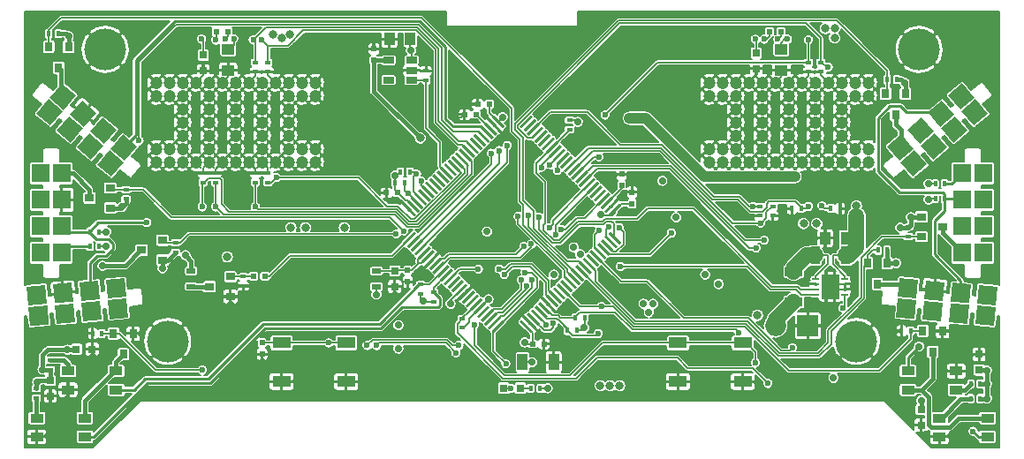
<source format=gbr>
G04 #@! TF.FileFunction,Copper,L4,Bot,Signal*
%FSLAX46Y46*%
G04 Gerber Fmt 4.6, Leading zero omitted, Abs format (unit mm)*
G04 Created by KiCad (PCBNEW 4.0.7-e2-6376~58~ubuntu16.04.1) date Sun Apr 22 15:37:14 2018*
%MOMM*%
%LPD*%
G01*
G04 APERTURE LIST*
%ADD10C,0.100000*%
%ADD11C,4.000000*%
%ADD12R,0.900000X1.700000*%
%ADD13R,1.060000X0.650000*%
%ADD14R,0.700000X0.250000*%
%ADD15R,0.830000X1.190000*%
%ADD16R,1.700000X0.900000*%
%ADD17R,1.000000X1.250000*%
%ADD18R,0.600000X0.500000*%
%ADD19R,0.500000X0.600000*%
%ADD20R,1.250000X1.000000*%
%ADD21R,0.750000X0.800000*%
%ADD22R,1.000000X1.600000*%
%ADD23R,0.800000X0.750000*%
%ADD24R,0.900000X0.500000*%
%ADD25R,0.900000X0.800000*%
%ADD26R,0.800000X0.900000*%
%ADD27R,0.600000X0.400000*%
%ADD28R,0.400000X0.600000*%
%ADD29R,1.800000X1.100000*%
%ADD30R,0.800000X0.800000*%
%ADD31R,1.300480X0.899160*%
%ADD32R,2.000000X2.000000*%
%ADD33O,2.000000X2.000000*%
%ADD34C,1.200000*%
%ADD35R,1.800000X1.800000*%
%ADD36C,0.700000*%
%ADD37C,0.800000*%
%ADD38C,0.600000*%
%ADD39C,1.000000*%
%ADD40C,0.130000*%
%ADD41C,1.500000*%
%ADD42C,0.200000*%
%ADD43C,0.400000*%
%ADD44C,0.250000*%
%ADD45C,0.150000*%
G04 APERTURE END LIST*
D10*
D11*
X8000000Y38500000D03*
X14000000Y10500000D03*
X80000000Y10500000D03*
X86000000Y38500000D03*
D12*
X78950000Y18750000D03*
X76050000Y18750000D03*
D13*
X37350000Y37450000D03*
X37350000Y36500000D03*
X37350000Y35550000D03*
X35150000Y35550000D03*
X35150000Y37450000D03*
D10*
G36*
X45225162Y11291891D02*
X45027172Y11489881D01*
X46087832Y12550541D01*
X46285822Y12352551D01*
X45225162Y11291891D01*
X45225162Y11291891D01*
G37*
G36*
X44871609Y11645444D02*
X44673619Y11843434D01*
X45734279Y12904094D01*
X45932269Y12706104D01*
X44871609Y11645444D01*
X44871609Y11645444D01*
G37*
G36*
X44518055Y11998998D02*
X44320065Y12196988D01*
X45380725Y13257648D01*
X45578715Y13059658D01*
X44518055Y11998998D01*
X44518055Y11998998D01*
G37*
G36*
X44164502Y12352551D02*
X43966512Y12550541D01*
X45027172Y13611201D01*
X45225162Y13413211D01*
X44164502Y12352551D01*
X44164502Y12352551D01*
G37*
G36*
X43810949Y12706104D02*
X43612959Y12904094D01*
X44673619Y13964754D01*
X44871609Y13766764D01*
X43810949Y12706104D01*
X43810949Y12706104D01*
G37*
G36*
X43457395Y13059658D02*
X43259405Y13257648D01*
X44320065Y14318308D01*
X44518055Y14120318D01*
X43457395Y13059658D01*
X43457395Y13059658D01*
G37*
G36*
X43103842Y13413211D02*
X42905852Y13611201D01*
X43966512Y14671861D01*
X44164502Y14473871D01*
X43103842Y13413211D01*
X43103842Y13413211D01*
G37*
G36*
X42750288Y13766764D02*
X42552298Y13964754D01*
X43612958Y15025414D01*
X43810948Y14827424D01*
X42750288Y13766764D01*
X42750288Y13766764D01*
G37*
G36*
X42396735Y14120318D02*
X42198745Y14318308D01*
X43259405Y15378968D01*
X43457395Y15180978D01*
X42396735Y14120318D01*
X42396735Y14120318D01*
G37*
G36*
X42043182Y14473871D02*
X41845192Y14671861D01*
X42905852Y15732521D01*
X43103842Y15534531D01*
X42043182Y14473871D01*
X42043182Y14473871D01*
G37*
G36*
X41689628Y14827425D02*
X41491638Y15025415D01*
X42552298Y16086075D01*
X42750288Y15888085D01*
X41689628Y14827425D01*
X41689628Y14827425D01*
G37*
G36*
X41336075Y15180978D02*
X41138085Y15378968D01*
X42198745Y16439628D01*
X42396735Y16241638D01*
X41336075Y15180978D01*
X41336075Y15180978D01*
G37*
G36*
X40982521Y15534531D02*
X40784531Y15732521D01*
X41845191Y16793181D01*
X42043181Y16595191D01*
X40982521Y15534531D01*
X40982521Y15534531D01*
G37*
G36*
X40628968Y15888085D02*
X40430978Y16086075D01*
X41491638Y17146735D01*
X41689628Y16948745D01*
X40628968Y15888085D01*
X40628968Y15888085D01*
G37*
G36*
X40275415Y16241638D02*
X40077425Y16439628D01*
X41138085Y17500288D01*
X41336075Y17302298D01*
X40275415Y16241638D01*
X40275415Y16241638D01*
G37*
G36*
X39921861Y16595192D02*
X39723871Y16793182D01*
X40784531Y17853842D01*
X40982521Y17655852D01*
X39921861Y16595192D01*
X39921861Y16595192D01*
G37*
G36*
X39568308Y16948745D02*
X39370318Y17146735D01*
X40430978Y18207395D01*
X40628968Y18009405D01*
X39568308Y16948745D01*
X39568308Y16948745D01*
G37*
G36*
X39214754Y17302298D02*
X39016764Y17500288D01*
X40077424Y18560948D01*
X40275414Y18362958D01*
X39214754Y17302298D01*
X39214754Y17302298D01*
G37*
G36*
X38861201Y17655852D02*
X38663211Y17853842D01*
X39723871Y18914502D01*
X39921861Y18716512D01*
X38861201Y17655852D01*
X38861201Y17655852D01*
G37*
G36*
X38507648Y18009405D02*
X38309658Y18207395D01*
X39370318Y19268055D01*
X39568308Y19070065D01*
X38507648Y18009405D01*
X38507648Y18009405D01*
G37*
G36*
X38154094Y18362959D02*
X37956104Y18560949D01*
X39016764Y19621609D01*
X39214754Y19423619D01*
X38154094Y18362959D01*
X38154094Y18362959D01*
G37*
G36*
X37800541Y18716512D02*
X37602551Y18914502D01*
X38663211Y19975162D01*
X38861201Y19777172D01*
X37800541Y18716512D01*
X37800541Y18716512D01*
G37*
G36*
X37446988Y19070065D02*
X37248998Y19268055D01*
X38309658Y20328715D01*
X38507648Y20130725D01*
X37446988Y19070065D01*
X37446988Y19070065D01*
G37*
G36*
X37093434Y19423619D02*
X36895444Y19621609D01*
X37956104Y20682269D01*
X38154094Y20484279D01*
X37093434Y19423619D01*
X37093434Y19423619D01*
G37*
G36*
X36739881Y19777172D02*
X36541891Y19975162D01*
X37602551Y21035822D01*
X37800541Y20837832D01*
X36739881Y19777172D01*
X36739881Y19777172D01*
G37*
G36*
X36541891Y23524838D02*
X36739881Y23722828D01*
X37800541Y22662168D01*
X37602551Y22464178D01*
X36541891Y23524838D01*
X36541891Y23524838D01*
G37*
G36*
X36895444Y23878391D02*
X37093434Y24076381D01*
X38154094Y23015721D01*
X37956104Y22817731D01*
X36895444Y23878391D01*
X36895444Y23878391D01*
G37*
G36*
X37248998Y24231945D02*
X37446988Y24429935D01*
X38507648Y23369275D01*
X38309658Y23171285D01*
X37248998Y24231945D01*
X37248998Y24231945D01*
G37*
G36*
X37602551Y24585498D02*
X37800541Y24783488D01*
X38861201Y23722828D01*
X38663211Y23524838D01*
X37602551Y24585498D01*
X37602551Y24585498D01*
G37*
G36*
X37956104Y24939051D02*
X38154094Y25137041D01*
X39214754Y24076381D01*
X39016764Y23878391D01*
X37956104Y24939051D01*
X37956104Y24939051D01*
G37*
G36*
X38309658Y25292605D02*
X38507648Y25490595D01*
X39568308Y24429935D01*
X39370318Y24231945D01*
X38309658Y25292605D01*
X38309658Y25292605D01*
G37*
G36*
X38663211Y25646158D02*
X38861201Y25844148D01*
X39921861Y24783488D01*
X39723871Y24585498D01*
X38663211Y25646158D01*
X38663211Y25646158D01*
G37*
G36*
X39016764Y25999712D02*
X39214754Y26197702D01*
X40275414Y25137042D01*
X40077424Y24939052D01*
X39016764Y25999712D01*
X39016764Y25999712D01*
G37*
G36*
X39370318Y26353265D02*
X39568308Y26551255D01*
X40628968Y25490595D01*
X40430978Y25292605D01*
X39370318Y26353265D01*
X39370318Y26353265D01*
G37*
G36*
X39723871Y26706818D02*
X39921861Y26904808D01*
X40982521Y25844148D01*
X40784531Y25646158D01*
X39723871Y26706818D01*
X39723871Y26706818D01*
G37*
G36*
X40077425Y27060372D02*
X40275415Y27258362D01*
X41336075Y26197702D01*
X41138085Y25999712D01*
X40077425Y27060372D01*
X40077425Y27060372D01*
G37*
G36*
X40430978Y27413925D02*
X40628968Y27611915D01*
X41689628Y26551255D01*
X41491638Y26353265D01*
X40430978Y27413925D01*
X40430978Y27413925D01*
G37*
G36*
X40784531Y27767479D02*
X40982521Y27965469D01*
X42043181Y26904809D01*
X41845191Y26706819D01*
X40784531Y27767479D01*
X40784531Y27767479D01*
G37*
G36*
X41138085Y28121032D02*
X41336075Y28319022D01*
X42396735Y27258362D01*
X42198745Y27060372D01*
X41138085Y28121032D01*
X41138085Y28121032D01*
G37*
G36*
X41491638Y28474585D02*
X41689628Y28672575D01*
X42750288Y27611915D01*
X42552298Y27413925D01*
X41491638Y28474585D01*
X41491638Y28474585D01*
G37*
G36*
X41845192Y28828139D02*
X42043182Y29026129D01*
X43103842Y27965469D01*
X42905852Y27767479D01*
X41845192Y28828139D01*
X41845192Y28828139D01*
G37*
G36*
X42198745Y29181692D02*
X42396735Y29379682D01*
X43457395Y28319022D01*
X43259405Y28121032D01*
X42198745Y29181692D01*
X42198745Y29181692D01*
G37*
G36*
X42552298Y29535246D02*
X42750288Y29733236D01*
X43810948Y28672576D01*
X43612958Y28474586D01*
X42552298Y29535246D01*
X42552298Y29535246D01*
G37*
G36*
X42905852Y29888799D02*
X43103842Y30086789D01*
X44164502Y29026129D01*
X43966512Y28828139D01*
X42905852Y29888799D01*
X42905852Y29888799D01*
G37*
G36*
X43259405Y30242352D02*
X43457395Y30440342D01*
X44518055Y29379682D01*
X44320065Y29181692D01*
X43259405Y30242352D01*
X43259405Y30242352D01*
G37*
G36*
X43612959Y30595906D02*
X43810949Y30793896D01*
X44871609Y29733236D01*
X44673619Y29535246D01*
X43612959Y30595906D01*
X43612959Y30595906D01*
G37*
G36*
X43966512Y30949459D02*
X44164502Y31147449D01*
X45225162Y30086789D01*
X45027172Y29888799D01*
X43966512Y30949459D01*
X43966512Y30949459D01*
G37*
G36*
X44320065Y31303012D02*
X44518055Y31501002D01*
X45578715Y30440342D01*
X45380725Y30242352D01*
X44320065Y31303012D01*
X44320065Y31303012D01*
G37*
G36*
X44673619Y31656566D02*
X44871609Y31854556D01*
X45932269Y30793896D01*
X45734279Y30595906D01*
X44673619Y31656566D01*
X44673619Y31656566D01*
G37*
G36*
X45027172Y32010119D02*
X45225162Y32208109D01*
X46285822Y31147449D01*
X46087832Y30949459D01*
X45027172Y32010119D01*
X45027172Y32010119D01*
G37*
G36*
X47912168Y30949459D02*
X47714178Y31147449D01*
X48774838Y32208109D01*
X48972828Y32010119D01*
X47912168Y30949459D01*
X47912168Y30949459D01*
G37*
G36*
X48265721Y30595906D02*
X48067731Y30793896D01*
X49128391Y31854556D01*
X49326381Y31656566D01*
X48265721Y30595906D01*
X48265721Y30595906D01*
G37*
G36*
X48619275Y30242352D02*
X48421285Y30440342D01*
X49481945Y31501002D01*
X49679935Y31303012D01*
X48619275Y30242352D01*
X48619275Y30242352D01*
G37*
G36*
X48972828Y29888799D02*
X48774838Y30086789D01*
X49835498Y31147449D01*
X50033488Y30949459D01*
X48972828Y29888799D01*
X48972828Y29888799D01*
G37*
G36*
X49326381Y29535246D02*
X49128391Y29733236D01*
X50189051Y30793896D01*
X50387041Y30595906D01*
X49326381Y29535246D01*
X49326381Y29535246D01*
G37*
G36*
X49679935Y29181692D02*
X49481945Y29379682D01*
X50542605Y30440342D01*
X50740595Y30242352D01*
X49679935Y29181692D01*
X49679935Y29181692D01*
G37*
G36*
X50033488Y28828139D02*
X49835498Y29026129D01*
X50896158Y30086789D01*
X51094148Y29888799D01*
X50033488Y28828139D01*
X50033488Y28828139D01*
G37*
G36*
X50387042Y28474586D02*
X50189052Y28672576D01*
X51249712Y29733236D01*
X51447702Y29535246D01*
X50387042Y28474586D01*
X50387042Y28474586D01*
G37*
G36*
X50740595Y28121032D02*
X50542605Y28319022D01*
X51603265Y29379682D01*
X51801255Y29181692D01*
X50740595Y28121032D01*
X50740595Y28121032D01*
G37*
G36*
X51094148Y27767479D02*
X50896158Y27965469D01*
X51956818Y29026129D01*
X52154808Y28828139D01*
X51094148Y27767479D01*
X51094148Y27767479D01*
G37*
G36*
X51447702Y27413925D02*
X51249712Y27611915D01*
X52310372Y28672575D01*
X52508362Y28474585D01*
X51447702Y27413925D01*
X51447702Y27413925D01*
G37*
G36*
X51801255Y27060372D02*
X51603265Y27258362D01*
X52663925Y28319022D01*
X52861915Y28121032D01*
X51801255Y27060372D01*
X51801255Y27060372D01*
G37*
G36*
X52154809Y26706819D02*
X51956819Y26904809D01*
X53017479Y27965469D01*
X53215469Y27767479D01*
X52154809Y26706819D01*
X52154809Y26706819D01*
G37*
G36*
X52508362Y26353265D02*
X52310372Y26551255D01*
X53371032Y27611915D01*
X53569022Y27413925D01*
X52508362Y26353265D01*
X52508362Y26353265D01*
G37*
G36*
X52861915Y25999712D02*
X52663925Y26197702D01*
X53724585Y27258362D01*
X53922575Y27060372D01*
X52861915Y25999712D01*
X52861915Y25999712D01*
G37*
G36*
X53215469Y25646158D02*
X53017479Y25844148D01*
X54078139Y26904808D01*
X54276129Y26706818D01*
X53215469Y25646158D01*
X53215469Y25646158D01*
G37*
G36*
X53569022Y25292605D02*
X53371032Y25490595D01*
X54431692Y26551255D01*
X54629682Y26353265D01*
X53569022Y25292605D01*
X53569022Y25292605D01*
G37*
G36*
X53922576Y24939052D02*
X53724586Y25137042D01*
X54785246Y26197702D01*
X54983236Y25999712D01*
X53922576Y24939052D01*
X53922576Y24939052D01*
G37*
G36*
X54276129Y24585498D02*
X54078139Y24783488D01*
X55138799Y25844148D01*
X55336789Y25646158D01*
X54276129Y24585498D01*
X54276129Y24585498D01*
G37*
G36*
X54629682Y24231945D02*
X54431692Y24429935D01*
X55492352Y25490595D01*
X55690342Y25292605D01*
X54629682Y24231945D01*
X54629682Y24231945D01*
G37*
G36*
X54983236Y23878391D02*
X54785246Y24076381D01*
X55845906Y25137041D01*
X56043896Y24939051D01*
X54983236Y23878391D01*
X54983236Y23878391D01*
G37*
G36*
X55336789Y23524838D02*
X55138799Y23722828D01*
X56199459Y24783488D01*
X56397449Y24585498D01*
X55336789Y23524838D01*
X55336789Y23524838D01*
G37*
G36*
X55690342Y23171285D02*
X55492352Y23369275D01*
X56553012Y24429935D01*
X56751002Y24231945D01*
X55690342Y23171285D01*
X55690342Y23171285D01*
G37*
G36*
X56043896Y22817731D02*
X55845906Y23015721D01*
X56906566Y24076381D01*
X57104556Y23878391D01*
X56043896Y22817731D01*
X56043896Y22817731D01*
G37*
G36*
X56397449Y22464178D02*
X56199459Y22662168D01*
X57260119Y23722828D01*
X57458109Y23524838D01*
X56397449Y22464178D01*
X56397449Y22464178D01*
G37*
G36*
X56199459Y20837832D02*
X56397449Y21035822D01*
X57458109Y19975162D01*
X57260119Y19777172D01*
X56199459Y20837832D01*
X56199459Y20837832D01*
G37*
G36*
X55845906Y20484279D02*
X56043896Y20682269D01*
X57104556Y19621609D01*
X56906566Y19423619D01*
X55845906Y20484279D01*
X55845906Y20484279D01*
G37*
G36*
X55492352Y20130725D02*
X55690342Y20328715D01*
X56751002Y19268055D01*
X56553012Y19070065D01*
X55492352Y20130725D01*
X55492352Y20130725D01*
G37*
G36*
X55138799Y19777172D02*
X55336789Y19975162D01*
X56397449Y18914502D01*
X56199459Y18716512D01*
X55138799Y19777172D01*
X55138799Y19777172D01*
G37*
G36*
X54785246Y19423619D02*
X54983236Y19621609D01*
X56043896Y18560949D01*
X55845906Y18362959D01*
X54785246Y19423619D01*
X54785246Y19423619D01*
G37*
G36*
X54431692Y19070065D02*
X54629682Y19268055D01*
X55690342Y18207395D01*
X55492352Y18009405D01*
X54431692Y19070065D01*
X54431692Y19070065D01*
G37*
G36*
X54078139Y18716512D02*
X54276129Y18914502D01*
X55336789Y17853842D01*
X55138799Y17655852D01*
X54078139Y18716512D01*
X54078139Y18716512D01*
G37*
G36*
X53724586Y18362958D02*
X53922576Y18560948D01*
X54983236Y17500288D01*
X54785246Y17302298D01*
X53724586Y18362958D01*
X53724586Y18362958D01*
G37*
G36*
X53371032Y18009405D02*
X53569022Y18207395D01*
X54629682Y17146735D01*
X54431692Y16948745D01*
X53371032Y18009405D01*
X53371032Y18009405D01*
G37*
G36*
X53017479Y17655852D02*
X53215469Y17853842D01*
X54276129Y16793182D01*
X54078139Y16595192D01*
X53017479Y17655852D01*
X53017479Y17655852D01*
G37*
G36*
X52663925Y17302298D02*
X52861915Y17500288D01*
X53922575Y16439628D01*
X53724585Y16241638D01*
X52663925Y17302298D01*
X52663925Y17302298D01*
G37*
G36*
X52310372Y16948745D02*
X52508362Y17146735D01*
X53569022Y16086075D01*
X53371032Y15888085D01*
X52310372Y16948745D01*
X52310372Y16948745D01*
G37*
G36*
X51956819Y16595191D02*
X52154809Y16793181D01*
X53215469Y15732521D01*
X53017479Y15534531D01*
X51956819Y16595191D01*
X51956819Y16595191D01*
G37*
G36*
X51603265Y16241638D02*
X51801255Y16439628D01*
X52861915Y15378968D01*
X52663925Y15180978D01*
X51603265Y16241638D01*
X51603265Y16241638D01*
G37*
G36*
X51249712Y15888085D02*
X51447702Y16086075D01*
X52508362Y15025415D01*
X52310372Y14827425D01*
X51249712Y15888085D01*
X51249712Y15888085D01*
G37*
G36*
X50896158Y15534531D02*
X51094148Y15732521D01*
X52154808Y14671861D01*
X51956818Y14473871D01*
X50896158Y15534531D01*
X50896158Y15534531D01*
G37*
G36*
X50542605Y15180978D02*
X50740595Y15378968D01*
X51801255Y14318308D01*
X51603265Y14120318D01*
X50542605Y15180978D01*
X50542605Y15180978D01*
G37*
G36*
X50189052Y14827424D02*
X50387042Y15025414D01*
X51447702Y13964754D01*
X51249712Y13766764D01*
X50189052Y14827424D01*
X50189052Y14827424D01*
G37*
G36*
X49835498Y14473871D02*
X50033488Y14671861D01*
X51094148Y13611201D01*
X50896158Y13413211D01*
X49835498Y14473871D01*
X49835498Y14473871D01*
G37*
G36*
X49481945Y14120318D02*
X49679935Y14318308D01*
X50740595Y13257648D01*
X50542605Y13059658D01*
X49481945Y14120318D01*
X49481945Y14120318D01*
G37*
G36*
X49128391Y13766764D02*
X49326381Y13964754D01*
X50387041Y12904094D01*
X50189051Y12706104D01*
X49128391Y13766764D01*
X49128391Y13766764D01*
G37*
G36*
X48774838Y13413211D02*
X48972828Y13611201D01*
X50033488Y12550541D01*
X49835498Y12352551D01*
X48774838Y13413211D01*
X48774838Y13413211D01*
G37*
G36*
X48421285Y13059658D02*
X48619275Y13257648D01*
X49679935Y12196988D01*
X49481945Y11998998D01*
X48421285Y13059658D01*
X48421285Y13059658D01*
G37*
G36*
X48067731Y12706104D02*
X48265721Y12904094D01*
X49326381Y11843434D01*
X49128391Y11645444D01*
X48067731Y12706104D01*
X48067731Y12706104D01*
G37*
G36*
X47714178Y12352551D02*
X47912168Y12550541D01*
X48972828Y11489881D01*
X48774838Y11291891D01*
X47714178Y12352551D01*
X47714178Y12352551D01*
G37*
D14*
X78900000Y16500000D03*
X78900000Y16000000D03*
X78900000Y15500000D03*
X78900000Y15000000D03*
X76100000Y15000000D03*
X76100000Y15500000D03*
X76100000Y16000000D03*
X76100000Y16500000D03*
D15*
X77085000Y15155000D03*
X77085000Y16345000D03*
X77915000Y15155000D03*
X77915000Y16345000D03*
D16*
X74000000Y17200000D03*
X74000000Y14300000D03*
D17*
X35250000Y39500000D03*
X37250000Y39500000D03*
D18*
X18650000Y40200000D03*
X19750000Y40200000D03*
X71650000Y40200000D03*
X72750000Y40200000D03*
D19*
X33750000Y37450000D03*
X33750000Y38550000D03*
D20*
X19800000Y36500000D03*
X19800000Y38500000D03*
X72800000Y36500000D03*
X72800000Y38500000D03*
D17*
X79000000Y20400000D03*
X77000000Y20400000D03*
D21*
X17400000Y37950000D03*
X17400000Y36450000D03*
X70400000Y38150000D03*
X70400000Y36650000D03*
D18*
X23300000Y16750000D03*
X22200000Y16750000D03*
D21*
X35750000Y15750000D03*
X35750000Y17250000D03*
D19*
X37000000Y16200000D03*
X37000000Y17300000D03*
D22*
X51000000Y8500000D03*
X48000000Y8500000D03*
D18*
X42450000Y32250000D03*
X43550000Y32250000D03*
D19*
X57500000Y26550000D03*
X57500000Y25450000D03*
D21*
X2750000Y5250000D03*
X2750000Y6750000D03*
D23*
X6750000Y9750000D03*
X5250000Y9750000D03*
D21*
X86200000Y2450000D03*
X86200000Y3950000D03*
X91750000Y9250000D03*
X91750000Y7750000D03*
D19*
X23050000Y10350000D03*
X23050000Y9250000D03*
D24*
X34000000Y15750000D03*
X34000000Y17250000D03*
D25*
X20000000Y16700000D03*
X20000000Y14800000D03*
X18000000Y15750000D03*
X13500000Y20200000D03*
X13500000Y18300000D03*
X11500000Y19250000D03*
D26*
X2600000Y38750000D03*
X4500000Y38750000D03*
X3550000Y36750000D03*
D25*
X8500000Y25200000D03*
X8500000Y23300000D03*
X6500000Y24250000D03*
D26*
X81050000Y18000000D03*
X82950000Y18000000D03*
X82000000Y16000000D03*
X82800000Y34250000D03*
X84700000Y34250000D03*
X83750000Y32250000D03*
D25*
X86250000Y20550000D03*
X86250000Y22450000D03*
X88250000Y21500000D03*
D26*
X8800000Y11250000D03*
X10700000Y11250000D03*
X9750000Y9250000D03*
X86350000Y11500000D03*
X88250000Y11500000D03*
X87300000Y9500000D03*
D27*
X22400000Y26650000D03*
X22400000Y25750000D03*
D28*
X73800000Y23250000D03*
X74700000Y23250000D03*
D27*
X18600000Y26650000D03*
X18600000Y25750000D03*
X72000000Y22550000D03*
X72000000Y23450000D03*
X22400000Y36350000D03*
X22400000Y37250000D03*
X75400000Y36350000D03*
X75400000Y37250000D03*
D28*
X53200000Y11550000D03*
X52300000Y11550000D03*
D27*
X38750000Y36450000D03*
X38750000Y35550000D03*
X23600000Y26650000D03*
X23600000Y25750000D03*
D28*
X78450000Y23250000D03*
X77550000Y23250000D03*
X53950000Y12750000D03*
X53050000Y12750000D03*
D27*
X17400000Y26650000D03*
X17400000Y25750000D03*
X70750000Y22550000D03*
X70750000Y23450000D03*
X52500000Y31700000D03*
X52500000Y30800000D03*
X23600000Y36350000D03*
X23600000Y37250000D03*
X76600000Y36350000D03*
X76600000Y37250000D03*
X42250000Y11800000D03*
X42250000Y12700000D03*
X21250000Y15800000D03*
X21250000Y16700000D03*
D24*
X16250000Y15750000D03*
X16250000Y17250000D03*
D27*
X14750000Y19050000D03*
X14750000Y19950000D03*
D28*
X3500000Y40000000D03*
X2600000Y40000000D03*
D27*
X10000000Y24150000D03*
X10000000Y25050000D03*
D28*
X82950000Y19250000D03*
X82050000Y19250000D03*
X83850000Y35600000D03*
X82950000Y35600000D03*
D27*
X85000000Y21450000D03*
X85000000Y20550000D03*
D28*
X6800000Y11250000D03*
X7700000Y11250000D03*
X84300000Y11500000D03*
X85200000Y11500000D03*
D27*
X1400000Y5950000D03*
X1400000Y5050000D03*
X2750000Y7800000D03*
X2750000Y8700000D03*
D28*
X91850000Y5000000D03*
X90950000Y5000000D03*
X91850000Y6400000D03*
X90950000Y6400000D03*
D27*
X39500000Y14300000D03*
X39500000Y15200000D03*
X38250000Y15050000D03*
X38250000Y15950000D03*
D28*
X35800000Y25750000D03*
X36700000Y25750000D03*
X36300000Y26750000D03*
X37200000Y26750000D03*
X6550000Y19600000D03*
X7450000Y19600000D03*
X7450000Y21000000D03*
X6550000Y21000000D03*
X88450000Y25600000D03*
X87550000Y25600000D03*
X87550000Y24200000D03*
X88450000Y24200000D03*
D29*
X69100000Y10350000D03*
X62900000Y10350000D03*
X69100000Y6650000D03*
X62900000Y6650000D03*
X24900000Y6650000D03*
X31100000Y6650000D03*
X24900000Y10350000D03*
X31100000Y10350000D03*
D18*
X43700000Y33250000D03*
X44800000Y33250000D03*
X50050000Y10250000D03*
X48950000Y10250000D03*
D19*
X58500000Y24800000D03*
X58500000Y23700000D03*
D18*
X34950000Y24750000D03*
X36050000Y24750000D03*
D30*
X47800000Y6000000D03*
X46200000Y6000000D03*
D28*
X49700000Y6000000D03*
X48800000Y6000000D03*
D31*
X89551240Y5850840D03*
X84948760Y5850840D03*
X84948760Y7649160D03*
X89551240Y7649160D03*
X87948760Y3149160D03*
X92551240Y3149160D03*
X92551240Y1350840D03*
X87948760Y1350840D03*
X4448760Y7649160D03*
X9051240Y7649160D03*
X9051240Y5850840D03*
X4448760Y5850840D03*
X1448760Y3149160D03*
X6051240Y3149160D03*
X6051240Y1350840D03*
X1448760Y1350840D03*
D32*
X75350000Y12000000D03*
D33*
X72250000Y12000000D03*
D34*
X14150000Y34040000D03*
X15420000Y34040000D03*
X12880000Y35310000D03*
X14150000Y35310000D03*
X15420000Y35310000D03*
X16690000Y35310000D03*
X17960000Y35310000D03*
X19230000Y35310000D03*
X17960000Y34040000D03*
X17960000Y32770000D03*
X17960000Y31500000D03*
X17960000Y30230000D03*
X17960000Y28960000D03*
X17960000Y27690000D03*
X16690000Y27690000D03*
X19230000Y27690000D03*
X20500000Y27690000D03*
X20500000Y28960000D03*
X20500000Y30230000D03*
X20500000Y31500000D03*
X20500000Y32770000D03*
X20500000Y34040000D03*
X20500000Y35310000D03*
X21770000Y35310000D03*
X23040000Y35310000D03*
X23040000Y34040000D03*
X23040000Y32770000D03*
X23040000Y31500000D03*
X23040000Y30230000D03*
X23040000Y28960000D03*
X23040000Y27690000D03*
X24310000Y27690000D03*
X21770000Y27690000D03*
X25580000Y27690000D03*
X25580000Y28960000D03*
X25580000Y30230000D03*
X25580000Y31500000D03*
X25580000Y32770000D03*
X25580000Y34040000D03*
X26850000Y34040000D03*
X28120000Y34040000D03*
X28120000Y35310000D03*
X26850000Y35310000D03*
X25580000Y35310000D03*
X24310000Y35310000D03*
X26850000Y27690000D03*
X26850000Y28960000D03*
X28120000Y27690000D03*
X28120000Y28960000D03*
X15420000Y27690000D03*
X14150000Y27690000D03*
X12880000Y27690000D03*
X12880000Y28960000D03*
X14150000Y28960000D03*
X15420000Y28960000D03*
X15420000Y30230000D03*
X15420000Y31500000D03*
X15420000Y32770000D03*
X12880000Y34040000D03*
X67150000Y34040000D03*
X68420000Y34040000D03*
X65880000Y35310000D03*
X67150000Y35310000D03*
X68420000Y35310000D03*
X69690000Y35310000D03*
X70960000Y35310000D03*
X72230000Y35310000D03*
X70960000Y34040000D03*
X70960000Y32770000D03*
X70960000Y31500000D03*
X70960000Y30230000D03*
X70960000Y28960000D03*
X70960000Y27690000D03*
X69690000Y27690000D03*
X72230000Y27690000D03*
X73500000Y27690000D03*
X73500000Y28960000D03*
X73500000Y30230000D03*
X73500000Y31500000D03*
X73500000Y32770000D03*
X73500000Y34040000D03*
X73500000Y35310000D03*
X74770000Y35310000D03*
X76040000Y35310000D03*
X76040000Y34040000D03*
X76040000Y32770000D03*
X76040000Y31500000D03*
X76040000Y30230000D03*
X76040000Y28960000D03*
X76040000Y27690000D03*
X77310000Y27690000D03*
X74770000Y27690000D03*
X78580000Y27690000D03*
X78580000Y28960000D03*
X78580000Y30230000D03*
X78580000Y31500000D03*
X78580000Y32770000D03*
X78580000Y34040000D03*
X79850000Y34040000D03*
X81120000Y34040000D03*
X81120000Y35310000D03*
X79850000Y35310000D03*
X78580000Y35310000D03*
X77310000Y35310000D03*
X79850000Y27690000D03*
X79850000Y28960000D03*
X81120000Y27690000D03*
X81120000Y28960000D03*
X68420000Y27690000D03*
X67150000Y27690000D03*
X65880000Y27690000D03*
X65880000Y28960000D03*
X67150000Y28960000D03*
X68420000Y28960000D03*
X68420000Y30230000D03*
X68420000Y31500000D03*
X68420000Y32770000D03*
X65880000Y34040000D03*
D10*
G36*
X8084289Y16395434D02*
X9877439Y16552314D01*
X10034319Y14759164D01*
X8241169Y14602284D01*
X8084289Y16395434D01*
X8084289Y16395434D01*
G37*
G36*
X5553955Y16174059D02*
X7347105Y16330939D01*
X7503985Y14537789D01*
X5710835Y14380909D01*
X5553955Y16174059D01*
X5553955Y16174059D01*
G37*
G36*
X3023620Y15952683D02*
X4816770Y16109563D01*
X4973650Y14316413D01*
X3180500Y14159533D01*
X3023620Y15952683D01*
X3023620Y15952683D01*
G37*
G36*
X493286Y15731308D02*
X2286436Y15888188D01*
X2443316Y14095038D01*
X650166Y13938158D01*
X493286Y15731308D01*
X493286Y15731308D01*
G37*
G36*
X8256684Y14424962D02*
X10049834Y14581842D01*
X10206714Y12788692D01*
X8413564Y12631812D01*
X8256684Y14424962D01*
X8256684Y14424962D01*
G37*
G36*
X5726350Y14203587D02*
X7519500Y14360467D01*
X7676380Y12567317D01*
X5883230Y12410437D01*
X5726350Y14203587D01*
X5726350Y14203587D01*
G37*
G36*
X3196015Y13982211D02*
X4989165Y14139091D01*
X5146045Y12345941D01*
X3352895Y12189061D01*
X3196015Y13982211D01*
X3196015Y13982211D01*
G37*
G36*
X665681Y13760836D02*
X2458831Y13917716D01*
X2615711Y12124566D01*
X822561Y11967686D01*
X665681Y13760836D01*
X665681Y13760836D01*
G37*
G36*
X9673416Y30336546D02*
X11052296Y29179528D01*
X9895278Y27800648D01*
X8516398Y28957666D01*
X9673416Y30336546D01*
X9673416Y30336546D01*
G37*
G36*
X7727663Y31969226D02*
X9106543Y30812208D01*
X7949525Y29433328D01*
X6570645Y30590346D01*
X7727663Y31969226D01*
X7727663Y31969226D01*
G37*
G36*
X5781910Y33601907D02*
X7160790Y32444889D01*
X6003772Y31066009D01*
X4624892Y32223027D01*
X5781910Y33601907D01*
X5781910Y33601907D01*
G37*
G36*
X3836157Y35234587D02*
X5215037Y34077569D01*
X4058019Y32698689D01*
X2679139Y33855707D01*
X3836157Y35234587D01*
X3836157Y35234587D01*
G37*
G36*
X8401981Y28821311D02*
X9780861Y27664293D01*
X8623843Y26285413D01*
X7244963Y27442431D01*
X8401981Y28821311D01*
X8401981Y28821311D01*
G37*
G36*
X6456228Y30453991D02*
X7835108Y29296973D01*
X6678090Y27918093D01*
X5299210Y29075111D01*
X6456228Y30453991D01*
X6456228Y30453991D01*
G37*
G36*
X4510475Y32086672D02*
X5889355Y30929654D01*
X4732337Y29550774D01*
X3353457Y30707792D01*
X4510475Y32086672D01*
X4510475Y32086672D01*
G37*
G36*
X2564722Y33719352D02*
X3943602Y32562334D01*
X2786584Y31183454D01*
X1407704Y32340472D01*
X2564722Y33719352D01*
X2564722Y33719352D01*
G37*
D35*
X3839000Y18990000D03*
X3839000Y21530000D03*
X3839000Y24070000D03*
X3839000Y26610000D03*
X1861000Y18990000D03*
X1861000Y21530000D03*
X1861000Y24070000D03*
X1861000Y26610000D03*
D10*
G36*
X91713564Y15898188D02*
X93506714Y15741308D01*
X93349834Y13948158D01*
X91556684Y14105038D01*
X91713564Y15898188D01*
X91713564Y15898188D01*
G37*
G36*
X89183230Y16119563D02*
X90976380Y15962683D01*
X90819500Y14169533D01*
X89026350Y14326413D01*
X89183230Y16119563D01*
X89183230Y16119563D01*
G37*
G36*
X86652895Y16340939D02*
X88446045Y16184059D01*
X88289165Y14390909D01*
X86496015Y14547789D01*
X86652895Y16340939D01*
X86652895Y16340939D01*
G37*
G36*
X84122561Y16562314D02*
X85915711Y16405434D01*
X85758831Y14612284D01*
X83965681Y14769164D01*
X84122561Y16562314D01*
X84122561Y16562314D01*
G37*
G36*
X91541169Y13927716D02*
X93334319Y13770836D01*
X93177439Y11977686D01*
X91384289Y12134566D01*
X91541169Y13927716D01*
X91541169Y13927716D01*
G37*
G36*
X89010835Y14149091D02*
X90803985Y13992211D01*
X90647105Y12199061D01*
X88853955Y12355941D01*
X89010835Y14149091D01*
X89010835Y14149091D01*
G37*
G36*
X86480500Y14370467D02*
X88273650Y14213587D01*
X88116770Y12420437D01*
X86323620Y12577317D01*
X86480500Y14370467D01*
X86480500Y14370467D01*
G37*
G36*
X83950166Y14591842D02*
X85743316Y14434962D01*
X85586436Y12641812D01*
X83793286Y12798692D01*
X83950166Y14591842D01*
X83950166Y14591842D01*
G37*
G36*
X88784963Y34087569D02*
X90163843Y35244587D01*
X91320861Y33865707D01*
X89941981Y32708689D01*
X88784963Y34087569D01*
X88784963Y34087569D01*
G37*
G36*
X86839210Y32454889D02*
X88218090Y33611907D01*
X89375108Y32233027D01*
X87996228Y31076009D01*
X86839210Y32454889D01*
X86839210Y32454889D01*
G37*
G36*
X84893457Y30822208D02*
X86272337Y31979226D01*
X87429355Y30600346D01*
X86050475Y29443328D01*
X84893457Y30822208D01*
X84893457Y30822208D01*
G37*
G36*
X82947704Y29189528D02*
X84326584Y30346546D01*
X85483602Y28967666D01*
X84104722Y27810648D01*
X82947704Y29189528D01*
X82947704Y29189528D01*
G37*
G36*
X90056398Y32572334D02*
X91435278Y33729352D01*
X92592296Y32350472D01*
X91213416Y31193454D01*
X90056398Y32572334D01*
X90056398Y32572334D01*
G37*
G36*
X88110645Y30939654D02*
X89489525Y32096672D01*
X90646543Y30717792D01*
X89267663Y29560774D01*
X88110645Y30939654D01*
X88110645Y30939654D01*
G37*
G36*
X86164892Y29306973D02*
X87543772Y30463991D01*
X88700790Y29085111D01*
X87321910Y27928093D01*
X86164892Y29306973D01*
X86164892Y29306973D01*
G37*
G36*
X84219139Y27674293D02*
X85598019Y28831311D01*
X86755037Y27452431D01*
X85376157Y26295413D01*
X84219139Y27674293D01*
X84219139Y27674293D01*
G37*
D35*
X90161000Y26610000D03*
X90161000Y24070000D03*
X90161000Y21530000D03*
X90161000Y18990000D03*
X92139000Y26610000D03*
X92139000Y24070000D03*
X92139000Y21530000D03*
X92139000Y18990000D03*
D36*
X59600000Y14100000D03*
D37*
X70500000Y13000000D03*
X19700000Y18600000D03*
D36*
X60500000Y14100000D03*
X60100000Y13300000D03*
D37*
X30921799Y21400000D03*
X74934315Y21800000D03*
X76200000Y21800000D03*
X25800000Y21400000D03*
X27199994Y21400000D03*
X25699982Y39900000D03*
X24100000Y39900000D03*
X24900000Y39600000D03*
D36*
X37300000Y38400000D03*
D37*
X77000000Y40500000D03*
X77900000Y40500000D03*
X77899996Y39600000D03*
X80000000Y21500000D03*
X80000000Y20500000D03*
X80000000Y22500004D03*
X80000000Y23500000D03*
D36*
X38050000Y12100000D03*
X23050000Y8500000D03*
X52300000Y8500000D03*
X51950000Y9950000D03*
X52400000Y13900000D03*
X48650000Y14100000D03*
X29200000Y6700000D03*
X83500000Y10500000D03*
X89250000Y11500000D03*
X11500000Y11250000D03*
X75500000Y10000000D03*
X35700000Y27500000D03*
X41500000Y32000000D03*
X86900000Y21550000D03*
D38*
X53150000Y29675000D03*
X53700000Y19675000D03*
D36*
X53400000Y22875000D03*
X51325000Y25875000D03*
X49175000Y25850000D03*
X31600000Y38500000D03*
X43329112Y15929112D03*
X45496259Y16700148D03*
X42295399Y19568290D03*
X41200000Y19568290D03*
X5444537Y18177010D03*
X68750000Y39500000D03*
X86700000Y1600000D03*
X46049996Y26300000D03*
X62250000Y8250000D03*
X59000000Y8250000D03*
X27750000Y38700000D03*
X27200000Y38150004D03*
X15300000Y40300000D03*
X15830207Y39625699D03*
X14800000Y23450000D03*
X16050000Y23450000D03*
X68350000Y22950000D03*
X68899988Y22400000D03*
X80350000Y24900000D03*
X59500000Y27901500D03*
X67799996Y23500000D03*
X14770242Y39629758D03*
X13800000Y24900000D03*
X36900000Y34747978D03*
X74899996Y16200000D03*
X61000000Y11043968D03*
X58100000Y14500000D03*
X58100000Y15299982D03*
X27100000Y24900000D03*
X75989055Y20373038D03*
X40359551Y19058162D03*
X63700000Y24600000D03*
X74899998Y5900002D03*
X78000000Y8284500D03*
X69650300Y9180540D03*
X64000000Y9200000D03*
X70499836Y6560404D03*
X89000000Y1400000D03*
X90900000Y9200000D03*
X88400000Y7700000D03*
X29500000Y25500000D03*
X2500000Y1400000D03*
X4400000Y5000000D03*
X6800000Y9000000D03*
X20500000Y15800000D03*
X20000002Y14000000D03*
X26300000Y6700000D03*
X24000000Y13400000D03*
X29000000Y13400000D03*
X35800000Y14980000D03*
X37000000Y18200000D03*
X46200000Y38100000D03*
X46200000Y34400000D03*
X46200000Y30300000D03*
X67800004Y39500000D03*
X82100000Y22500000D03*
X79200000Y36700000D03*
X55800000Y38100000D03*
X55866226Y34733774D03*
X56800000Y26500400D03*
X58500000Y26100000D03*
X50260617Y17374186D03*
X61400000Y16900000D03*
X63600000Y14600000D03*
X63600000Y13600000D03*
X63600000Y15600000D03*
X60685676Y18345010D03*
X53669999Y14700000D03*
X56800000Y18300020D03*
X63000000Y20000002D03*
X69200000Y14500000D03*
X79755000Y15614626D03*
D38*
X18600000Y39400000D03*
X71157100Y39482900D03*
D37*
X38200000Y30000000D03*
D38*
X20327625Y39499828D03*
X73388138Y39479253D03*
X17250000Y39500010D03*
X70300000Y39474994D03*
D36*
X36100000Y9800000D03*
X36100000Y12050000D03*
X50400000Y6000000D03*
X4500000Y39750000D03*
X52900008Y19500000D03*
X41100006Y14100000D03*
X48200000Y10400000D03*
X44729112Y14529112D03*
X44587393Y21032922D03*
D37*
X55450000Y6250000D03*
X56375000Y6250000D03*
X57300000Y6250000D03*
D36*
X66800000Y16000000D03*
X8100012Y21000000D03*
X8100000Y19600000D03*
X9600000Y23400000D03*
X13500000Y17500000D03*
X55485752Y22698404D03*
X51000000Y16900000D03*
X53516067Y18833264D03*
X1500000Y6600000D03*
X2000000Y7800000D03*
X4400000Y9700000D03*
X34000000Y15000000D03*
X38500000Y14400000D03*
X53900000Y11800000D03*
X48900000Y8500000D03*
X77800000Y7000000D03*
X92500000Y7700000D03*
X92500000Y6400000D03*
X92500000Y5000000D03*
X86200000Y4800000D03*
X84600000Y35300000D03*
X86900000Y25600000D03*
X86900000Y24100000D03*
X85200000Y22400000D03*
X84200000Y21400000D03*
X83800000Y18000000D03*
X65500000Y16900000D03*
X62699980Y22400000D03*
X61400000Y25899990D03*
X53300000Y31550900D03*
X46100000Y32000000D03*
X35800000Y26400000D03*
D38*
X29400000Y10350000D03*
X43770600Y17440500D03*
X46900000Y6000000D03*
X46400000Y8350000D03*
X48250000Y17100000D03*
X48900000Y16400000D03*
X48400000Y15850000D03*
X47900000Y16400000D03*
X49595700Y22412300D03*
X51678453Y21247383D03*
X71151366Y20200358D03*
X70381742Y19430734D03*
D36*
X7750000Y17750010D03*
D38*
X12000000Y21900000D03*
X11250000Y29750000D03*
X45750000Y17437800D03*
X46250000Y16895800D03*
X35900000Y20800000D03*
X47581000Y22516000D03*
X36599998Y21100000D03*
X48571700Y22561600D03*
X17300000Y7750000D03*
X55550000Y13850000D03*
X75400000Y23450000D03*
X22400000Y23400000D03*
X70800000Y21850000D03*
X18600000Y23400000D03*
X55300000Y28200000D03*
X55900000Y32200000D03*
X75400000Y39400000D03*
X22200000Y39422826D03*
X55250000Y11250000D03*
X57385702Y17684856D03*
X76700000Y23500000D03*
X38275300Y25872000D03*
X24400014Y26200000D03*
X78700000Y13700000D03*
X68750000Y11327038D03*
X70100000Y23450000D03*
X17300000Y23400000D03*
X77288600Y36809100D03*
X23026979Y39406847D03*
X71508300Y6462600D03*
X73847600Y9863400D03*
X51340500Y26885100D03*
X50629100Y27450979D03*
X49799200Y27193968D03*
X45007200Y28534999D03*
X45737600Y28792010D03*
X46526579Y29284020D03*
D36*
X15700000Y18750000D03*
D38*
X41600000Y9400000D03*
X34000000Y10100000D03*
X51200000Y20700000D03*
X33100000Y10100000D03*
X41900000Y10100000D03*
X50600008Y21400000D03*
X37010300Y24668600D03*
X91175500Y1881000D03*
D36*
X86000000Y10000000D03*
D38*
X37839900Y26557000D03*
X50214800Y12110800D03*
X50941721Y12214149D03*
D37*
X58250000Y31900000D03*
X74100000Y26300000D03*
D38*
X56274991Y21523147D03*
X57259011Y21411700D03*
X62269700Y20905200D03*
X55372300Y21136300D03*
X19500004Y39500000D03*
X72472987Y39500000D03*
X43400000Y12100000D03*
X70314300Y8480000D03*
X48136271Y19603719D03*
X48826425Y19832264D03*
D39*
X79000000Y20400000D02*
X79900000Y20400000D01*
X79900000Y20400000D02*
X80000000Y20500000D01*
D40*
X78900000Y16500000D02*
X78900000Y16755000D01*
X78900000Y16755000D02*
X77750000Y17905000D01*
X77750000Y17905000D02*
X77750000Y18750000D01*
X77750000Y18750000D02*
X78950000Y18750000D01*
D41*
X80000000Y20500000D02*
X80000000Y21500000D01*
X80000000Y22500004D02*
X80000000Y21500000D01*
X80000000Y19457317D02*
X80000000Y20500000D01*
X80009807Y19447510D02*
X80000000Y19457317D01*
X78950000Y18750000D02*
X79312298Y18750000D01*
X79312298Y18750000D02*
X80009807Y19447510D01*
D40*
X37250000Y39500000D02*
X37250000Y38422900D01*
X37350000Y38322900D02*
X37350000Y37450000D01*
X37250000Y38422900D02*
X37350000Y38322900D01*
D42*
X77085000Y15155000D02*
X77085000Y14335000D01*
X75350000Y13350000D02*
X75350000Y12000000D01*
X77085000Y14335000D02*
X76500000Y13750000D01*
X76500000Y13750000D02*
X75750000Y13750000D01*
X75750000Y13750000D02*
X75350000Y13350000D01*
X23050000Y9250000D02*
X23050000Y8500000D01*
X23650000Y6650000D02*
X23050000Y7250000D01*
X23050000Y7250000D02*
X23050000Y8500000D01*
X24900000Y6650000D02*
X23650000Y6650000D01*
X35800000Y14980000D02*
X35750000Y15030000D01*
X35750000Y15030000D02*
X35750000Y15750000D01*
X52300000Y8500000D02*
X51000000Y8500000D01*
X51950000Y9950000D02*
X51450000Y9950000D01*
X51450000Y9950000D02*
X51150000Y10250000D01*
X51150000Y10250000D02*
X50050000Y10250000D01*
X51157359Y13350000D02*
X50464823Y14042536D01*
X52400000Y13900000D02*
X51850000Y13350000D01*
X51850000Y13350000D02*
X51157359Y13350000D01*
X48000000Y13450000D02*
X48000000Y12971825D01*
X48650000Y14100000D02*
X48000000Y13450000D01*
X48000000Y12971825D02*
X48697056Y12274769D01*
X29250000Y6650000D02*
X31100000Y6650000D01*
X29200000Y6700000D02*
X29250000Y6650000D01*
X84000000Y11500000D02*
X83500000Y11000000D01*
X83500000Y11000000D02*
X83500000Y10500000D01*
X84300000Y11500000D02*
X84000000Y11500000D01*
X12800000Y9600000D02*
X12900000Y9500000D01*
X10700000Y11250000D02*
X11500000Y11250000D01*
X6800000Y11250000D02*
X6800000Y10500000D01*
X6750000Y10450000D02*
X6800000Y10500000D01*
X6750000Y9750000D02*
X6750000Y10450000D01*
X35700000Y27500000D02*
X34950000Y26750000D01*
X34950000Y26750000D02*
X34950000Y24750000D01*
X41500000Y32000000D02*
X42150000Y32000000D01*
X42150000Y32000000D02*
X42400000Y32250000D01*
X42400000Y32250000D02*
X42450000Y32250000D01*
X31650000Y38550000D02*
X31600000Y38500000D01*
X33750000Y38550000D02*
X31650000Y38550000D01*
X42474517Y15103196D02*
X43300433Y15929112D01*
X43300433Y15929112D02*
X43329112Y15929112D01*
X86450000Y1600000D02*
X86700000Y1600000D01*
X86200000Y1850000D02*
X86450000Y1600000D01*
X86200000Y2450000D02*
X86200000Y1850000D01*
X62900000Y6650000D02*
X62900000Y7600000D01*
X62900000Y7600000D02*
X62250000Y8250000D01*
X77085000Y15155000D02*
X77085000Y14975000D01*
X69049988Y22550000D02*
X68899988Y22400000D01*
X70750000Y22550000D02*
X69049988Y22550000D01*
X78450000Y23250000D02*
X78450000Y23850000D01*
X78450000Y23850000D02*
X79500000Y24900000D01*
X79500000Y24900000D02*
X80350000Y24900000D01*
X72550000Y22550000D02*
X72000000Y22550000D01*
X72550000Y22550000D02*
X73250000Y23250000D01*
X73250000Y23250000D02*
X73800000Y23250000D01*
X73076962Y20373038D02*
X72000000Y21450000D01*
X72000000Y21450000D02*
X72000000Y22550000D01*
X75989055Y20373038D02*
X73076962Y20373038D01*
X36550001Y35097977D02*
X36900000Y34747978D01*
X36302001Y35345977D02*
X36550001Y35097977D01*
X36302001Y36182001D02*
X36302001Y35345977D01*
X36620000Y36500000D02*
X36302001Y36182001D01*
X37350000Y36500000D02*
X36620000Y36500000D01*
X75099996Y16000000D02*
X74899996Y16200000D01*
X76100000Y16000000D02*
X75099996Y16000000D01*
X72800000Y36500000D02*
X72800000Y35880000D01*
X72800000Y35880000D02*
X72230000Y35310000D01*
X76016017Y20400000D02*
X75989055Y20373038D01*
X77000000Y20400000D02*
X76016017Y20400000D01*
X19800000Y35880000D02*
X19800000Y36500000D01*
X40359551Y19058162D02*
X40065521Y19058162D01*
X40065521Y19058162D02*
X39292536Y18285177D01*
X37350000Y36500000D02*
X38200000Y36500000D01*
X38750000Y36450000D02*
X38250000Y36450000D01*
X38250000Y36450000D02*
X38200000Y36500000D01*
X69100000Y6650000D02*
X70410240Y6650000D01*
X70410240Y6650000D02*
X70499836Y6560404D01*
X87948760Y1350840D02*
X88950840Y1350840D01*
X88950840Y1350840D02*
X89000000Y1400000D01*
X91750000Y9250000D02*
X90950000Y9250000D01*
X90950000Y9250000D02*
X90900000Y9200000D01*
X89551240Y7649160D02*
X88450840Y7649160D01*
X88450840Y7649160D02*
X88400000Y7700000D01*
X1448760Y1350840D02*
X2450840Y1350840D01*
X2450840Y1350840D02*
X2500000Y1400000D01*
X4400000Y5000000D02*
X3575000Y5000000D01*
X3575000Y5000000D02*
X3325000Y5250000D01*
X3325000Y5250000D02*
X2750000Y5250000D01*
X4448760Y5850840D02*
X4448760Y5048760D01*
X4448760Y5048760D02*
X4400000Y5000000D01*
X6750000Y9750000D02*
X6750000Y9050000D01*
X6750000Y9050000D02*
X6800000Y9000000D01*
X20500000Y15800000D02*
X21250000Y15800000D01*
X20000000Y14000002D02*
X20000002Y14000000D01*
X20000000Y14800000D02*
X20000000Y14000002D01*
X24900000Y6650000D02*
X26250000Y6650000D01*
X26250000Y6650000D02*
X26300000Y6700000D01*
X36400000Y15750000D02*
X35750000Y15750000D01*
X36500000Y16150000D02*
X36500000Y15850000D01*
X36500000Y15850000D02*
X36400000Y15750000D01*
X37000000Y16200000D02*
X36550000Y16200000D01*
X36550000Y16200000D02*
X36500000Y16150000D01*
X23600000Y26650000D02*
X23600000Y27130000D01*
X23600000Y27130000D02*
X23040000Y27690000D01*
X22400000Y26650000D02*
X22400000Y27060000D01*
X22400000Y27060000D02*
X21770000Y27690000D01*
X18600000Y26650000D02*
X18600000Y27060000D01*
X18600000Y27060000D02*
X19230000Y27690000D01*
X17400000Y26650000D02*
X17400000Y27130000D01*
X17400000Y27130000D02*
X17960000Y27690000D01*
X23600000Y36350000D02*
X23600000Y36020000D01*
X23600000Y36020000D02*
X24310000Y35310000D01*
X22400000Y36350000D02*
X22400000Y35940000D01*
X22400000Y35940000D02*
X21770000Y35310000D01*
X19800000Y35880000D02*
X19230000Y35310000D01*
X17400000Y36450000D02*
X17400000Y36020000D01*
X17400000Y36020000D02*
X16690000Y35310000D01*
X34000000Y39500000D02*
X33750000Y39250000D01*
X33750000Y39250000D02*
X33750000Y38550000D01*
X35250000Y39500000D02*
X34000000Y39500000D01*
X43700000Y33250000D02*
X42750000Y33250000D01*
X42450000Y32950000D02*
X42750000Y33250000D01*
X42450000Y32250000D02*
X42450000Y32950000D01*
X46200000Y30300000D02*
X46200000Y30328175D01*
X46200000Y30328175D02*
X45302944Y31225231D01*
X70400000Y36650000D02*
X70400000Y35870000D01*
X70400000Y35870000D02*
X70960000Y35310000D01*
X75400000Y36350000D02*
X75400000Y35940000D01*
X75400000Y35940000D02*
X74770000Y35310000D01*
X76600000Y36350000D02*
X76600000Y36020000D01*
X76600000Y36020000D02*
X77310000Y35310000D01*
X57500000Y26550000D02*
X56849600Y26550000D01*
X56849600Y26550000D02*
X56800000Y26500400D01*
X56475231Y23447056D02*
X57828175Y24800000D01*
X57828175Y24800000D02*
X58500000Y24800000D01*
X58500000Y26100000D02*
X58500000Y24800000D01*
X78900000Y16000000D02*
X79369626Y16000000D01*
X79369626Y16000000D02*
X79755000Y15614626D01*
X78900000Y15500000D02*
X79640374Y15500000D01*
X79640374Y15500000D02*
X79755000Y15614626D01*
X78900000Y16000000D02*
X78260000Y16000000D01*
X78260000Y16000000D02*
X77915000Y16345000D01*
X78900000Y15500000D02*
X78260000Y15500000D01*
X78260000Y15500000D02*
X77915000Y15155000D01*
X77915000Y15155000D02*
X77085000Y15155000D01*
X77915000Y16345000D02*
X77915000Y15155000D01*
X77085000Y16345000D02*
X77915000Y16345000D01*
X34950000Y24750000D02*
X34950000Y24300000D01*
X34950000Y24300000D02*
X35250000Y24000000D01*
X35250000Y24000000D02*
X36264719Y24000000D01*
X36264719Y24000000D02*
X37171216Y23093503D01*
D40*
X18650000Y39450000D02*
X18600000Y39400000D01*
X18650000Y40200000D02*
X18650000Y39450000D01*
X71650000Y40200000D02*
X71650000Y39750000D01*
X71650000Y39750000D02*
X71382900Y39482900D01*
X71382900Y39482900D02*
X71157100Y39482900D01*
D43*
X33750000Y37450000D02*
X33750000Y34450000D01*
X33750000Y34450000D02*
X38200000Y30000000D01*
X35150000Y37450000D02*
X33750000Y37450000D01*
D40*
X19925000Y38500000D02*
X20327625Y38902625D01*
X20327625Y39075564D02*
X20327625Y39499828D01*
X20327625Y38902625D02*
X20327625Y39075564D01*
X19800000Y38500000D02*
X19925000Y38500000D01*
X19800000Y38170000D02*
X19800000Y38800000D01*
X73149253Y39479253D02*
X73388138Y39479253D01*
X72800000Y38500000D02*
X72800000Y39130000D01*
X72800000Y39130000D02*
X73149253Y39479253D01*
X17400000Y39350010D02*
X17250000Y39500010D01*
X17400000Y37950000D02*
X17400000Y39350010D01*
X70400000Y39374994D02*
X70300000Y39474994D01*
X70400000Y38150000D02*
X70400000Y39374994D01*
D42*
X42250000Y11800000D02*
X42350000Y11800000D01*
X42350000Y11800000D02*
X42850000Y12300000D01*
X42850000Y12300000D02*
X42850000Y12650253D01*
X42850000Y12650253D02*
X43888730Y13688983D01*
D43*
X1400000Y5950000D02*
X1400000Y6500000D01*
X1400000Y6500000D02*
X1500000Y6600000D01*
D42*
X38500000Y14400000D02*
X38250000Y14650000D01*
X38250000Y14650000D02*
X38250000Y15050000D01*
X53200000Y11550000D02*
X53650000Y11550000D01*
X53650000Y11550000D02*
X53900000Y11800000D01*
X49700000Y6000000D02*
X50400000Y6000000D01*
D43*
X3500000Y40000000D02*
X4250000Y40000000D01*
X4250000Y40000000D02*
X4500000Y39750000D01*
X4500000Y38750000D02*
X4500000Y39750000D01*
D42*
X56828784Y22795513D02*
X56828784Y23093503D01*
X55485752Y22698404D02*
X55618135Y22566021D01*
X56599292Y22566021D02*
X56828784Y22795513D01*
X55618135Y22566021D02*
X56599292Y22566021D01*
X41100006Y14435793D02*
X41100006Y14100000D01*
X42120963Y15456750D02*
X41100006Y14435793D01*
X48350000Y10250000D02*
X48200000Y10400000D01*
X48950000Y10250000D02*
X48350000Y10250000D01*
X44728859Y14529112D02*
X44729112Y14529112D01*
X43888730Y13688983D02*
X44728859Y14529112D01*
D43*
X85200000Y22400000D02*
X85200000Y21650000D01*
X85200000Y21650000D02*
X85000000Y21450000D01*
X84200000Y21400000D02*
X84950000Y21400000D01*
X84950000Y21400000D02*
X85000000Y21450000D01*
X82950000Y18000000D02*
X83800000Y18000000D01*
X82950000Y18000000D02*
X82950000Y19250000D01*
X83850000Y35600000D02*
X84300000Y35600000D01*
X84300000Y35600000D02*
X84600000Y35300000D01*
X84700000Y34250000D02*
X84700000Y35200000D01*
X84700000Y35200000D02*
X84600000Y35300000D01*
X86250000Y22450000D02*
X85250000Y22450000D01*
X85250000Y22450000D02*
X85200000Y22400000D01*
X86200000Y3950000D02*
X86200000Y4800000D01*
X92500000Y7700000D02*
X92500000Y5000000D01*
X91750000Y7750000D02*
X92450000Y7750000D01*
X92450000Y7750000D02*
X92500000Y7700000D01*
X91850000Y6400000D02*
X92500000Y6400000D01*
X91850000Y5000000D02*
X92500000Y5000000D01*
X2000000Y9200000D02*
X2500000Y9700000D01*
X2500000Y9700000D02*
X4400000Y9700000D01*
X2000000Y7800000D02*
X2000000Y9200000D01*
X5250000Y9750000D02*
X4450000Y9750000D01*
X4450000Y9750000D02*
X4400000Y9700000D01*
X2750000Y6750000D02*
X1650000Y6750000D01*
X1650000Y6750000D02*
X1500000Y6600000D01*
X2750000Y6750000D02*
X2750000Y7800000D01*
X2000000Y7800000D02*
X2750000Y7800000D01*
X13500000Y18300000D02*
X13500000Y17500000D01*
X13500000Y18300000D02*
X14000000Y18300000D01*
X14000000Y18300000D02*
X14750000Y19050000D01*
X10000000Y24150000D02*
X10000000Y23800000D01*
X10000000Y23800000D02*
X9600000Y23400000D01*
X8500000Y23300000D02*
X9500000Y23300000D01*
X9500000Y23300000D02*
X9600000Y23400000D01*
D42*
X52500000Y31700000D02*
X53150900Y31700000D01*
X53150900Y31700000D02*
X53300000Y31550900D01*
X7450000Y21000000D02*
X8100012Y21000000D01*
X7450000Y19600000D02*
X8100000Y19600000D01*
X58500000Y23700000D02*
X57435281Y23700000D01*
X57435281Y23700000D02*
X56828784Y23093503D01*
X34000000Y15000000D02*
X34000000Y15750000D01*
X39500000Y14300000D02*
X38600000Y14300000D01*
X38600000Y14300000D02*
X38500000Y14400000D01*
X48950000Y10250000D02*
X48950000Y11314719D01*
X48950000Y11314719D02*
X48343503Y11921216D01*
X53950000Y12750000D02*
X53950000Y11850000D01*
X53950000Y11850000D02*
X53900000Y11800000D01*
X48900000Y8500000D02*
X48000000Y8500000D01*
X86900000Y25600000D02*
X87550000Y25600000D01*
X87550000Y24200000D02*
X87000000Y24200000D01*
X87000000Y24200000D02*
X86900000Y24100000D01*
X44800000Y33250000D02*
X44800000Y32435281D01*
X44800000Y32435281D02*
X45656497Y31578784D01*
X46100000Y32000000D02*
X46077713Y32000000D01*
X46077713Y32000000D02*
X45656497Y31578784D01*
X35800000Y26200000D02*
X35800000Y26400000D01*
X35800000Y25750000D02*
X35800000Y25000000D01*
X35800000Y25000000D02*
X36050000Y24750000D01*
X36300000Y26750000D02*
X36300000Y26700000D01*
X36300000Y26700000D02*
X35800000Y26200000D01*
X35800000Y26200000D02*
X35800000Y25750000D01*
X37524769Y23447056D02*
X36923729Y24048096D01*
X36923729Y24048096D02*
X36751904Y24048096D01*
X36751904Y24048096D02*
X36050000Y24750000D01*
D40*
X23300000Y16750000D02*
X23730000Y16750000D01*
X25705000Y18725000D02*
X35489700Y18725000D01*
X23730000Y16750000D02*
X25705000Y18725000D01*
X35489700Y18725000D02*
X37171200Y20406500D01*
X38075253Y17999747D02*
X37375506Y17300000D01*
X37375506Y17300000D02*
X37000000Y17300000D01*
X38938983Y18638730D02*
X38300000Y17999747D01*
X37950000Y18125000D02*
X38075253Y17999747D01*
X38075253Y17999747D02*
X38300000Y17999747D01*
X37950000Y18356855D02*
X37950000Y18125000D01*
X38585429Y18992284D02*
X37950000Y18356855D01*
X35750000Y17250000D02*
X34000000Y17250000D01*
X37000000Y17300000D02*
X35800000Y17300000D01*
X35800000Y17300000D02*
X35750000Y17250000D01*
X43550000Y32250000D02*
X43571100Y32250000D01*
X43571100Y32250000D02*
X44949400Y30871700D01*
X56121700Y23800600D02*
X57500000Y25178900D01*
X57500000Y25178900D02*
X57500000Y25450000D01*
X29400000Y10350000D02*
X31100000Y10350000D01*
X24900000Y10350000D02*
X23050000Y10350000D01*
X41060300Y16517400D02*
X41967900Y17425000D01*
X41967900Y17425000D02*
X43755100Y17425000D01*
X43755100Y17425000D02*
X43770600Y17440500D01*
X31100000Y10350000D02*
X24900000Y10350000D01*
X46200000Y6000000D02*
X46900000Y6000000D01*
X48250000Y17100000D02*
X48900000Y17100000D01*
X48900000Y17100000D02*
X49400000Y16600000D01*
X49400000Y16600000D02*
X49400000Y15664719D01*
X49400000Y15664719D02*
X46275000Y12539719D01*
X46275000Y12539719D02*
X45656497Y11921216D01*
X45200000Y9550000D02*
X45200000Y11464719D01*
X46400000Y8350000D02*
X45200000Y9550000D01*
X45200000Y11464719D02*
X45656497Y11921216D01*
X48900000Y16400000D02*
X48900000Y15600000D01*
X48900000Y15600000D02*
X46200000Y12900000D01*
X46200000Y12900000D02*
X45928175Y12900000D01*
X45928175Y12900000D02*
X45302944Y12274769D01*
X44949400Y12628300D02*
X45571100Y13250000D01*
X45571100Y13250000D02*
X46100000Y13250000D01*
X46100000Y13250000D02*
X48400000Y15550000D01*
X48400000Y15550000D02*
X48400000Y15850000D01*
X44595800Y12981900D02*
X45213900Y13600000D01*
X47900000Y15500000D02*
X47900000Y16400000D01*
X45213900Y13600000D02*
X46000000Y13600000D01*
X46000000Y13600000D02*
X47900000Y15500000D01*
D41*
X74000000Y17200000D02*
X74000000Y17500000D01*
D40*
X76100000Y16500000D02*
X76100000Y16755000D01*
X76100000Y16755000D02*
X77250000Y17905000D01*
X77250000Y17905000D02*
X77250000Y18750000D01*
X77250000Y18750000D02*
X76050000Y18750000D01*
D41*
X74000000Y17500000D02*
X75250000Y18750000D01*
X75250000Y18750000D02*
X76050000Y18750000D01*
D40*
X76050000Y18750000D02*
X76050000Y18001000D01*
D41*
X74000000Y14300000D02*
X72250000Y12550000D01*
X72250000Y12550000D02*
X72250000Y12000000D01*
D40*
X56828800Y20406500D02*
X56767001Y20468299D01*
X56767001Y20468299D02*
X56767001Y21786161D01*
X56767001Y21786161D02*
X56538005Y22015157D01*
X56538005Y22015157D02*
X56011995Y22015157D01*
X56011995Y22015157D02*
X55721838Y21725000D01*
X55721838Y21725000D02*
X53400000Y21725000D01*
X53400000Y21725000D02*
X51617002Y19942002D01*
X51617002Y19942002D02*
X50866368Y19942002D01*
X50866368Y19942002D02*
X49595700Y21212670D01*
X49595700Y21212670D02*
X49595700Y21988036D01*
X49595700Y21988036D02*
X49595700Y22412300D01*
X55768100Y24154200D02*
X53938900Y22325000D01*
X53938900Y22325000D02*
X53180334Y22325000D01*
X53180334Y22325000D02*
X52102717Y21247383D01*
X52102717Y21247383D02*
X51678453Y21247383D01*
D44*
X88450000Y25600000D02*
X89150000Y25600000D01*
X89150000Y25600000D02*
X90150000Y26600000D01*
X90150000Y26600000D02*
X90251000Y26600000D01*
X90251000Y26600000D02*
X90261000Y26610000D01*
D40*
X53646800Y26275500D02*
X54696300Y27325000D01*
X54696300Y27325000D02*
X62184596Y27325000D01*
X69309596Y20200000D02*
X71151008Y20200000D01*
X62184596Y27325000D02*
X69309596Y20200000D01*
X71151008Y20200000D02*
X71151366Y20200358D01*
D44*
X88450000Y24200000D02*
X88450000Y23025000D01*
X88450000Y23025000D02*
X87525000Y22100000D01*
X87525000Y22100000D02*
X87525000Y18825000D01*
X87525000Y18825000D02*
X89992649Y16357351D01*
X89992649Y16357351D02*
X89992649Y15044929D01*
X88450000Y24200000D02*
X88450000Y24625000D01*
X88450000Y24625000D02*
X88250000Y24825000D01*
X88250000Y24825000D02*
X84100000Y24825000D01*
X84775000Y32500000D02*
X87938792Y32500000D01*
X84100000Y24825000D02*
X82075000Y26850000D01*
X82075000Y26850000D02*
X82075000Y31925000D01*
X82075000Y31925000D02*
X83200000Y33050000D01*
X83200000Y33050000D02*
X84225000Y33050000D01*
X84225000Y33050000D02*
X84775000Y32500000D01*
X87938792Y32500000D02*
X88171438Y32267354D01*
X88450000Y24200000D02*
X90131000Y24200000D01*
X90131000Y24200000D02*
X90261000Y24070000D01*
D40*
X69957478Y19430734D02*
X70381742Y19430734D01*
X69715394Y19430734D02*
X69957478Y19430734D01*
X55123900Y27045400D02*
X62100728Y27045400D01*
X54000400Y25921900D02*
X55123900Y27045400D01*
X62100728Y27045400D02*
X69715394Y19430734D01*
D43*
X11500000Y19250000D02*
X11425000Y19250000D01*
X11425000Y19250000D02*
X9925000Y17750000D01*
X9925000Y17750000D02*
X7750010Y17750000D01*
X7750010Y17750000D02*
X7750000Y17750010D01*
X3550000Y36750000D02*
X3750000Y36550000D01*
X3750000Y36550000D02*
X3750000Y34022843D01*
X3750000Y34022843D02*
X3882809Y33890034D01*
X3882809Y34142809D02*
X3882809Y33890034D01*
X6500000Y24250000D02*
X6500000Y25050000D01*
X6500000Y25050000D02*
X4940000Y26610000D01*
X4940000Y26610000D02*
X3739000Y26610000D01*
D44*
X44595837Y30518124D02*
X43988961Y31125000D01*
X9720068Y29045068D02*
X9720068Y28991993D01*
X43988961Y31125000D02*
X41350000Y31125000D01*
X41350000Y31125000D02*
X40625000Y31850000D01*
X40625000Y31850000D02*
X40625000Y38725000D01*
X40625000Y38725000D02*
X38150000Y41200000D01*
X38150000Y41200000D02*
X14675000Y41200000D01*
X14675000Y41200000D02*
X10925000Y37450000D01*
X10925000Y37450000D02*
X10925000Y30250000D01*
X10925000Y30250000D02*
X9720068Y29045068D01*
X6550000Y19600000D02*
X4349000Y19600000D01*
X4349000Y19600000D02*
X3739000Y18990000D01*
D40*
X9720100Y29948262D02*
X9720100Y28992000D01*
X44242300Y30164600D02*
X43756900Y30650000D01*
X43756900Y30650000D02*
X41325000Y30650000D01*
X41325000Y30650000D02*
X40250000Y31725000D01*
X40250000Y31725000D02*
X40250000Y38650000D01*
X40250000Y38650000D02*
X38025000Y40875000D01*
X38025000Y40875000D02*
X14800000Y40875000D01*
X14800000Y40875000D02*
X11250000Y37325000D01*
X11250000Y30174264D02*
X11250000Y29750000D01*
X11250000Y37325000D02*
X11250000Y30174264D01*
D44*
X6550000Y21000000D02*
X6550000Y20900000D01*
X6550000Y20900000D02*
X7150000Y20300000D01*
X8725000Y19325000D02*
X8100000Y18700000D01*
X7150000Y20300000D02*
X8300000Y20300000D01*
X8300000Y20300000D02*
X8725000Y19875000D01*
X8725000Y19875000D02*
X8725000Y19325000D01*
X8100000Y18700000D02*
X7225000Y18700000D01*
X7225000Y18700000D02*
X6537686Y18012686D01*
X6537686Y18012686D02*
X6537686Y15256305D01*
X12000000Y21900000D02*
X7350000Y21900000D01*
X7350000Y21900000D02*
X6550000Y21100000D01*
X6550000Y21100000D02*
X6550000Y21000000D01*
X6550000Y21000000D02*
X4269000Y21000000D01*
X4269000Y21000000D02*
X3739000Y21530000D01*
D43*
X82000000Y16000000D02*
X84419660Y16000000D01*
X84419660Y16000000D02*
X84931980Y15487680D01*
X84279932Y29001993D02*
X84279932Y30770068D01*
X84279932Y30770068D02*
X83750000Y31300000D01*
X83750000Y31300000D02*
X83750000Y32250000D01*
X90261000Y18990000D02*
X90160000Y18990000D01*
X90160000Y18990000D02*
X88250000Y20900000D01*
X88250000Y20900000D02*
X88250000Y21500000D01*
D40*
X45750000Y17437800D02*
X46387800Y17437800D01*
X46850000Y17900000D02*
X48900000Y17900000D01*
X46387800Y17437800D02*
X46850000Y17900000D01*
X48900000Y17900000D02*
X50503500Y16296500D01*
X50503500Y16296500D02*
X50503500Y15418100D01*
X50503500Y15418100D02*
X51171900Y14749600D01*
X50818400Y14396100D02*
X50225000Y14989500D01*
X50225000Y14989500D02*
X50225000Y16175000D01*
X50225000Y16175000D02*
X48760600Y17639400D01*
X48760600Y17639400D02*
X46993600Y17639400D01*
X46993600Y17639400D02*
X46250000Y16895800D01*
X81050000Y18000000D02*
X80725000Y17675000D01*
X80725000Y17675000D02*
X80725000Y14625000D01*
X80725000Y14625000D02*
X77600000Y11500000D01*
X77600000Y11500000D02*
X77600000Y10250000D01*
X77600000Y10250000D02*
X76451700Y9101700D01*
X76451700Y9101700D02*
X72498300Y9101700D01*
X72498300Y9101700D02*
X69425000Y12175000D01*
X69425000Y12175000D02*
X58696300Y12175000D01*
X58696300Y12175000D02*
X56780589Y14090711D01*
X56780589Y14090711D02*
X53646800Y17224500D01*
X81050000Y18000000D02*
X81050000Y18750000D01*
X81050000Y18750000D02*
X81550000Y19250000D01*
X81550000Y19250000D02*
X82050000Y19250000D01*
X81000000Y17950000D02*
X81050000Y18000000D01*
X82950000Y35600000D02*
X82950000Y36450000D01*
X82950000Y36450000D02*
X78100000Y41300000D01*
X78100000Y41300000D02*
X57209000Y41300000D01*
X57209000Y41300000D02*
X47255400Y31346400D01*
X47255400Y31346400D02*
X47255400Y30769600D01*
X53378500Y18200000D02*
X54000400Y17578100D01*
X47255400Y30769600D02*
X48025200Y29999800D01*
X48025200Y29999800D02*
X48025200Y24050200D01*
X49100400Y22975000D02*
X49100400Y21344502D01*
X48025200Y24050200D02*
X49100400Y22975000D01*
X49100400Y21344502D02*
X52244902Y18200000D01*
X52244902Y18200000D02*
X53378500Y18200000D01*
X82950000Y35600000D02*
X82950000Y34400000D01*
X82950000Y34400000D02*
X82800000Y34250000D01*
X85000000Y20550000D02*
X82444500Y20550000D01*
X80450000Y18555500D02*
X80450000Y14750000D01*
X82444500Y20550000D02*
X80450000Y18555500D01*
X72638000Y9362000D02*
X69550000Y12450000D01*
X80450000Y14750000D02*
X77300000Y11600000D01*
X77300000Y11600000D02*
X77300000Y10350000D01*
X77300000Y10350000D02*
X76312000Y9362000D01*
X76312000Y9362000D02*
X72638000Y9362000D01*
X69550000Y12450000D02*
X58800000Y12450000D01*
X58800000Y12450000D02*
X55010500Y16239500D01*
X55010500Y16239500D02*
X55010500Y17275000D01*
X55010500Y17275000D02*
X54353900Y17931600D01*
X85000000Y20550000D02*
X86250000Y20550000D01*
X52586100Y16163900D02*
X52000000Y16750000D01*
X52000000Y16750000D02*
X52000000Y17354498D01*
X52000000Y17354498D02*
X47581000Y21773498D01*
X47581000Y21773498D02*
X47581000Y22091736D01*
X47581000Y22091736D02*
X47581000Y22516000D01*
X14750000Y19950000D02*
X13750000Y19950000D01*
X13750000Y19950000D02*
X13500000Y20200000D01*
X35475736Y20800000D02*
X35900000Y20800000D01*
X16030000Y20800000D02*
X35475736Y20800000D01*
X15180000Y19950000D02*
X16030000Y20800000D01*
X14750000Y19950000D02*
X15180000Y19950000D01*
X52939700Y16517400D02*
X52275000Y17182100D01*
X46975000Y30634600D02*
X46975000Y32850000D01*
X52275000Y17182100D02*
X52275000Y17442966D01*
X52275000Y17442966D02*
X48076400Y21641566D01*
X47746100Y29863500D02*
X46975000Y30634600D01*
X48076400Y21641566D02*
X48076400Y23573600D01*
X48076400Y23573600D02*
X47746100Y23903900D01*
X47746100Y23903900D02*
X47746100Y29863500D01*
X46975000Y32850000D02*
X38300000Y41525000D01*
X38300000Y41525000D02*
X3775000Y41525000D01*
X3775000Y41525000D02*
X2600000Y40350000D01*
X2600000Y40350000D02*
X2600000Y40000000D01*
X2600000Y38750000D02*
X2600000Y40000000D01*
X48571700Y22561600D02*
X48571700Y21509734D01*
X48571700Y21509734D02*
X53210434Y16871000D01*
X53210434Y16871000D02*
X53293300Y16871000D01*
X10000000Y25050000D02*
X11675000Y25050000D01*
X11675000Y25050000D02*
X14331024Y22393976D01*
X14331024Y22393976D02*
X35306022Y22393976D01*
X35306022Y22393976D02*
X36299999Y21399999D01*
X36299999Y21399999D02*
X36599998Y21100000D01*
X10000000Y25050000D02*
X8650000Y25050000D01*
X8650000Y25050000D02*
X8500000Y25200000D01*
X55550000Y13850000D02*
X56657832Y13850000D01*
X56657832Y13850000D02*
X58607832Y11900000D01*
X58607832Y11900000D02*
X69300000Y11900000D01*
X69300000Y11900000D02*
X73500000Y7700000D01*
X73500000Y7700000D02*
X82200000Y7700000D01*
X82200000Y7700000D02*
X85200000Y10700000D01*
X85200000Y10700000D02*
X85200000Y11500000D01*
X17300000Y7750000D02*
X12850000Y7750000D01*
X12850000Y7750000D02*
X9350000Y11250000D01*
X9350000Y11250000D02*
X8800000Y11250000D01*
X55550000Y13850000D02*
X53485787Y13850000D01*
X53485787Y13850000D02*
X51879037Y15456750D01*
X86350000Y11500000D02*
X85200000Y11500000D01*
X7700000Y11250000D02*
X8800000Y11250000D01*
D43*
X6051240Y3149160D02*
X6051240Y4801240D01*
X6051240Y4801240D02*
X8899160Y7649160D01*
X8899160Y7649160D02*
X9051240Y7649160D01*
X9051240Y7649160D02*
X9051240Y8551240D01*
X9051240Y8551240D02*
X9750000Y9250000D01*
X9052080Y7650000D02*
X9051240Y7649160D01*
X86249160Y5850840D02*
X87300000Y6901680D01*
X87300000Y6901680D02*
X87300000Y9500000D01*
X92551240Y3149160D02*
X89799160Y3149160D01*
X89799160Y3149160D02*
X88950000Y2300000D01*
X88950000Y2300000D02*
X87150000Y2300000D01*
X87150000Y2300000D02*
X86950000Y2500000D01*
X86950000Y2500000D02*
X86950000Y5150000D01*
X86950000Y5150000D02*
X86249160Y5850840D01*
X86249160Y5850840D02*
X84948760Y5850840D01*
D40*
X52586100Y27336100D02*
X54300000Y29050000D01*
X54300000Y29050000D02*
X61292642Y29050000D01*
X61292642Y29050000D02*
X66199653Y24142989D01*
X66199653Y24142989D02*
X68632011Y24142989D01*
X68632011Y24142989D02*
X69825000Y22950000D01*
X69825000Y22950000D02*
X71036532Y22950000D01*
X71036532Y22950000D02*
X71400000Y23313468D01*
X74150000Y23900000D02*
X74700000Y23350000D01*
X71400000Y23313468D02*
X71400000Y23695602D01*
X71400000Y23695602D02*
X71604398Y23900000D01*
X71604398Y23900000D02*
X74150000Y23900000D01*
X74700000Y23350000D02*
X74700000Y23250000D01*
X74700000Y23250000D02*
X75200000Y23250000D01*
X75200000Y23250000D02*
X75400000Y23450000D01*
X41767400Y27689700D02*
X42435800Y27021300D01*
X22625000Y23175000D02*
X22400000Y23400000D01*
X42435800Y27021300D02*
X42435800Y26617600D01*
X42435800Y26617600D02*
X37824223Y22006023D01*
X37824223Y22006023D02*
X37149077Y22006023D01*
X37149077Y22006023D02*
X35980100Y23175000D01*
X35980100Y23175000D02*
X22625000Y23175000D01*
X22400000Y25750000D02*
X22400000Y23400000D01*
X52939700Y26982600D02*
X54732100Y28775000D01*
X54732100Y28775000D02*
X61200000Y28775000D01*
X61200000Y28775000D02*
X68125000Y21850000D01*
X68125000Y21850000D02*
X70375736Y21850000D01*
X70375736Y21850000D02*
X70800000Y21850000D01*
X70800000Y21850000D02*
X70900000Y21850000D01*
X70900000Y21850000D02*
X71350000Y22300000D01*
X71900000Y23450000D02*
X72000000Y23450000D01*
X71350000Y22300000D02*
X71350000Y22900000D01*
X71350000Y22900000D02*
X71900000Y23450000D01*
X42474500Y28396800D02*
X43143000Y27728300D01*
X43143000Y26579800D02*
X38055201Y21492001D01*
X43143000Y27728300D02*
X43143000Y26579800D01*
X38055201Y21492001D02*
X36936163Y21492001D01*
X36936163Y21492001D02*
X35777177Y22650987D01*
X35777177Y22650987D02*
X19349013Y22650987D01*
X18899999Y23100001D02*
X18600000Y23400000D01*
X19349013Y22650987D02*
X18899999Y23100001D01*
X18600000Y25750000D02*
X18600000Y23400000D01*
X75400000Y37250000D02*
X60950000Y37250000D01*
X60950000Y37250000D02*
X60300000Y36600000D01*
X60300000Y36600000D02*
X55900000Y32200000D01*
X53293300Y26629000D02*
X54664300Y28000000D01*
X55300000Y28200000D02*
X54864300Y28200000D01*
X54864300Y28200000D02*
X54664300Y28000000D01*
X75400000Y37250000D02*
X75400000Y37580000D01*
X75400000Y37580000D02*
X75400000Y39400000D01*
X43181600Y29103900D02*
X42610500Y29675000D01*
X42610500Y29675000D02*
X41875000Y29675000D01*
X41875000Y29675000D02*
X39950000Y31600000D01*
X39950000Y31600000D02*
X39950000Y38575000D01*
X39950000Y38575000D02*
X37925000Y40600000D01*
X37925000Y40600000D02*
X23377174Y40600000D01*
X23377174Y40600000D02*
X22499999Y39722825D01*
X22499999Y39722825D02*
X22200000Y39422826D01*
X22400000Y37250000D02*
X22400000Y39222826D01*
X22400000Y39222826D02*
X22200000Y39422826D01*
X51500600Y12500000D02*
X52250600Y11750000D01*
X51285639Y12714961D02*
X51500600Y12500000D01*
X51500600Y12500000D02*
X52300000Y11700600D01*
X52300000Y11700600D02*
X52300000Y11550000D01*
X55050000Y11050000D02*
X52800000Y11050000D01*
X52800000Y11050000D02*
X52300000Y11550000D01*
X55250000Y11250000D02*
X55050000Y11050000D01*
X52250600Y11748112D02*
X52250600Y11750000D01*
X76100000Y15000000D02*
X74700000Y15000000D01*
X74700000Y15000000D02*
X74200000Y15500000D01*
X74200000Y15500000D02*
X71725000Y15500000D01*
X71725000Y15500000D02*
X69519988Y17705012D01*
X69519988Y17705012D02*
X57405858Y17705012D01*
X57405858Y17705012D02*
X57385702Y17684856D01*
X50378139Y12714961D02*
X51285639Y12714961D01*
X49757700Y13335400D02*
X50378139Y12714961D01*
X52300000Y11750000D02*
X52250600Y11750000D01*
X38750000Y35550000D02*
X38750000Y30925000D01*
X38750000Y30925000D02*
X40075000Y29600000D01*
X40075000Y29600000D02*
X40075000Y27260700D01*
X40075000Y27260700D02*
X40706700Y26629000D01*
X37350000Y35550000D02*
X38750000Y35550000D01*
X77550000Y23250000D02*
X76950000Y23250000D01*
X76950000Y23250000D02*
X76700000Y23500000D01*
X38275300Y25534600D02*
X38275300Y25872000D01*
X38270500Y25529800D02*
X38275300Y25534600D01*
X38939000Y24861300D02*
X38270500Y25529800D01*
X24400014Y26200000D02*
X32275000Y26200000D01*
X32275000Y26200000D02*
X35025000Y23450000D01*
X35025000Y23450000D02*
X36068568Y23450000D01*
X36068568Y23450000D02*
X37255534Y22263034D01*
X37255534Y22263034D02*
X37677634Y22263034D01*
X37677634Y22263034D02*
X42082300Y26667700D01*
X42082300Y26667700D02*
X41413900Y27336100D01*
X23600000Y25750000D02*
X23950000Y25750000D01*
X23950000Y25750000D02*
X24400000Y26200000D01*
X24400000Y26200000D02*
X24400014Y26200000D01*
X78700000Y13700000D02*
X78900000Y13900000D01*
X78900000Y13900000D02*
X78900000Y15000000D01*
X53050000Y12750000D02*
X53050000Y12850000D01*
X53050000Y12850000D02*
X53500000Y13300000D01*
X53050000Y12750000D02*
X51625000Y12750000D01*
X51625000Y12750000D02*
X51394600Y12980400D01*
X51394600Y12980400D02*
X50819900Y12980400D01*
X50819900Y12980400D02*
X50111300Y13689000D01*
X68450001Y11627037D02*
X68750000Y11327038D01*
X53500000Y13300000D02*
X56844364Y13300000D01*
X56844364Y13300000D02*
X58517301Y11627063D01*
X58517301Y11627063D02*
X68449975Y11627063D01*
X68449975Y11627063D02*
X68450001Y11627037D01*
X49050600Y30871700D02*
X50678900Y32500000D01*
X54200000Y32500000D02*
X57350000Y29350000D01*
X50678900Y32500000D02*
X54200000Y32500000D01*
X57350000Y29350000D02*
X61356110Y29350000D01*
X61356110Y29350000D02*
X66306110Y24400000D01*
X66306110Y24400000D02*
X68775000Y24400000D01*
X68775000Y24400000D02*
X69725000Y23450000D01*
X69725000Y23450000D02*
X70100000Y23450000D01*
X70750000Y23450000D02*
X70100000Y23450000D01*
X42121000Y28043300D02*
X42789500Y27374900D01*
X42789500Y27374900D02*
X42704100Y27289500D01*
X42704100Y27289500D02*
X42704100Y26516100D01*
X42704100Y26516100D02*
X37937012Y21749012D01*
X37937012Y21749012D02*
X37042620Y21749012D01*
X37042620Y21749012D02*
X35883634Y22907998D01*
X35883634Y22907998D02*
X19892002Y22907998D01*
X19150000Y26000000D02*
X19004600Y26145400D01*
X19892002Y22907998D02*
X19150000Y23650000D01*
X19150000Y23650000D02*
X19150000Y26000000D01*
X19004600Y26145400D02*
X17927900Y26145400D01*
X17927900Y26145400D02*
X17400000Y25617500D01*
X17300000Y25517500D02*
X17300000Y23824264D01*
X17300000Y23824264D02*
X17300000Y23400000D01*
X17400000Y25617500D02*
X17300000Y25517500D01*
X17400000Y25750000D02*
X17400000Y25617500D01*
X50818377Y29103911D02*
X49307198Y27592732D01*
X49307198Y27592732D02*
X49307198Y26642802D01*
X64360300Y23250000D02*
X71850000Y15760300D01*
X49307198Y26642802D02*
X50163200Y25786800D01*
X50163200Y25786800D02*
X50163200Y21791378D01*
X50163200Y21791378D02*
X50007999Y21636177D01*
X50972826Y20199012D02*
X51499012Y20199012D01*
X50007999Y21163839D02*
X50972826Y20199012D01*
X50007999Y21636177D02*
X50007999Y21163839D01*
X51499012Y20199012D02*
X53300000Y22000000D01*
X53300000Y22000000D02*
X55633370Y22000000D01*
X55633370Y22000000D02*
X55905538Y22272168D01*
X55905538Y22272168D02*
X58997168Y22272168D01*
X58997168Y22272168D02*
X59975000Y23250000D01*
X59975000Y23250000D02*
X64360300Y23250000D01*
X71850000Y15760300D02*
X74339700Y15760300D01*
X74339700Y15760300D02*
X74600000Y15500000D01*
X74600000Y15500000D02*
X76100000Y15500000D01*
X50818377Y29103911D02*
X52500000Y30785534D01*
X52500000Y30785534D02*
X52500000Y30800000D01*
X49404200Y30518100D02*
X48911100Y30025000D01*
X48911100Y30025000D02*
X48475000Y30025000D01*
X48475000Y30025000D02*
X47515700Y30984300D01*
X47515700Y30984300D02*
X47515700Y31238600D01*
X47515700Y31238600D02*
X57302100Y41025000D01*
X57302100Y41025000D02*
X75150000Y41025000D01*
X75150000Y41025000D02*
X76600000Y39575000D01*
X76600000Y39575000D02*
X76600000Y37250000D01*
X76600000Y37250000D02*
X76700000Y37250000D01*
X76700000Y37250000D02*
X77140900Y36809100D01*
X77140900Y36809100D02*
X77288600Y36809100D01*
X23600000Y38833679D02*
X25509823Y38833679D01*
X25509823Y38833679D02*
X27001144Y40325000D01*
X27001144Y40325000D02*
X37825000Y40325000D01*
X39675000Y38475000D02*
X39675000Y31500000D01*
X37825000Y40325000D02*
X39675000Y38475000D01*
X39675000Y31500000D02*
X41800000Y29375000D01*
X41800000Y29375000D02*
X42203427Y29375000D01*
X42203427Y29375000D02*
X42828070Y28750357D01*
X23326978Y39106848D02*
X23026979Y39406847D01*
X23600000Y38833826D02*
X23326978Y39106848D01*
X23600000Y38833679D02*
X23600000Y38833826D01*
X23600000Y38708864D02*
X23600000Y38833679D01*
X23600000Y37250000D02*
X23600000Y38708864D01*
X71508300Y6462600D02*
X70045900Y7925000D01*
X41754600Y11295400D02*
X41754600Y12210300D01*
X70045900Y7925000D02*
X63825000Y7925000D01*
X63825000Y7925000D02*
X62825000Y8925000D01*
X62825000Y8925000D02*
X55125000Y8925000D01*
X55125000Y8925000D02*
X53150000Y6950000D01*
X53150000Y6950000D02*
X46100000Y6950000D01*
X46100000Y6950000D02*
X41754600Y11295400D01*
X41754600Y12210300D02*
X42250000Y12705700D01*
X43535200Y14042500D02*
X42866700Y13374000D01*
X42866700Y13361900D02*
X42250000Y12745200D01*
X42866700Y13374000D02*
X42866700Y13361900D01*
X42250000Y12700000D02*
X42250000Y12705700D01*
X42250000Y12705700D02*
X42250000Y12745200D01*
X55061017Y18638730D02*
X57449747Y16250000D01*
X57449747Y16250000D02*
X59925000Y16250000D01*
X59925000Y16250000D02*
X63450000Y12725000D01*
X63450000Y12725000D02*
X69675000Y12725000D01*
X73606500Y9622300D02*
X73847600Y9863400D01*
X69675000Y12725000D02*
X72777700Y9622300D01*
X72777700Y9622300D02*
X73606500Y9622300D01*
X55550000Y18149700D02*
X55061000Y18638700D01*
X51879037Y28043250D02*
X51340500Y27504713D01*
X51340500Y27504713D02*
X51340500Y26885100D01*
X50929099Y27750978D02*
X50629100Y27450979D01*
X51525500Y28347379D02*
X50929099Y27750978D01*
X51525500Y28396800D02*
X51525500Y28347379D01*
X51171930Y28750357D02*
X49799200Y27377627D01*
X49799200Y27377627D02*
X49799200Y27193968D01*
X37524800Y20052900D02*
X45007200Y27535300D01*
X45007200Y27535300D02*
X45007200Y28110735D01*
X45007200Y28110735D02*
X45007200Y28534999D01*
X45737600Y28367746D02*
X45737600Y28792010D01*
X37878300Y19699400D02*
X45737600Y27558700D01*
X45737600Y27558700D02*
X45737600Y28367746D01*
X46526579Y27640479D02*
X46526579Y29284020D01*
X38231900Y19345800D02*
X46526579Y27640479D01*
D43*
X16250000Y17250000D02*
X16250000Y18200000D01*
X16250000Y18200000D02*
X15700000Y18750000D01*
X1400000Y5050000D02*
X1400000Y3197920D01*
X1400000Y3197920D02*
X1448760Y3149160D01*
X4448760Y7649160D02*
X4448760Y8294060D01*
X4448760Y8294060D02*
X4448800Y8294100D01*
X2750000Y8700000D02*
X4042900Y8700000D01*
X4042900Y8700000D02*
X4448800Y8294100D01*
D40*
X4448800Y7649200D02*
X4448800Y8294100D01*
D43*
X87948760Y3149160D02*
X88149420Y3149160D01*
X88149420Y3149160D02*
X90000260Y5000000D01*
X90000260Y5000000D02*
X90950000Y5000000D01*
X89551240Y5850840D02*
X90400840Y5850840D01*
X90400840Y5850840D02*
X90950000Y6400000D01*
D40*
X41600000Y9400000D02*
X40650000Y10350000D01*
X40650000Y10350000D02*
X34250000Y10350000D01*
X34250000Y10350000D02*
X34000000Y10100000D01*
X54707500Y25214800D02*
X51164168Y21671468D01*
X51164168Y21671468D02*
X51164168Y20735832D01*
X51164168Y20735832D02*
X51200000Y20700000D01*
X33100000Y10100000D02*
X33650000Y10650000D01*
X40750000Y10650000D02*
X41300000Y10100000D01*
X33650000Y10650000D02*
X40750000Y10650000D01*
X41300000Y10100000D02*
X41900000Y10100000D01*
X50900007Y21699999D02*
X50600008Y21400000D01*
X50900007Y22114507D02*
X50900007Y21699999D01*
X54353900Y25568400D02*
X50900007Y22114507D01*
D44*
X92551240Y1350840D02*
X91705660Y1350840D01*
X91705660Y1350840D02*
X91175500Y1881000D01*
D40*
X37878300Y23800600D02*
X37010300Y24668600D01*
X36700000Y25750000D02*
X36700000Y24978900D01*
X37010300Y24668600D02*
X36700000Y24978900D01*
D44*
X84948760Y7649160D02*
X84948760Y8948760D01*
X84948760Y8948760D02*
X86000000Y10000000D01*
D40*
X37550000Y24836039D02*
X37550000Y26267100D01*
X37550000Y26267100D02*
X37839900Y26557000D01*
X38231876Y24154163D02*
X37550000Y24836039D01*
X37595300Y26711000D02*
X37749300Y26557000D01*
X37595300Y26750000D02*
X37595300Y26711000D01*
X37749300Y26557000D02*
X37839900Y26557000D01*
X37200000Y26750000D02*
X37595300Y26750000D01*
D44*
X39500000Y15200000D02*
X40100000Y14600000D01*
X40100000Y14600000D02*
X40100000Y13950000D01*
X40100000Y13950000D02*
X39900000Y13750000D01*
X39900000Y13750000D02*
X36450000Y13750000D01*
X36450000Y13750000D02*
X34450000Y11750000D01*
X34450000Y11750000D02*
X23300000Y11750000D01*
X23300000Y11750000D02*
X18050000Y6500000D01*
X18050000Y6500000D02*
X12025000Y6500000D01*
X12025000Y6500000D02*
X6875840Y1350840D01*
X6875840Y1350840D02*
X6051240Y1350840D01*
D40*
X39500000Y15200000D02*
X39500000Y15489700D01*
X39500000Y15664300D02*
X40706700Y16871000D01*
X39500000Y15489700D02*
X39500000Y15664300D01*
D44*
X38250000Y15950000D02*
X38100000Y15950000D01*
X38100000Y15950000D02*
X34300000Y12150000D01*
X34300000Y12150000D02*
X23150000Y12150000D01*
X23150000Y12150000D02*
X17900000Y6900000D01*
X17900000Y6900000D02*
X11850000Y6900000D01*
X11850000Y6900000D02*
X10800840Y5850840D01*
X10800840Y5850840D02*
X9051240Y5850840D01*
D40*
X40353196Y17224517D02*
X39078679Y15950000D01*
X39078679Y15950000D02*
X38250000Y15950000D01*
X50214800Y12171300D02*
X49404200Y12981900D01*
X50214800Y12110800D02*
X50214800Y12171300D01*
X50702936Y11551100D02*
X50941721Y11789885D01*
X50048800Y11551100D02*
X50702936Y11551100D01*
X49050600Y12549300D02*
X50048800Y11551100D01*
X50941721Y11789885D02*
X50941721Y12214149D01*
X49050600Y12628300D02*
X49050600Y12549300D01*
D39*
X58815685Y31900000D02*
X58250000Y31900000D01*
X65384761Y26300000D02*
X59784761Y31900000D01*
X59784761Y31900000D02*
X58815685Y31900000D01*
X74100000Y26300000D02*
X65384761Y26300000D01*
D40*
X55974992Y21223148D02*
X56274991Y21523147D01*
X56475200Y20052900D02*
X55974992Y20553108D01*
X55974992Y20553108D02*
X55974992Y21223148D01*
X57662200Y21008511D02*
X57559010Y21111701D01*
X57662200Y19822700D02*
X57662200Y21008511D01*
X57559010Y21111701D02*
X57259011Y21411700D01*
X56716076Y19105024D02*
X56944524Y19105024D01*
X56944524Y19105024D02*
X57662200Y19822700D01*
X56121700Y19699400D02*
X56716076Y19105024D01*
X60209501Y18845001D02*
X62269700Y20905200D01*
X55768100Y19345800D02*
X56268879Y18845021D01*
X57061621Y18845001D02*
X60209501Y18845001D01*
X56268879Y18845021D02*
X57061601Y18845021D01*
X57061601Y18845021D02*
X57061621Y18845001D01*
X55372300Y21136300D02*
X54925000Y20689000D01*
X54925000Y20689000D02*
X54925000Y19481855D01*
X54925000Y19481855D02*
X55414571Y18992284D01*
X19750000Y39749996D02*
X19500004Y39500000D01*
X19750000Y40200000D02*
X19750000Y39749996D01*
X72750000Y40200000D02*
X72750000Y39777013D01*
X72750000Y39777013D02*
X72472987Y39500000D01*
X21250000Y16700000D02*
X22150000Y16700000D01*
X22150000Y16700000D02*
X22200000Y16750000D01*
X21250000Y16700000D02*
X20000000Y16700000D01*
X62900000Y10350000D02*
X55675700Y10350000D01*
X55675700Y10350000D02*
X52575700Y7250000D01*
X52575700Y7250000D02*
X46250000Y7250000D01*
X46250000Y7250000D02*
X43400000Y10100000D01*
X43400000Y10100000D02*
X43400000Y11675736D01*
X43400000Y11675736D02*
X43400000Y12100000D01*
X70314300Y8480000D02*
X70314300Y9485700D01*
X70314300Y9485700D02*
X69450000Y10350000D01*
X69450000Y10350000D02*
X69100000Y10350000D01*
X69100000Y10350000D02*
X62900000Y10350000D01*
D43*
X18000000Y15750000D02*
X16250000Y15750000D01*
D40*
X48136271Y19603719D02*
X47357552Y18825000D01*
X47357552Y18825000D02*
X40925000Y18825000D01*
X40500000Y18400000D02*
X40114500Y18400000D01*
X40925000Y18825000D02*
X40500000Y18400000D01*
X40114500Y18400000D02*
X39646100Y17931600D01*
X48826425Y19832264D02*
X48826425Y19576425D01*
X48826425Y19576425D02*
X47800000Y18550000D01*
X47800000Y18550000D02*
X41025000Y18550000D01*
X41025000Y18550000D02*
X40053070Y17578070D01*
X40053070Y17578070D02*
X39999643Y17578070D01*
X47800000Y6000000D02*
X48800000Y6000000D01*
D45*
G36*
X40660400Y40935400D02*
X40662929Y40909604D01*
X40665271Y40883870D01*
X40665543Y40882946D01*
X40665637Y40881986D01*
X40673105Y40857250D01*
X40680424Y40832383D01*
X40680872Y40831525D01*
X40681150Y40830606D01*
X40693273Y40807806D01*
X40705290Y40784820D01*
X40705894Y40784068D01*
X40706347Y40783217D01*
X40722706Y40763159D01*
X40738920Y40742993D01*
X40739658Y40742373D01*
X40740268Y40741626D01*
X40760201Y40725136D01*
X40780034Y40708494D01*
X40780880Y40708029D01*
X40781622Y40707415D01*
X40804376Y40695112D01*
X40827066Y40682638D01*
X40827985Y40682346D01*
X40828833Y40681888D01*
X40853496Y40674254D01*
X40878224Y40666409D01*
X40879186Y40666301D01*
X40880104Y40666017D01*
X40905786Y40663318D01*
X40931560Y40660427D01*
X40933414Y40660414D01*
X40933480Y40660407D01*
X40933546Y40660413D01*
X40935400Y40660400D01*
X53064600Y40660400D01*
X53090396Y40662929D01*
X53116130Y40665271D01*
X53117054Y40665543D01*
X53118014Y40665637D01*
X53142750Y40673105D01*
X53167617Y40680424D01*
X53168475Y40680872D01*
X53169394Y40681150D01*
X53192194Y40693273D01*
X53215180Y40705290D01*
X53215932Y40705894D01*
X53216783Y40706347D01*
X53236841Y40722706D01*
X53257007Y40738920D01*
X53257627Y40739658D01*
X53258374Y40740268D01*
X53274864Y40760201D01*
X53291506Y40780034D01*
X53291971Y40780880D01*
X53292585Y40781622D01*
X53304888Y40804376D01*
X53317362Y40827066D01*
X53317654Y40827985D01*
X53318112Y40828833D01*
X53325746Y40853496D01*
X53333591Y40878224D01*
X53333699Y40879186D01*
X53333983Y40880104D01*
X53336682Y40905786D01*
X53339573Y40931560D01*
X53339586Y40933414D01*
X53339593Y40933480D01*
X53339587Y40933546D01*
X53339600Y40935400D01*
X53339600Y42160400D01*
X93660400Y42160400D01*
X93660400Y15904259D01*
X93643886Y15921029D01*
X93588386Y15952129D01*
X93526419Y15966536D01*
X91733269Y16123416D01*
X91697326Y16123692D01*
X91635145Y16110240D01*
X91579173Y16079998D01*
X91533843Y16035360D01*
X91502743Y15979860D01*
X91488336Y15917893D01*
X91399960Y14907753D01*
X91113232Y14932837D01*
X91201608Y15942978D01*
X91201884Y15978921D01*
X91188432Y16041102D01*
X91158190Y16097074D01*
X91113552Y16142404D01*
X91058052Y16173504D01*
X90996085Y16187911D01*
X90342649Y16245079D01*
X90342649Y16357351D01*
X90339494Y16389523D01*
X90336676Y16421734D01*
X90336163Y16423501D01*
X90335983Y16425333D01*
X90326635Y16456296D01*
X90317619Y16487329D01*
X90316773Y16488962D01*
X90316240Y16490726D01*
X90301071Y16519255D01*
X90286184Y16547975D01*
X90285033Y16549417D01*
X90284171Y16551038D01*
X90263748Y16576080D01*
X90243568Y16601358D01*
X90241043Y16603919D01*
X90240999Y16603973D01*
X90240949Y16604014D01*
X90240137Y16604838D01*
X87875000Y18969974D01*
X87875000Y20704320D01*
X87875482Y20703413D01*
X87893565Y20668528D01*
X87894959Y20666782D01*
X87896008Y20664809D01*
X87920838Y20634364D01*
X87945313Y20603705D01*
X87948373Y20600603D01*
X87948432Y20600530D01*
X87948499Y20600474D01*
X87949480Y20599480D01*
X89034912Y19514048D01*
X89034912Y18090000D01*
X89037769Y18054170D01*
X89056589Y17993398D01*
X89091595Y17940275D01*
X89140014Y17899007D01*
X89198013Y17872863D01*
X89261000Y17863912D01*
X90275000Y17863912D01*
X90275000Y16800000D01*
X90277529Y16774204D01*
X90279871Y16748470D01*
X90280143Y16747546D01*
X90280237Y16746586D01*
X90287705Y16721850D01*
X90295024Y16696983D01*
X90295472Y16696125D01*
X90295750Y16695206D01*
X90307873Y16672406D01*
X90319890Y16649420D01*
X90320494Y16648668D01*
X90320947Y16647817D01*
X90337306Y16627759D01*
X90353520Y16607593D01*
X90354258Y16606973D01*
X90354868Y16606226D01*
X90374801Y16589736D01*
X90394634Y16573094D01*
X90395480Y16572629D01*
X90396222Y16572015D01*
X90418976Y16559712D01*
X90441666Y16547238D01*
X90442585Y16546946D01*
X90443433Y16546488D01*
X90468096Y16538854D01*
X90492824Y16531009D01*
X90493786Y16530901D01*
X90494704Y16530617D01*
X90520386Y16527918D01*
X90546160Y16525027D01*
X90548014Y16525014D01*
X90548080Y16525007D01*
X90548146Y16525013D01*
X90550000Y16525000D01*
X91750000Y16525000D01*
X91775796Y16527529D01*
X91801530Y16529871D01*
X91802454Y16530143D01*
X91803414Y16530237D01*
X91828150Y16537705D01*
X91853017Y16545024D01*
X91853875Y16545472D01*
X91854794Y16545750D01*
X91877594Y16557873D01*
X91900580Y16569890D01*
X91901332Y16570494D01*
X91902183Y16570947D01*
X91922241Y16587306D01*
X91942407Y16603520D01*
X91943027Y16604258D01*
X91943774Y16604868D01*
X91960264Y16624801D01*
X91976906Y16644634D01*
X91977371Y16645480D01*
X91977985Y16646222D01*
X91990288Y16668976D01*
X92002762Y16691666D01*
X92003054Y16692585D01*
X92003512Y16693433D01*
X92011146Y16718096D01*
X92018991Y16742824D01*
X92019099Y16743786D01*
X92019383Y16744704D01*
X92022082Y16770386D01*
X92024973Y16796160D01*
X92024986Y16798014D01*
X92024993Y16798080D01*
X92024987Y16798146D01*
X92025000Y16800000D01*
X92025000Y17863912D01*
X93039000Y17863912D01*
X93074830Y17866769D01*
X93135602Y17885589D01*
X93188725Y17920595D01*
X93229993Y17969014D01*
X93256137Y18027013D01*
X93265088Y18090000D01*
X93265088Y19890000D01*
X93262231Y19925830D01*
X93243411Y19986602D01*
X93208405Y20039725D01*
X93159986Y20080993D01*
X93101987Y20107137D01*
X93039000Y20116088D01*
X92025000Y20116088D01*
X92025000Y20403912D01*
X93039000Y20403912D01*
X93074830Y20406769D01*
X93135602Y20425589D01*
X93188725Y20460595D01*
X93229993Y20509014D01*
X93256137Y20567013D01*
X93265088Y20630000D01*
X93265088Y22430000D01*
X93262231Y22465830D01*
X93243411Y22526602D01*
X93208405Y22579725D01*
X93159986Y22620993D01*
X93101987Y22647137D01*
X93039000Y22656088D01*
X92025000Y22656088D01*
X92025000Y22943912D01*
X93039000Y22943912D01*
X93074830Y22946769D01*
X93135602Y22965589D01*
X93188725Y23000595D01*
X93229993Y23049014D01*
X93256137Y23107013D01*
X93265088Y23170000D01*
X93265088Y24970000D01*
X93262231Y25005830D01*
X93243411Y25066602D01*
X93208405Y25119725D01*
X93159986Y25160993D01*
X93101987Y25187137D01*
X93039000Y25196088D01*
X92025000Y25196088D01*
X92025000Y25483912D01*
X93039000Y25483912D01*
X93074830Y25486769D01*
X93135602Y25505589D01*
X93188725Y25540595D01*
X93229993Y25589014D01*
X93256137Y25647013D01*
X93265088Y25710000D01*
X93265088Y27510000D01*
X93262231Y27545830D01*
X93243411Y27606602D01*
X93208405Y27659725D01*
X93159986Y27700993D01*
X93101987Y27727137D01*
X93039000Y27736088D01*
X92025000Y27736088D01*
X92025000Y28800000D01*
X92022471Y28825796D01*
X92020129Y28851530D01*
X92019857Y28852454D01*
X92019763Y28853414D01*
X92012295Y28878150D01*
X92004976Y28903017D01*
X92004528Y28903875D01*
X92004250Y28904794D01*
X91992127Y28927594D01*
X91980110Y28950580D01*
X91979506Y28951332D01*
X91979053Y28952183D01*
X91962694Y28972241D01*
X91946480Y28992407D01*
X91945742Y28993027D01*
X91945132Y28993774D01*
X91925199Y29010264D01*
X91905366Y29026906D01*
X91904520Y29027371D01*
X91903778Y29027985D01*
X91881024Y29040288D01*
X91858334Y29052762D01*
X91857415Y29053054D01*
X91856567Y29053512D01*
X91831904Y29061146D01*
X91807176Y29068991D01*
X91806214Y29069099D01*
X91805296Y29069383D01*
X91779614Y29072082D01*
X91753840Y29074973D01*
X91751986Y29074986D01*
X91751920Y29074993D01*
X91751854Y29074987D01*
X91750000Y29075000D01*
X90550000Y29075000D01*
X90524204Y29072471D01*
X90498470Y29070129D01*
X90497546Y29069857D01*
X90496586Y29069763D01*
X90471850Y29062295D01*
X90446983Y29054976D01*
X90446125Y29054528D01*
X90445206Y29054250D01*
X90422406Y29042127D01*
X90399420Y29030110D01*
X90398668Y29029506D01*
X90397817Y29029053D01*
X90377759Y29012694D01*
X90357593Y28996480D01*
X90356973Y28995742D01*
X90356226Y28995132D01*
X90339736Y28975199D01*
X90323094Y28955366D01*
X90322629Y28954520D01*
X90322015Y28953778D01*
X90309712Y28931024D01*
X90297238Y28908334D01*
X90296946Y28907415D01*
X90296488Y28906567D01*
X90288854Y28881904D01*
X90281009Y28857176D01*
X90280901Y28856214D01*
X90280617Y28855296D01*
X90277918Y28829614D01*
X90275027Y28803840D01*
X90275014Y28801986D01*
X90275007Y28801920D01*
X90275013Y28801854D01*
X90275000Y28800000D01*
X90275000Y27736088D01*
X89261000Y27736088D01*
X89225170Y27733231D01*
X89164398Y27714411D01*
X89111275Y27679405D01*
X89070007Y27630986D01*
X89043863Y27572987D01*
X89034912Y27510000D01*
X89034912Y25979886D01*
X89005026Y25950000D01*
X88868843Y25950000D01*
X88854411Y25996602D01*
X88819405Y26049725D01*
X88770986Y26090993D01*
X88712987Y26117137D01*
X88650000Y26126088D01*
X88250000Y26126088D01*
X88214170Y26123231D01*
X88153398Y26104411D01*
X88100275Y26069405D01*
X88059007Y26020986D01*
X88032863Y25962987D01*
X88023912Y25900000D01*
X88023912Y25300000D01*
X88026769Y25264170D01*
X88045589Y25203398D01*
X88064302Y25175000D01*
X87937572Y25175000D01*
X87940993Y25179014D01*
X87967137Y25237013D01*
X87976088Y25300000D01*
X87976088Y25900000D01*
X87973231Y25935830D01*
X87954411Y25996602D01*
X87919405Y26049725D01*
X87870986Y26090993D01*
X87812987Y26117137D01*
X87750000Y26126088D01*
X87350000Y26126088D01*
X87314170Y26123231D01*
X87253398Y26104411D01*
X87216520Y26080110D01*
X87174807Y26108245D01*
X87070855Y26151943D01*
X86960395Y26174617D01*
X86847634Y26175404D01*
X86736868Y26154274D01*
X86632316Y26112032D01*
X86537960Y26050287D01*
X86457393Y25971391D01*
X86393686Y25878349D01*
X86349264Y25774704D01*
X86325819Y25664405D01*
X86324244Y25551652D01*
X86344600Y25440742D01*
X86386111Y25335897D01*
X86447196Y25241112D01*
X86511040Y25175000D01*
X84244975Y25175000D01*
X82425000Y26994974D01*
X82425000Y31780026D01*
X83123912Y32478937D01*
X83123912Y31800000D01*
X83126769Y31764170D01*
X83145589Y31703398D01*
X83180595Y31650275D01*
X83229014Y31609007D01*
X83287013Y31582863D01*
X83325000Y31577465D01*
X83325000Y31300000D01*
X83328833Y31260909D01*
X83332253Y31221821D01*
X83332876Y31219678D01*
X83333094Y31217450D01*
X83344441Y31179869D01*
X83355393Y31142168D01*
X83356423Y31140180D01*
X83357068Y31138045D01*
X83375482Y31103413D01*
X83393565Y31068528D01*
X83394959Y31066782D01*
X83396008Y31064809D01*
X83420838Y31034364D01*
X83445313Y31003705D01*
X83448373Y31000603D01*
X83448432Y31000530D01*
X83448499Y31000474D01*
X83449480Y30999480D01*
X83854932Y30594028D01*
X83854932Y30245920D01*
X82802377Y29362721D01*
X82776766Y29337501D01*
X82742310Y29284021D01*
X82724116Y29223058D01*
X82723627Y29159441D01*
X82740880Y29098206D01*
X82774511Y29044201D01*
X83426312Y28267416D01*
X82611333Y27583562D01*
X82593165Y27565009D01*
X82575000Y27546719D01*
X82574464Y27545913D01*
X82573782Y27545216D01*
X82559617Y27523570D01*
X82545296Y27502018D01*
X82544924Y27501117D01*
X82544394Y27500306D01*
X82534731Y27476390D01*
X82524841Y27452398D01*
X82524652Y27451442D01*
X82524288Y27450542D01*
X82519446Y27425156D01*
X82514414Y27399750D01*
X82514414Y27398777D01*
X82514232Y27397823D01*
X82514412Y27371998D01*
X82514411Y27346080D01*
X82514600Y27345124D01*
X82514607Y27344154D01*
X82519802Y27318846D01*
X82524833Y27293431D01*
X82525204Y27292531D01*
X82525399Y27291580D01*
X82535387Y27267819D01*
X82545282Y27243808D01*
X82545823Y27242993D01*
X82546198Y27242102D01*
X82560615Y27220728D01*
X82574981Y27199104D01*
X82576174Y27197661D01*
X82576210Y27197608D01*
X82576256Y27197563D01*
X82577428Y27196145D01*
X83348728Y26276845D01*
X83367267Y26258688D01*
X83385593Y26240489D01*
X83386388Y26239961D01*
X83387072Y26239291D01*
X83408665Y26225160D01*
X83430296Y26210788D01*
X83431186Y26210421D01*
X83431981Y26209901D01*
X83455894Y26200238D01*
X83479918Y26190337D01*
X83480857Y26190151D01*
X83481743Y26189793D01*
X83507227Y26184930D01*
X83532566Y26179913D01*
X83533518Y26179913D01*
X83534461Y26179733D01*
X83560430Y26179913D01*
X83586236Y26179913D01*
X83587172Y26180098D01*
X83588131Y26180105D01*
X83613558Y26185323D01*
X83638885Y26190338D01*
X83639767Y26190701D01*
X83640705Y26190894D01*
X83664569Y26200924D01*
X83688506Y26210790D01*
X83689304Y26211320D01*
X83690184Y26211690D01*
X83711644Y26226163D01*
X83733209Y26240491D01*
X83734621Y26241659D01*
X83734680Y26241699D01*
X83734730Y26241749D01*
X83736168Y26242939D01*
X84551195Y26926834D01*
X85202964Y26150086D01*
X85228184Y26124475D01*
X85281664Y26090019D01*
X85342627Y26071825D01*
X85406244Y26071336D01*
X85467479Y26088589D01*
X85521484Y26122220D01*
X86900364Y27279238D01*
X86925975Y27304458D01*
X86960431Y27357938D01*
X86978625Y27418901D01*
X86979114Y27482518D01*
X86961861Y27543753D01*
X86928230Y27597758D01*
X86276454Y28374514D01*
X86496939Y28559524D01*
X87148717Y27782766D01*
X87173937Y27757155D01*
X87227417Y27722699D01*
X87288380Y27704505D01*
X87351997Y27704016D01*
X87413232Y27721269D01*
X87467237Y27754900D01*
X88846117Y28911918D01*
X88871728Y28937138D01*
X88906184Y28990618D01*
X88924378Y29051581D01*
X88924867Y29115198D01*
X88907614Y29176433D01*
X88873983Y29230438D01*
X88222199Y30007204D01*
X88442685Y30192215D01*
X89094470Y29415447D01*
X89119690Y29389836D01*
X89173170Y29355380D01*
X89234133Y29337186D01*
X89297750Y29336697D01*
X89358985Y29353950D01*
X89412990Y29387581D01*
X90791870Y30544599D01*
X90817481Y30569819D01*
X90851937Y30623299D01*
X90870131Y30684262D01*
X90870620Y30747879D01*
X90853367Y30809114D01*
X90819736Y30863119D01*
X90167944Y31639894D01*
X90388429Y31824904D01*
X91040223Y31048127D01*
X91065443Y31022516D01*
X91118923Y30988060D01*
X91179886Y30969866D01*
X91243503Y30969377D01*
X91304738Y30986630D01*
X91358743Y31020261D01*
X92737623Y32177279D01*
X92763234Y32202499D01*
X92797690Y32255979D01*
X92815884Y32316942D01*
X92816373Y32380559D01*
X92799120Y32441794D01*
X92765489Y32495799D01*
X92113689Y33272584D01*
X92928668Y33956439D01*
X92946730Y33974884D01*
X92965001Y33993280D01*
X92965541Y33994093D01*
X92966219Y33994785D01*
X92980322Y34016338D01*
X92994704Y34037982D01*
X92995077Y34038886D01*
X92995606Y34039695D01*
X93005258Y34063585D01*
X93015159Y34087602D01*
X93015348Y34088558D01*
X93015712Y34089458D01*
X93020552Y34114830D01*
X93025586Y34140249D01*
X93025586Y34141223D01*
X93025768Y34142177D01*
X93025588Y34168003D01*
X93025589Y34193920D01*
X93025400Y34194876D01*
X93025393Y34195847D01*
X93020192Y34221182D01*
X93015167Y34246569D01*
X93014797Y34247468D01*
X93014601Y34248421D01*
X93004591Y34272233D01*
X92994718Y34296191D01*
X92994178Y34297004D01*
X92993802Y34297898D01*
X92979364Y34319303D01*
X92965019Y34340896D01*
X92963826Y34342339D01*
X92963790Y34342392D01*
X92963744Y34342437D01*
X92962572Y34343855D01*
X92191272Y35263155D01*
X92172695Y35281349D01*
X92154406Y35299511D01*
X92153614Y35300037D01*
X92152928Y35300709D01*
X92131237Y35314905D01*
X92109703Y35329212D01*
X92108818Y35329577D01*
X92108020Y35330099D01*
X92084032Y35339792D01*
X92060082Y35349663D01*
X92059145Y35349848D01*
X92058258Y35350207D01*
X92032759Y35355073D01*
X92007434Y35360087D01*
X92006482Y35360087D01*
X92005539Y35360267D01*
X91979570Y35360087D01*
X91953763Y35360087D01*
X91952827Y35359902D01*
X91951870Y35359895D01*
X91926470Y35354683D01*
X91901115Y35349662D01*
X91900233Y35349299D01*
X91899295Y35349106D01*
X91875431Y35339076D01*
X91851494Y35329210D01*
X91850696Y35328680D01*
X91849816Y35328310D01*
X91828404Y35313869D01*
X91806791Y35299509D01*
X91805372Y35298335D01*
X91805320Y35298300D01*
X91805276Y35298255D01*
X91803832Y35297061D01*
X90988806Y34613165D01*
X90337036Y35389914D01*
X90311816Y35415525D01*
X90258336Y35449981D01*
X90197373Y35468175D01*
X90133756Y35468664D01*
X90072521Y35451411D01*
X90018516Y35417780D01*
X88639636Y34260762D01*
X88614025Y34235542D01*
X88579569Y34182062D01*
X88561375Y34121099D01*
X88560886Y34057482D01*
X88578139Y33996247D01*
X88611770Y33942242D01*
X89263548Y33165484D01*
X89043063Y32980473D01*
X88391283Y33757234D01*
X88366063Y33782845D01*
X88312583Y33817301D01*
X88251620Y33835495D01*
X88188003Y33835984D01*
X88126768Y33818731D01*
X88072763Y33785100D01*
X86958355Y32850000D01*
X84919975Y32850000D01*
X84472487Y33297487D01*
X84447533Y33317984D01*
X84422738Y33338790D01*
X84421122Y33339678D01*
X84419703Y33340844D01*
X84391228Y33356113D01*
X84362880Y33371697D01*
X84361127Y33372253D01*
X84359503Y33373124D01*
X84328572Y33382580D01*
X84297769Y33392352D01*
X84295939Y33392557D01*
X84294180Y33393095D01*
X84262026Y33396361D01*
X84229887Y33399966D01*
X84226291Y33399991D01*
X84226222Y33399998D01*
X84226158Y33399992D01*
X84225000Y33400000D01*
X83200000Y33400000D01*
X83167788Y33396841D01*
X83135616Y33394027D01*
X83133849Y33393513D01*
X83132018Y33393334D01*
X83101067Y33383990D01*
X83070022Y33374970D01*
X83068389Y33374124D01*
X83066625Y33373591D01*
X83038096Y33358422D01*
X83009376Y33343535D01*
X83007934Y33342384D01*
X83006313Y33341522D01*
X82981296Y33321119D01*
X82955992Y33300919D01*
X82953430Y33298393D01*
X82953378Y33298350D01*
X82953338Y33298301D01*
X82952512Y33297487D01*
X81827513Y32172487D01*
X81807016Y32147533D01*
X81786210Y32122738D01*
X81785322Y32121122D01*
X81784156Y32119703D01*
X81768887Y32091228D01*
X81753303Y32062880D01*
X81752747Y32061127D01*
X81751876Y32059503D01*
X81742420Y32028572D01*
X81732648Y31997769D01*
X81732443Y31995939D01*
X81731905Y31994180D01*
X81728639Y31962026D01*
X81725034Y31929887D01*
X81725009Y31926291D01*
X81725002Y31926222D01*
X81725008Y31926158D01*
X81725000Y31925000D01*
X81725000Y29638542D01*
X81684026Y29597568D01*
X81625774Y29744606D01*
X81462986Y29828201D01*
X81287019Y29878433D01*
X81104632Y29893369D01*
X80922836Y29872436D01*
X80748617Y29816440D01*
X80614226Y29744606D01*
X80555973Y29597566D01*
X81120000Y29033539D01*
X81134143Y29047681D01*
X81207682Y28974142D01*
X81193539Y28960000D01*
X81207682Y28945857D01*
X81134143Y28872318D01*
X81120000Y28886461D01*
X81105858Y28872318D01*
X81032319Y28945857D01*
X81046461Y28960000D01*
X80721295Y29285166D01*
X80706440Y29331383D01*
X80634606Y29465774D01*
X80487566Y29524027D01*
X80485000Y29521461D01*
X80482434Y29524027D01*
X80335394Y29465774D01*
X80251799Y29302986D01*
X80245916Y29282377D01*
X79923539Y28960000D01*
X79937682Y28945857D01*
X79864143Y28872318D01*
X79850000Y28886461D01*
X79835858Y28872318D01*
X79762319Y28945857D01*
X79776461Y28960000D01*
X79451295Y29285166D01*
X79436440Y29331383D01*
X79364606Y29465774D01*
X79217566Y29524027D01*
X79215000Y29521461D01*
X79212434Y29524027D01*
X79099145Y29479145D01*
X79144027Y29592434D01*
X79141461Y29595000D01*
X79144027Y29597566D01*
X79085774Y29744606D01*
X78922986Y29828201D01*
X78902377Y29834084D01*
X78580000Y30156461D01*
X78254834Y29831295D01*
X78208617Y29816440D01*
X78074226Y29744606D01*
X78015973Y29597566D01*
X78018539Y29595000D01*
X78015973Y29592434D01*
X78074226Y29445394D01*
X78237014Y29361799D01*
X78257623Y29355916D01*
X78580000Y29033539D01*
X78905166Y29358705D01*
X78951383Y29373560D01*
X79043259Y29422669D01*
X78981799Y29302986D01*
X78975916Y29282377D01*
X78653539Y28960000D01*
X78667682Y28945857D01*
X78594143Y28872318D01*
X78580000Y28886461D01*
X78254834Y28561295D01*
X78208617Y28546440D01*
X78074226Y28474606D01*
X78015973Y28327566D01*
X78018539Y28325000D01*
X78015973Y28322434D01*
X78060855Y28209145D01*
X77947566Y28254027D01*
X77945000Y28251461D01*
X77942434Y28254027D01*
X77795394Y28195774D01*
X77711799Y28032986D01*
X77705916Y28012377D01*
X77383539Y27690000D01*
X77708705Y27364834D01*
X77723560Y27318617D01*
X77795394Y27184226D01*
X77942434Y27125973D01*
X77945000Y27128539D01*
X77947566Y27125973D01*
X78094606Y27184226D01*
X78178201Y27347014D01*
X78184084Y27367623D01*
X78506461Y27690000D01*
X78181295Y28015166D01*
X78166440Y28061383D01*
X78117331Y28153259D01*
X78237014Y28091799D01*
X78257623Y28085916D01*
X78580000Y27763539D01*
X78594143Y27777681D01*
X78667682Y27704142D01*
X78653539Y27690000D01*
X78978705Y27364834D01*
X78993560Y27318617D01*
X79065394Y27184226D01*
X79212434Y27125973D01*
X79215000Y27128539D01*
X79217566Y27125973D01*
X79364606Y27184226D01*
X79448201Y27347014D01*
X79454084Y27367623D01*
X79776461Y27690000D01*
X79762319Y27704142D01*
X79835858Y27777681D01*
X79850000Y27763539D01*
X79864143Y27777681D01*
X79937682Y27704142D01*
X79923539Y27690000D01*
X80248705Y27364834D01*
X80263560Y27318617D01*
X80335394Y27184226D01*
X80482434Y27125973D01*
X80485000Y27128539D01*
X80487566Y27125973D01*
X80634606Y27184226D01*
X80718201Y27347014D01*
X80724084Y27367623D01*
X81046461Y27690000D01*
X81032319Y27704142D01*
X81105858Y27777681D01*
X81120000Y27763539D01*
X81134143Y27777681D01*
X81207682Y27704142D01*
X81193539Y27690000D01*
X81207682Y27675857D01*
X81134143Y27602318D01*
X81120000Y27616461D01*
X80555973Y27052434D01*
X80614226Y26905394D01*
X80777014Y26821799D01*
X80952981Y26771567D01*
X81135368Y26756631D01*
X81317164Y26777564D01*
X81491383Y26833560D01*
X81625774Y26905394D01*
X81684026Y27052432D01*
X81725000Y27011458D01*
X81725000Y26850000D01*
X81728159Y26817784D01*
X81730973Y26785617D01*
X81731486Y26783850D01*
X81731666Y26782018D01*
X81741014Y26751055D01*
X81750030Y26720022D01*
X81750876Y26718389D01*
X81751409Y26716625D01*
X81766578Y26688096D01*
X81781465Y26659376D01*
X81782616Y26657934D01*
X81783478Y26656313D01*
X81803881Y26631296D01*
X81824081Y26605992D01*
X81826604Y26603435D01*
X81826650Y26603378D01*
X81826703Y26603334D01*
X81827513Y26602513D01*
X83852512Y24577513D01*
X83877513Y24556977D01*
X83902262Y24536210D01*
X83903875Y24535323D01*
X83905296Y24534156D01*
X83933758Y24518895D01*
X83962120Y24503303D01*
X83963877Y24502746D01*
X83965497Y24501877D01*
X83996341Y24492447D01*
X84027231Y24482648D01*
X84029066Y24482442D01*
X84030820Y24481906D01*
X84062924Y24478644D01*
X84095113Y24475034D01*
X84098709Y24475009D01*
X84098778Y24475002D01*
X84098842Y24475008D01*
X84100000Y24475000D01*
X86461078Y24475000D01*
X86457393Y24471391D01*
X86393686Y24378349D01*
X86349264Y24274704D01*
X86325819Y24164405D01*
X86324244Y24051652D01*
X86344600Y23940742D01*
X86386111Y23835897D01*
X86447196Y23741112D01*
X86525528Y23659997D01*
X86618123Y23595641D01*
X86721456Y23550497D01*
X86831588Y23526282D01*
X86944327Y23523921D01*
X87055377Y23543502D01*
X87160509Y23584280D01*
X87255718Y23644702D01*
X87294651Y23681778D01*
X87350000Y23673912D01*
X87750000Y23673912D01*
X87785830Y23676769D01*
X87846602Y23695589D01*
X87899725Y23730595D01*
X87940993Y23779014D01*
X87967137Y23837013D01*
X87976088Y23900000D01*
X87976088Y24475000D01*
X88023912Y24475000D01*
X88023912Y23900000D01*
X88026769Y23864170D01*
X88045589Y23803398D01*
X88080595Y23750275D01*
X88100000Y23733736D01*
X88100000Y23169975D01*
X87277513Y22347487D01*
X87257016Y22322533D01*
X87236210Y22297738D01*
X87235322Y22296122D01*
X87234156Y22294703D01*
X87218887Y22266228D01*
X87203303Y22237880D01*
X87202747Y22236127D01*
X87201876Y22234503D01*
X87192420Y22203572D01*
X87182648Y22172769D01*
X87182443Y22170939D01*
X87181905Y22169180D01*
X87178639Y22137026D01*
X87175034Y22104887D01*
X87175009Y22101291D01*
X87175002Y22101222D01*
X87175008Y22101158D01*
X87175000Y22100000D01*
X87175000Y18825000D01*
X87178159Y18792784D01*
X87180973Y18760617D01*
X87181486Y18758850D01*
X87181666Y18757018D01*
X87191014Y18726055D01*
X87200030Y18695022D01*
X87200876Y18693389D01*
X87201409Y18691625D01*
X87216578Y18663096D01*
X87231465Y18634376D01*
X87232616Y18632934D01*
X87233478Y18631313D01*
X87253881Y18606296D01*
X87274081Y18580992D01*
X87276604Y18578435D01*
X87276650Y18578378D01*
X87276703Y18578334D01*
X87277513Y18577513D01*
X89539697Y16315328D01*
X89202935Y16344791D01*
X89166992Y16345067D01*
X89104811Y16331615D01*
X89048839Y16301373D01*
X89003509Y16256735D01*
X88972409Y16201235D01*
X88958002Y16139268D01*
X88869625Y15129113D01*
X88726266Y15141654D01*
X88726259Y15141654D01*
X88665259Y15146991D01*
X88608884Y15214176D01*
X87518300Y15309590D01*
X87516557Y15289666D01*
X87412953Y15298730D01*
X87414696Y15318654D01*
X86334102Y15413194D01*
X87527364Y15413194D01*
X88617948Y15317780D01*
X88707054Y15392549D01*
X88776618Y16187666D01*
X88769563Y16252088D01*
X88750074Y16313895D01*
X88718903Y16370714D01*
X88677245Y16420359D01*
X88626703Y16460923D01*
X88569218Y16490848D01*
X88506999Y16508983D01*
X88442439Y16514631D01*
X87711884Y16578547D01*
X87622778Y16503778D01*
X87527364Y15413194D01*
X86334102Y15413194D01*
X86324112Y15414068D01*
X86256955Y15357716D01*
X86052564Y15375600D01*
X86072789Y15606778D01*
X86258407Y15606778D01*
X86333176Y15517672D01*
X87423760Y15422258D01*
X87519174Y16512842D01*
X87444405Y16601948D01*
X86713850Y16665863D01*
X86649289Y16671512D01*
X86584867Y16664456D01*
X86523059Y16644968D01*
X86466241Y16613797D01*
X86416595Y16572140D01*
X86376031Y16521597D01*
X86346106Y16464113D01*
X86327971Y16401894D01*
X86258407Y15606778D01*
X86072789Y15606778D01*
X86140939Y16385729D01*
X86141215Y16421672D01*
X86127763Y16483853D01*
X86097521Y16539825D01*
X86052883Y16585155D01*
X85997383Y16616255D01*
X85935416Y16630662D01*
X84142266Y16787542D01*
X84106323Y16787818D01*
X84044142Y16774366D01*
X83988170Y16744124D01*
X83942840Y16699486D01*
X83911740Y16643986D01*
X83897333Y16582019D01*
X83883596Y16425000D01*
X82626088Y16425000D01*
X82626088Y16450000D01*
X82623231Y16485830D01*
X82604411Y16546602D01*
X82569405Y16599725D01*
X82520986Y16640993D01*
X82462987Y16667137D01*
X82400000Y16676088D01*
X81600000Y16676088D01*
X81564170Y16673231D01*
X81503398Y16654411D01*
X81450275Y16619405D01*
X81409007Y16570986D01*
X81382863Y16512987D01*
X81373912Y16450000D01*
X81373912Y15550000D01*
X81376769Y15514170D01*
X81395589Y15453398D01*
X81430595Y15400275D01*
X81479014Y15359007D01*
X81537013Y15332863D01*
X81600000Y15323912D01*
X82400000Y15323912D01*
X82435830Y15326769D01*
X82443669Y15329196D01*
X82346547Y14219169D01*
X82346818Y14193246D01*
X82346908Y14167410D01*
X82347098Y14166468D01*
X82347108Y14165502D01*
X82352397Y14140188D01*
X82357516Y14114798D01*
X82357888Y14113904D01*
X82358084Y14112966D01*
X82368160Y14089226D01*
X82378141Y14065249D01*
X82378678Y14064447D01*
X82379054Y14063561D01*
X82393585Y14042180D01*
X82407998Y14020650D01*
X82408680Y14019968D01*
X82409221Y14019172D01*
X82427642Y14001006D01*
X82445949Y13982699D01*
X82446749Y13982163D01*
X82447436Y13981486D01*
X82469067Y13967223D01*
X82490548Y13952842D01*
X82491437Y13952472D01*
X82492242Y13951941D01*
X82516155Y13942182D01*
X82540097Y13932216D01*
X82541047Y13932025D01*
X82541935Y13931662D01*
X82567275Y13926736D01*
X82592709Y13921608D01*
X82594551Y13921434D01*
X82594618Y13921421D01*
X82594687Y13921421D01*
X82596532Y13921247D01*
X83656432Y13828515D01*
X83568058Y12818397D01*
X83567782Y12782454D01*
X83581234Y12720273D01*
X83611476Y12664301D01*
X83656114Y12618971D01*
X83711614Y12587871D01*
X83773581Y12573464D01*
X85566731Y12416584D01*
X85602674Y12416308D01*
X85664855Y12429760D01*
X85720827Y12460002D01*
X85766157Y12504640D01*
X85797257Y12560140D01*
X85811664Y12622107D01*
X85900037Y13632221D01*
X86186765Y13607134D01*
X86098392Y12597022D01*
X86098116Y12561079D01*
X86111568Y12498898D01*
X86141810Y12442926D01*
X86186448Y12397596D01*
X86241948Y12366496D01*
X86303915Y12352089D01*
X87679474Y12231743D01*
X87640275Y12205551D01*
X87594449Y12159726D01*
X87558444Y12105840D01*
X87533643Y12045966D01*
X87521000Y11982404D01*
X87521000Y11634250D01*
X87603250Y11552000D01*
X88198000Y11552000D01*
X88198000Y11572000D01*
X88302000Y11572000D01*
X88302000Y11552000D01*
X88896750Y11552000D01*
X88979000Y11634250D01*
X88979000Y11982404D01*
X88966357Y12045966D01*
X88941556Y12105840D01*
X88930567Y12122286D01*
X90627400Y11973833D01*
X90663343Y11973557D01*
X90725524Y11987009D01*
X90781496Y12017251D01*
X90826826Y12061889D01*
X90857926Y12117389D01*
X90872333Y12179356D01*
X90960705Y13189458D01*
X91247433Y13164372D01*
X91159061Y12154271D01*
X91158785Y12118328D01*
X91172237Y12056147D01*
X91202479Y12000175D01*
X91247117Y11954845D01*
X91302617Y11923745D01*
X91364584Y11909338D01*
X93157734Y11752458D01*
X93193677Y11752182D01*
X93255858Y11765634D01*
X93311830Y11795876D01*
X93357160Y11840514D01*
X93388260Y11896014D01*
X93402667Y11957981D01*
X93491039Y12968077D01*
X93660400Y12953260D01*
X93660400Y339592D01*
X87140709Y339592D01*
X86263711Y1216590D01*
X86969520Y1216590D01*
X86969520Y868857D01*
X86982163Y805295D01*
X87006964Y745420D01*
X87042969Y691535D01*
X87088794Y645709D01*
X87142680Y609704D01*
X87202554Y584903D01*
X87266116Y572260D01*
X87814510Y572260D01*
X87896760Y654510D01*
X87896760Y1298840D01*
X88000760Y1298840D01*
X88000760Y654510D01*
X88083010Y572260D01*
X88631404Y572260D01*
X88694966Y584903D01*
X88754840Y609704D01*
X88808726Y645709D01*
X88854551Y691535D01*
X88890556Y745420D01*
X88915357Y805295D01*
X88928000Y868857D01*
X88928000Y1216590D01*
X88845750Y1298840D01*
X88000760Y1298840D01*
X87896760Y1298840D01*
X87051770Y1298840D01*
X86969520Y1216590D01*
X86263711Y1216590D01*
X85751033Y1729268D01*
X85792597Y1721000D01*
X86065750Y1721000D01*
X86148000Y1803250D01*
X86148000Y2398000D01*
X85578250Y2398000D01*
X85496000Y2315750D01*
X85496000Y2017596D01*
X85504267Y1976033D01*
X84597896Y2882404D01*
X85496000Y2882404D01*
X85496000Y2584250D01*
X85578250Y2502000D01*
X86148000Y2502000D01*
X86148000Y3096750D01*
X86065750Y3179000D01*
X85792597Y3179000D01*
X85729035Y3166357D01*
X85669160Y3141556D01*
X85615275Y3105551D01*
X85569449Y3059726D01*
X85533444Y3005840D01*
X85508643Y2945966D01*
X85496000Y2882404D01*
X84597896Y2882404D01*
X82721254Y4759044D01*
X82701607Y4775183D01*
X82682166Y4791496D01*
X82680902Y4792191D01*
X82679782Y4793111D01*
X82657386Y4805119D01*
X82635134Y4817352D01*
X82633753Y4817790D01*
X82632481Y4818472D01*
X82608235Y4825885D01*
X82583976Y4833581D01*
X82582537Y4833742D01*
X82581155Y4834165D01*
X82555893Y4836731D01*
X82530640Y4839563D01*
X82527810Y4839583D01*
X82527760Y4839588D01*
X82527713Y4839584D01*
X82526800Y4839590D01*
X11473200Y4839590D01*
X11447863Y4837106D01*
X11422612Y4834897D01*
X11421225Y4834494D01*
X11419786Y4834353D01*
X11395460Y4827008D01*
X11371073Y4819923D01*
X11369790Y4819258D01*
X11368406Y4818840D01*
X11346000Y4806927D01*
X11323423Y4795224D01*
X11322291Y4794321D01*
X11321017Y4793643D01*
X11301360Y4777611D01*
X11281479Y4761740D01*
X11279468Y4759756D01*
X11279426Y4759722D01*
X11279394Y4759683D01*
X11278745Y4759043D01*
X6859330Y339592D01*
X339592Y339592D01*
X339592Y1216590D01*
X469520Y1216590D01*
X469520Y868857D01*
X482163Y805295D01*
X506964Y745420D01*
X542969Y691535D01*
X588794Y645709D01*
X642680Y609704D01*
X702554Y584903D01*
X766116Y572260D01*
X1314510Y572260D01*
X1396760Y654510D01*
X1396760Y1298840D01*
X1500760Y1298840D01*
X1500760Y654510D01*
X1583010Y572260D01*
X2131404Y572260D01*
X2194966Y584903D01*
X2254840Y609704D01*
X2308726Y645709D01*
X2354551Y691535D01*
X2390556Y745420D01*
X2415357Y805295D01*
X2428000Y868857D01*
X2428000Y1216590D01*
X2345750Y1298840D01*
X1500760Y1298840D01*
X1396760Y1298840D01*
X551770Y1298840D01*
X469520Y1216590D01*
X339592Y1216590D01*
X339592Y1832823D01*
X469520Y1832823D01*
X469520Y1485090D01*
X551770Y1402840D01*
X1396760Y1402840D01*
X1396760Y2047170D01*
X1500760Y2047170D01*
X1500760Y1402840D01*
X2345750Y1402840D01*
X2428000Y1485090D01*
X2428000Y1832823D01*
X2415357Y1896385D01*
X2390556Y1956260D01*
X2354551Y2010145D01*
X2308726Y2055971D01*
X2254840Y2091976D01*
X2194966Y2116777D01*
X2131404Y2129420D01*
X1583010Y2129420D01*
X1500760Y2047170D01*
X1396760Y2047170D01*
X1314510Y2129420D01*
X766116Y2129420D01*
X702554Y2116777D01*
X642680Y2091976D01*
X588794Y2055971D01*
X542969Y2010145D01*
X506964Y1956260D01*
X482163Y1896385D01*
X469520Y1832823D01*
X339592Y1832823D01*
X339592Y3598740D01*
X572432Y3598740D01*
X572432Y2699580D01*
X575289Y2663750D01*
X594109Y2602978D01*
X629115Y2549855D01*
X677534Y2508587D01*
X735533Y2482443D01*
X798520Y2473492D01*
X2099000Y2473492D01*
X2134830Y2476349D01*
X2195602Y2495169D01*
X2248725Y2530175D01*
X2289993Y2578594D01*
X2316137Y2636593D01*
X2325088Y2699580D01*
X2325088Y3598740D01*
X2322231Y3634570D01*
X2303411Y3695342D01*
X2268405Y3748465D01*
X2219986Y3789733D01*
X2161987Y3815877D01*
X2099000Y3824828D01*
X1825000Y3824828D01*
X1825000Y4664302D01*
X1849725Y4680595D01*
X1890993Y4729014D01*
X1917137Y4787013D01*
X1926088Y4850000D01*
X1926088Y5115750D01*
X2046000Y5115750D01*
X2046000Y4817596D01*
X2058643Y4754034D01*
X2083444Y4694160D01*
X2119449Y4640274D01*
X2165275Y4594449D01*
X2219160Y4558444D01*
X2279035Y4533643D01*
X2342597Y4521000D01*
X2615750Y4521000D01*
X2698000Y4603250D01*
X2698000Y5198000D01*
X2802000Y5198000D01*
X2802000Y4603250D01*
X2884250Y4521000D01*
X3157403Y4521000D01*
X3220965Y4533643D01*
X3280840Y4558444D01*
X3334725Y4594449D01*
X3380551Y4640274D01*
X3416556Y4694160D01*
X3441357Y4754034D01*
X3454000Y4817596D01*
X3454000Y5115750D01*
X3371750Y5198000D01*
X2802000Y5198000D01*
X2698000Y5198000D01*
X2128250Y5198000D01*
X2046000Y5115750D01*
X1926088Y5115750D01*
X1926088Y5250000D01*
X1923231Y5285830D01*
X1904411Y5346602D01*
X1869405Y5399725D01*
X1820986Y5440993D01*
X1762987Y5467137D01*
X1700000Y5476088D01*
X1100000Y5476088D01*
X1064170Y5473231D01*
X1003398Y5454411D01*
X950275Y5419405D01*
X909007Y5370986D01*
X882863Y5312987D01*
X873912Y5250000D01*
X873912Y4850000D01*
X876769Y4814170D01*
X895589Y4753398D01*
X930595Y4700275D01*
X975000Y4662428D01*
X975000Y3824828D01*
X798520Y3824828D01*
X762690Y3821971D01*
X701918Y3803151D01*
X648795Y3768145D01*
X607527Y3719726D01*
X581383Y3661727D01*
X572432Y3598740D01*
X339592Y3598740D01*
X339592Y6150000D01*
X873912Y6150000D01*
X873912Y5750000D01*
X876769Y5714170D01*
X895589Y5653398D01*
X930595Y5600275D01*
X979014Y5559007D01*
X1037013Y5532863D01*
X1100000Y5523912D01*
X1700000Y5523912D01*
X1735830Y5526769D01*
X1796602Y5545589D01*
X1849725Y5580595D01*
X1890993Y5629014D01*
X1915059Y5682404D01*
X2046000Y5682404D01*
X2046000Y5384250D01*
X2128250Y5302000D01*
X2698000Y5302000D01*
X2698000Y5896750D01*
X2802000Y5896750D01*
X2802000Y5302000D01*
X3371750Y5302000D01*
X3454000Y5384250D01*
X3454000Y5682404D01*
X3447201Y5716590D01*
X3469520Y5716590D01*
X3469520Y5368857D01*
X3482163Y5305295D01*
X3506964Y5245420D01*
X3542969Y5191535D01*
X3588794Y5145709D01*
X3642680Y5109704D01*
X3702554Y5084903D01*
X3766116Y5072260D01*
X4314510Y5072260D01*
X4396760Y5154510D01*
X4396760Y5798840D01*
X4500760Y5798840D01*
X4500760Y5154510D01*
X4583010Y5072260D01*
X5131404Y5072260D01*
X5194966Y5084903D01*
X5254840Y5109704D01*
X5308726Y5145709D01*
X5354551Y5191535D01*
X5390556Y5245420D01*
X5415357Y5305295D01*
X5428000Y5368857D01*
X5428000Y5716590D01*
X5345750Y5798840D01*
X4500760Y5798840D01*
X4396760Y5798840D01*
X3551770Y5798840D01*
X3469520Y5716590D01*
X3447201Y5716590D01*
X3441357Y5745966D01*
X3416556Y5805840D01*
X3380551Y5859726D01*
X3334725Y5905551D01*
X3280840Y5941556D01*
X3220965Y5966357D01*
X3157403Y5979000D01*
X2884250Y5979000D01*
X2802000Y5896750D01*
X2698000Y5896750D01*
X2615750Y5979000D01*
X2342597Y5979000D01*
X2279035Y5966357D01*
X2219160Y5941556D01*
X2165275Y5905551D01*
X2119449Y5859726D01*
X2083444Y5805840D01*
X2058643Y5745966D01*
X2046000Y5682404D01*
X1915059Y5682404D01*
X1917137Y5687013D01*
X1926088Y5750000D01*
X1926088Y6150000D01*
X1923231Y6185830D01*
X1917691Y6203718D01*
X1937378Y6222465D01*
X2002379Y6314609D01*
X2007005Y6325000D01*
X2150905Y6325000D01*
X2151769Y6314170D01*
X2170589Y6253398D01*
X2205595Y6200275D01*
X2254014Y6159007D01*
X2312013Y6132863D01*
X2375000Y6123912D01*
X3125000Y6123912D01*
X3160830Y6126769D01*
X3221602Y6145589D01*
X3274725Y6180595D01*
X3315993Y6229014D01*
X3342137Y6287013D01*
X3348646Y6332823D01*
X3469520Y6332823D01*
X3469520Y5985090D01*
X3551770Y5902840D01*
X4396760Y5902840D01*
X4396760Y6547170D01*
X4500760Y6547170D01*
X4500760Y5902840D01*
X5345750Y5902840D01*
X5428000Y5985090D01*
X5428000Y6332823D01*
X5415357Y6396385D01*
X5390556Y6456260D01*
X5354551Y6510145D01*
X5308726Y6555971D01*
X5254840Y6591976D01*
X5194966Y6616777D01*
X5131404Y6629420D01*
X4583010Y6629420D01*
X4500760Y6547170D01*
X4396760Y6547170D01*
X4314510Y6629420D01*
X3766116Y6629420D01*
X3702554Y6616777D01*
X3642680Y6591976D01*
X3588794Y6555971D01*
X3542969Y6510145D01*
X3506964Y6456260D01*
X3482163Y6396385D01*
X3469520Y6332823D01*
X3348646Y6332823D01*
X3351088Y6350000D01*
X3351088Y7150000D01*
X3348231Y7185830D01*
X3329411Y7246602D01*
X3294405Y7299725D01*
X3245986Y7340993D01*
X3187987Y7367137D01*
X3175000Y7368983D01*
X3175000Y7414302D01*
X3199725Y7430595D01*
X3240993Y7479014D01*
X3267137Y7537013D01*
X3276088Y7600000D01*
X3276088Y8000000D01*
X3273231Y8035830D01*
X3254411Y8096602D01*
X3219405Y8149725D01*
X3170986Y8190993D01*
X3112987Y8217137D01*
X3050000Y8226088D01*
X2450000Y8226088D01*
X2436355Y8225000D01*
X2425000Y8225000D01*
X2425000Y8277465D01*
X2450000Y8273912D01*
X3050000Y8273912D01*
X3063645Y8275000D01*
X3659198Y8275000D01*
X3648795Y8268145D01*
X3607527Y8219726D01*
X3581383Y8161727D01*
X3572432Y8098740D01*
X3572432Y7199580D01*
X3575289Y7163750D01*
X3594109Y7102978D01*
X3629115Y7049855D01*
X3677534Y7008587D01*
X3735533Y6982443D01*
X3798520Y6973492D01*
X5099000Y6973492D01*
X5134830Y6976349D01*
X5195602Y6995169D01*
X5248725Y7030175D01*
X5289993Y7078594D01*
X5316137Y7136593D01*
X5325088Y7199580D01*
X5325088Y8098740D01*
X5322231Y8134570D01*
X5303411Y8195342D01*
X5268405Y8248465D01*
X5219986Y8289733D01*
X5161987Y8315877D01*
X5099000Y8324828D01*
X4870753Y8324828D01*
X4870025Y8332531D01*
X4866547Y8372279D01*
X4866133Y8373705D01*
X4865992Y8375194D01*
X4865713Y8376129D01*
X4865666Y8376610D01*
X4858036Y8401883D01*
X4854534Y8413628D01*
X4843406Y8451932D01*
X4842721Y8453253D01*
X4842295Y8454683D01*
X4841825Y8455574D01*
X4841692Y8456015D01*
X4829837Y8478310D01*
X4823648Y8490049D01*
X4805235Y8525572D01*
X4804303Y8526739D01*
X4803610Y8528054D01*
X4802965Y8528851D01*
X4802752Y8529251D01*
X4787163Y8548365D01*
X4778440Y8559138D01*
X4753487Y8590396D01*
X4751485Y8592426D01*
X4751412Y8592516D01*
X4751323Y8592590D01*
X4749320Y8594621D01*
X4343420Y9000520D01*
X4313101Y9025424D01*
X4283011Y9050673D01*
X4281054Y9051749D01*
X4279325Y9053169D01*
X4244743Y9071711D01*
X4210325Y9090633D01*
X4208191Y9091310D01*
X4206225Y9092364D01*
X4168729Y9103828D01*
X4131262Y9115713D01*
X4129040Y9115962D01*
X4126905Y9116615D01*
X4087859Y9120581D01*
X4048834Y9124959D01*
X4044471Y9124989D01*
X4044384Y9124998D01*
X4044303Y9124990D01*
X4042900Y9125000D01*
X3057656Y9125000D01*
X3050000Y9126088D01*
X2527128Y9126088D01*
X2676041Y9275000D01*
X4011040Y9275000D01*
X4025528Y9259997D01*
X4118123Y9195641D01*
X4221456Y9150497D01*
X4331588Y9126282D01*
X4444327Y9123921D01*
X4555377Y9143502D01*
X4660509Y9184280D01*
X4699592Y9209083D01*
X4729014Y9184007D01*
X4787013Y9157863D01*
X4850000Y9148912D01*
X5650000Y9148912D01*
X5685830Y9151769D01*
X5746602Y9170589D01*
X5799725Y9205595D01*
X5840993Y9254014D01*
X5867137Y9312013D01*
X5876088Y9375000D01*
X5876088Y9615750D01*
X6021000Y9615750D01*
X6021000Y9342597D01*
X6033643Y9279035D01*
X6058444Y9219160D01*
X6094449Y9165275D01*
X6140274Y9119449D01*
X6194160Y9083444D01*
X6254034Y9058643D01*
X6317596Y9046000D01*
X6615750Y9046000D01*
X6698000Y9128250D01*
X6698000Y9698000D01*
X6802000Y9698000D01*
X6802000Y9128250D01*
X6884250Y9046000D01*
X7182404Y9046000D01*
X7245966Y9058643D01*
X7305840Y9083444D01*
X7359726Y9119449D01*
X7405551Y9165275D01*
X7441556Y9219160D01*
X7466357Y9279035D01*
X7479000Y9342597D01*
X7479000Y9615750D01*
X7396750Y9698000D01*
X6802000Y9698000D01*
X6698000Y9698000D01*
X6103250Y9698000D01*
X6021000Y9615750D01*
X5876088Y9615750D01*
X5876088Y10125000D01*
X5873505Y10157403D01*
X6021000Y10157403D01*
X6021000Y9884250D01*
X6103250Y9802000D01*
X6698000Y9802000D01*
X6698000Y10371750D01*
X6802000Y10371750D01*
X6802000Y9802000D01*
X7396750Y9802000D01*
X7479000Y9884250D01*
X7479000Y10157403D01*
X7466357Y10220965D01*
X7441556Y10280840D01*
X7405551Y10334725D01*
X7359726Y10380551D01*
X7305840Y10416556D01*
X7245966Y10441357D01*
X7182404Y10454000D01*
X6884250Y10454000D01*
X6802000Y10371750D01*
X6698000Y10371750D01*
X6615750Y10454000D01*
X6317596Y10454000D01*
X6254034Y10441357D01*
X6194160Y10416556D01*
X6140274Y10380551D01*
X6094449Y10334725D01*
X6058444Y10280840D01*
X6033643Y10220965D01*
X6021000Y10157403D01*
X5873505Y10157403D01*
X5873231Y10160830D01*
X5854411Y10221602D01*
X5819405Y10274725D01*
X5770986Y10315993D01*
X5712987Y10342137D01*
X5650000Y10351088D01*
X4850000Y10351088D01*
X4814170Y10348231D01*
X4753398Y10329411D01*
X4700275Y10294405D01*
X4659007Y10245986D01*
X4647222Y10219841D01*
X4570855Y10251943D01*
X4460395Y10274617D01*
X4347634Y10275404D01*
X4236868Y10254274D01*
X4132316Y10212032D01*
X4037960Y10150287D01*
X4012137Y10125000D01*
X2500000Y10125000D01*
X2460959Y10121172D01*
X2421821Y10117748D01*
X2419673Y10117124D01*
X2417450Y10116906D01*
X2379910Y10105572D01*
X2342168Y10094607D01*
X2340180Y10093577D01*
X2338045Y10092932D01*
X2303413Y10074518D01*
X2268528Y10056435D01*
X2266781Y10055041D01*
X2264809Y10053992D01*
X2234395Y10029187D01*
X2203705Y10004688D01*
X2200597Y10001623D01*
X2200530Y10001568D01*
X2200479Y10001506D01*
X2199480Y10000521D01*
X1699480Y9500520D01*
X1674576Y9470201D01*
X1649327Y9440111D01*
X1648251Y9438154D01*
X1646831Y9436425D01*
X1628289Y9401843D01*
X1609367Y9367425D01*
X1608690Y9365291D01*
X1607636Y9363325D01*
X1596172Y9325829D01*
X1584287Y9288362D01*
X1584038Y9286140D01*
X1583385Y9284005D01*
X1579419Y9244959D01*
X1575041Y9205934D01*
X1575011Y9201571D01*
X1575002Y9201484D01*
X1575010Y9201403D01*
X1575000Y9200000D01*
X1575000Y8188633D01*
X1557393Y8171391D01*
X1493686Y8078349D01*
X1449264Y7974704D01*
X1425819Y7864405D01*
X1424244Y7751652D01*
X1444600Y7640742D01*
X1486111Y7535897D01*
X1547196Y7441112D01*
X1625528Y7359997D01*
X1718123Y7295641D01*
X1821456Y7250497D01*
X1931588Y7226282D01*
X2044327Y7223921D01*
X2155377Y7243502D01*
X2175059Y7251136D01*
X2157863Y7212987D01*
X2152465Y7175000D01*
X1650000Y7175000D01*
X1610909Y7171167D01*
X1587276Y7169099D01*
X1560395Y7174617D01*
X1447634Y7175404D01*
X1336868Y7154274D01*
X1232316Y7112032D01*
X1137960Y7050287D01*
X1057393Y6971391D01*
X993686Y6878349D01*
X949264Y6774704D01*
X925819Y6664405D01*
X924244Y6551652D01*
X944600Y6440742D01*
X975000Y6363960D01*
X975000Y6335698D01*
X950275Y6319405D01*
X909007Y6270986D01*
X882863Y6212987D01*
X873912Y6150000D01*
X339592Y6150000D01*
X339592Y11115750D01*
X6271000Y11115750D01*
X6271000Y10917597D01*
X6283643Y10854035D01*
X6308444Y10794160D01*
X6344449Y10740275D01*
X6390274Y10694449D01*
X6444160Y10658444D01*
X6504034Y10633643D01*
X6567596Y10621000D01*
X6665750Y10621000D01*
X6748000Y10703250D01*
X6748000Y11198000D01*
X6353250Y11198000D01*
X6271000Y11115750D01*
X339592Y11115750D01*
X339592Y11582403D01*
X6271000Y11582403D01*
X6271000Y11384250D01*
X6353250Y11302000D01*
X6748000Y11302000D01*
X6748000Y11796750D01*
X6665750Y11879000D01*
X6567596Y11879000D01*
X6504034Y11866357D01*
X6444160Y11841556D01*
X6390274Y11805551D01*
X6344449Y11759725D01*
X6308444Y11705840D01*
X6283643Y11645965D01*
X6271000Y11582403D01*
X339592Y11582403D01*
X339592Y12943258D01*
X508961Y12958076D01*
X597333Y11947981D01*
X603303Y11912536D01*
X627348Y11853636D01*
X666850Y11803766D01*
X718682Y11766875D01*
X778739Y11745886D01*
X842266Y11742458D01*
X2635416Y11899338D01*
X2670861Y11905308D01*
X2729761Y11929353D01*
X2779631Y11968855D01*
X2816522Y12020687D01*
X2837511Y12080744D01*
X2840939Y12144271D01*
X2752567Y13154371D01*
X3039295Y13179457D01*
X3127667Y12169356D01*
X3133637Y12133911D01*
X3157682Y12075011D01*
X3197184Y12025141D01*
X3249016Y11988250D01*
X3309073Y11967261D01*
X3372600Y11963833D01*
X5165750Y12120713D01*
X5201195Y12126683D01*
X5216686Y12133007D01*
X12440533Y12133007D01*
X14000000Y10573539D01*
X15559467Y12133007D01*
X15333167Y12423415D01*
X14932311Y12646545D01*
X14495627Y12787185D01*
X14039896Y12839929D01*
X13582632Y12802751D01*
X13141407Y12677080D01*
X12733177Y12467745D01*
X12666833Y12423415D01*
X12440533Y12133007D01*
X5216686Y12133007D01*
X5260095Y12150728D01*
X5309965Y12190230D01*
X5346856Y12242062D01*
X5367845Y12302119D01*
X5371273Y12365646D01*
X5282900Y13375752D01*
X5569629Y13400838D01*
X5658002Y12390732D01*
X5663972Y12355287D01*
X5688017Y12296387D01*
X5727519Y12246517D01*
X5779351Y12209626D01*
X5839408Y12188637D01*
X5902935Y12185209D01*
X7696085Y12342089D01*
X7731530Y12348059D01*
X7790430Y12372104D01*
X7840300Y12411606D01*
X7877191Y12463438D01*
X7898180Y12523495D01*
X7901608Y12587022D01*
X7813235Y13597133D01*
X8099963Y13622219D01*
X8188336Y12612107D01*
X8194306Y12576662D01*
X8218351Y12517762D01*
X8257853Y12467892D01*
X8309685Y12431001D01*
X8369742Y12410012D01*
X8433269Y12406584D01*
X10226419Y12563464D01*
X10261864Y12569434D01*
X10320764Y12593479D01*
X10370634Y12632981D01*
X10407525Y12684813D01*
X10428514Y12744870D01*
X10431942Y12808397D01*
X10343568Y13818514D01*
X11403468Y13911246D01*
X11428991Y13916023D01*
X11454379Y13920591D01*
X11455273Y13920941D01*
X11456222Y13921119D01*
X11480262Y13930734D01*
X11504349Y13940174D01*
X11505161Y13940694D01*
X11506055Y13941051D01*
X11527716Y13955118D01*
X11549564Y13969091D01*
X11550261Y13969760D01*
X11551067Y13970283D01*
X11569649Y13988353D01*
X11588300Y14006239D01*
X11588849Y14007023D01*
X11589544Y14007699D01*
X11604278Y14029058D01*
X11619084Y14050203D01*
X11619473Y14051085D01*
X11620020Y14051878D01*
X11630281Y14075589D01*
X11640743Y14099310D01*
X11640954Y14100253D01*
X11641335Y14101134D01*
X11646777Y14126302D01*
X11652451Y14151688D01*
X11652475Y14152657D01*
X11652677Y14153593D01*
X11653126Y14179333D01*
X11653761Y14205342D01*
X11653612Y14207195D01*
X11653613Y14207255D01*
X11653602Y14207315D01*
X11653453Y14209170D01*
X11613505Y14665750D01*
X19221000Y14665750D01*
X19221000Y14367597D01*
X19233643Y14304035D01*
X19258444Y14244160D01*
X19294449Y14190275D01*
X19340274Y14144449D01*
X19394160Y14108444D01*
X19454034Y14083643D01*
X19517596Y14071000D01*
X19865750Y14071000D01*
X19948000Y14153250D01*
X19948000Y14748000D01*
X20052000Y14748000D01*
X20052000Y14153250D01*
X20134250Y14071000D01*
X20482404Y14071000D01*
X20545966Y14083643D01*
X20605840Y14108444D01*
X20659726Y14144449D01*
X20705551Y14190275D01*
X20741556Y14244160D01*
X20766357Y14304035D01*
X20779000Y14367597D01*
X20779000Y14665750D01*
X20696750Y14748000D01*
X20052000Y14748000D01*
X19948000Y14748000D01*
X19303250Y14748000D01*
X19221000Y14665750D01*
X11613505Y14665750D01*
X11548853Y15404669D01*
X11544076Y15430199D01*
X11539509Y15455580D01*
X11539159Y15456473D01*
X11538981Y15457424D01*
X11529353Y15481493D01*
X11519925Y15505550D01*
X11519405Y15506362D01*
X11519048Y15507256D01*
X11504950Y15528966D01*
X11491008Y15550765D01*
X11490342Y15551459D01*
X11489817Y15552268D01*
X11471709Y15570889D01*
X11453860Y15589501D01*
X11453076Y15590050D01*
X11452400Y15590745D01*
X11431041Y15605479D01*
X11409896Y15620285D01*
X11409014Y15620674D01*
X11408221Y15621221D01*
X11384448Y15631509D01*
X11360789Y15641943D01*
X11359851Y15642153D01*
X11358965Y15642536D01*
X11333726Y15647992D01*
X11308411Y15653651D01*
X11307442Y15653675D01*
X11306506Y15653877D01*
X11280697Y15654328D01*
X11254757Y15654961D01*
X11252915Y15654813D01*
X11252844Y15654814D01*
X11252774Y15654801D01*
X11250929Y15654653D01*
X10191040Y15561913D01*
X10152713Y16000000D01*
X15573912Y16000000D01*
X15573912Y15500000D01*
X15576769Y15464170D01*
X15595589Y15403398D01*
X15630595Y15350275D01*
X15679014Y15309007D01*
X15737013Y15282863D01*
X15800000Y15273912D01*
X16700000Y15273912D01*
X16735830Y15276769D01*
X16796602Y15295589D01*
X16841234Y15325000D01*
X17325905Y15325000D01*
X17326769Y15314170D01*
X17345589Y15253398D01*
X17380595Y15200275D01*
X17429014Y15159007D01*
X17487013Y15132863D01*
X17550000Y15123912D01*
X18450000Y15123912D01*
X18485830Y15126769D01*
X18546602Y15145589D01*
X18599725Y15180595D01*
X18640993Y15229014D01*
X18642520Y15232403D01*
X19221000Y15232403D01*
X19221000Y14934250D01*
X19303250Y14852000D01*
X19948000Y14852000D01*
X19948000Y15446750D01*
X20052000Y15446750D01*
X20052000Y14852000D01*
X20696750Y14852000D01*
X20779000Y14934250D01*
X20779000Y15232403D01*
X20766357Y15295965D01*
X20748570Y15338906D01*
X20794160Y15308444D01*
X20854035Y15283643D01*
X20917597Y15271000D01*
X21115750Y15271000D01*
X21198000Y15353250D01*
X21198000Y15748000D01*
X21302000Y15748000D01*
X21302000Y15353250D01*
X21384250Y15271000D01*
X21582403Y15271000D01*
X21645965Y15283643D01*
X21705840Y15308444D01*
X21759725Y15344449D01*
X21805551Y15390274D01*
X21841556Y15444160D01*
X21866357Y15504034D01*
X21879000Y15567596D01*
X21879000Y15665750D01*
X21796750Y15748000D01*
X21302000Y15748000D01*
X21198000Y15748000D01*
X20703250Y15748000D01*
X20621000Y15665750D01*
X20621000Y15567596D01*
X20633643Y15504034D01*
X20651429Y15461095D01*
X20605840Y15491556D01*
X20545966Y15516357D01*
X20482404Y15529000D01*
X20134250Y15529000D01*
X20052000Y15446750D01*
X19948000Y15446750D01*
X19865750Y15529000D01*
X19517596Y15529000D01*
X19454034Y15516357D01*
X19394160Y15491556D01*
X19340274Y15455551D01*
X19294449Y15409725D01*
X19258444Y15355840D01*
X19233643Y15295965D01*
X19221000Y15232403D01*
X18642520Y15232403D01*
X18667137Y15287013D01*
X18676088Y15350000D01*
X18676088Y16150000D01*
X18673231Y16185830D01*
X18654411Y16246602D01*
X18619405Y16299725D01*
X18570986Y16340993D01*
X18512987Y16367137D01*
X18450000Y16376088D01*
X17550000Y16376088D01*
X17514170Y16373231D01*
X17453398Y16354411D01*
X17400275Y16319405D01*
X17359007Y16270986D01*
X17332863Y16212987D01*
X17327465Y16175000D01*
X16839750Y16175000D01*
X16820986Y16190993D01*
X16762987Y16217137D01*
X16700000Y16226088D01*
X15800000Y16226088D01*
X15764170Y16223231D01*
X15703398Y16204411D01*
X15650275Y16169405D01*
X15609007Y16120986D01*
X15582863Y16062987D01*
X15573912Y16000000D01*
X10152713Y16000000D01*
X10102667Y16572019D01*
X10096697Y16607464D01*
X10072652Y16666364D01*
X10033150Y16716234D01*
X9981318Y16753125D01*
X9921261Y16774114D01*
X9857734Y16777542D01*
X8064584Y16620662D01*
X8029139Y16614692D01*
X7970239Y16590647D01*
X7920369Y16551145D01*
X7883478Y16499313D01*
X7862489Y16439256D01*
X7859061Y16375729D01*
X7947436Y15365600D01*
X7660708Y15340511D01*
X7572333Y16350644D01*
X7566363Y16386089D01*
X7542318Y16444989D01*
X7502816Y16494859D01*
X7450984Y16531750D01*
X7390927Y16552739D01*
X7327400Y16556167D01*
X6887686Y16517697D01*
X6887686Y17701662D01*
X7174244Y17701662D01*
X7194600Y17590752D01*
X7236111Y17485907D01*
X7297196Y17391122D01*
X7375528Y17310007D01*
X7468123Y17245651D01*
X7571456Y17200507D01*
X7681588Y17176292D01*
X7794327Y17173931D01*
X7905377Y17193512D01*
X8010509Y17234290D01*
X8105718Y17294712D01*
X8137524Y17325000D01*
X9925000Y17325000D01*
X9964091Y17328833D01*
X10003179Y17332253D01*
X10005322Y17332876D01*
X10007550Y17333094D01*
X10045131Y17344441D01*
X10082832Y17355393D01*
X10084820Y17356423D01*
X10086955Y17357068D01*
X10121587Y17375482D01*
X10156472Y17393565D01*
X10158218Y17394959D01*
X10160191Y17396008D01*
X10190636Y17420838D01*
X10221295Y17445313D01*
X10224397Y17448373D01*
X10224470Y17448432D01*
X10224526Y17448499D01*
X10225520Y17449480D01*
X11399953Y18623912D01*
X11950000Y18623912D01*
X11985830Y18626769D01*
X12046602Y18645589D01*
X12099725Y18680595D01*
X12116264Y18700000D01*
X12823912Y18700000D01*
X12823912Y17900000D01*
X12826769Y17864170D01*
X12845589Y17803398D01*
X12880595Y17750275D01*
X12929014Y17709007D01*
X12958307Y17695803D01*
X12949264Y17674704D01*
X12925819Y17564405D01*
X12924244Y17451652D01*
X12944600Y17340742D01*
X12986111Y17235897D01*
X13047196Y17141112D01*
X13125528Y17059997D01*
X13218123Y16995641D01*
X13321456Y16950497D01*
X13431588Y16926282D01*
X13544327Y16923921D01*
X13655377Y16943502D01*
X13760509Y16984280D01*
X13855718Y17044702D01*
X13937378Y17122465D01*
X14002379Y17214609D01*
X14048243Y17317624D01*
X14073226Y17427585D01*
X14075024Y17556382D01*
X14053122Y17666997D01*
X14041933Y17694143D01*
X14046602Y17695589D01*
X14099725Y17730595D01*
X14140993Y17779014D01*
X14167137Y17837013D01*
X14176088Y17900000D01*
X14176088Y17914583D01*
X14196587Y17925482D01*
X14231472Y17943565D01*
X14233218Y17944959D01*
X14235191Y17946008D01*
X14265636Y17970838D01*
X14296295Y17995313D01*
X14299397Y17998373D01*
X14299470Y17998432D01*
X14299526Y17998499D01*
X14300520Y17999480D01*
X14924953Y18623912D01*
X15050000Y18623912D01*
X15085830Y18626769D01*
X15135183Y18642053D01*
X15144600Y18590742D01*
X15186111Y18485897D01*
X15247196Y18391112D01*
X15325528Y18309997D01*
X15418123Y18245641D01*
X15521456Y18200497D01*
X15631588Y18176282D01*
X15673556Y18175403D01*
X15825000Y18023959D01*
X15825000Y17726088D01*
X15800000Y17726088D01*
X15764170Y17723231D01*
X15703398Y17704411D01*
X15650275Y17669405D01*
X15609007Y17620986D01*
X15582863Y17562987D01*
X15573912Y17500000D01*
X15573912Y17000000D01*
X15576769Y16964170D01*
X15595589Y16903398D01*
X15630595Y16850275D01*
X15679014Y16809007D01*
X15737013Y16782863D01*
X15800000Y16773912D01*
X16700000Y16773912D01*
X16735830Y16776769D01*
X16796602Y16795589D01*
X16849725Y16830595D01*
X16890993Y16879014D01*
X16917137Y16937013D01*
X16926088Y17000000D01*
X16926088Y17100000D01*
X19323912Y17100000D01*
X19323912Y16300000D01*
X19326769Y16264170D01*
X19345589Y16203398D01*
X19380595Y16150275D01*
X19429014Y16109007D01*
X19487013Y16082863D01*
X19550000Y16073912D01*
X20450000Y16073912D01*
X20485830Y16076769D01*
X20546602Y16095589D01*
X20599725Y16130595D01*
X20640993Y16179014D01*
X20667137Y16237013D01*
X20676088Y16300000D01*
X20676088Y16410000D01*
X20743544Y16410000D01*
X20745589Y16403398D01*
X20780595Y16350275D01*
X20829014Y16309007D01*
X20832499Y16307436D01*
X20794160Y16291556D01*
X20740275Y16255551D01*
X20694449Y16209726D01*
X20658444Y16155840D01*
X20633643Y16095966D01*
X20621000Y16032404D01*
X20621000Y15934250D01*
X20703250Y15852000D01*
X21198000Y15852000D01*
X21198000Y15872000D01*
X21302000Y15872000D01*
X21302000Y15852000D01*
X21796750Y15852000D01*
X21879000Y15934250D01*
X21879000Y16000000D01*
X33323912Y16000000D01*
X33323912Y15500000D01*
X33326769Y15464170D01*
X33345589Y15403398D01*
X33380595Y15350275D01*
X33429014Y15309007D01*
X33487013Y15282863D01*
X33495911Y15281599D01*
X33493686Y15278349D01*
X33449264Y15174704D01*
X33425819Y15064405D01*
X33424244Y14951652D01*
X33444600Y14840742D01*
X33486111Y14735897D01*
X33547196Y14641112D01*
X33625528Y14559997D01*
X33718123Y14495641D01*
X33821456Y14450497D01*
X33931588Y14426282D01*
X34044327Y14423921D01*
X34155377Y14443502D01*
X34260509Y14484280D01*
X34355718Y14544702D01*
X34437378Y14622465D01*
X34502379Y14714609D01*
X34548243Y14817624D01*
X34573226Y14927585D01*
X34575024Y15056382D01*
X34553122Y15166997D01*
X34510151Y15271252D01*
X34502961Y15282074D01*
X34546602Y15295589D01*
X34599725Y15330595D01*
X34640993Y15379014D01*
X34667137Y15437013D01*
X34676088Y15500000D01*
X34676088Y15615750D01*
X35046000Y15615750D01*
X35046000Y15317596D01*
X35058643Y15254034D01*
X35083444Y15194160D01*
X35119449Y15140274D01*
X35165275Y15094449D01*
X35219160Y15058444D01*
X35279035Y15033643D01*
X35342597Y15021000D01*
X35615750Y15021000D01*
X35698000Y15103250D01*
X35698000Y15698000D01*
X35802000Y15698000D01*
X35802000Y15103250D01*
X35884250Y15021000D01*
X36157403Y15021000D01*
X36220965Y15033643D01*
X36280840Y15058444D01*
X36334725Y15094449D01*
X36380551Y15140274D01*
X36416556Y15194160D01*
X36441357Y15254034D01*
X36454000Y15317596D01*
X36454000Y15615750D01*
X36371750Y15698000D01*
X35802000Y15698000D01*
X35698000Y15698000D01*
X35128250Y15698000D01*
X35046000Y15615750D01*
X34676088Y15615750D01*
X34676088Y16000000D01*
X34673231Y16035830D01*
X34654411Y16096602D01*
X34619405Y16149725D01*
X34581064Y16182404D01*
X35046000Y16182404D01*
X35046000Y15884250D01*
X35128250Y15802000D01*
X35698000Y15802000D01*
X35698000Y16396750D01*
X35615750Y16479000D01*
X35342597Y16479000D01*
X35279035Y16466357D01*
X35219160Y16441556D01*
X35165275Y16405551D01*
X35119449Y16359726D01*
X35083444Y16305840D01*
X35058643Y16245966D01*
X35046000Y16182404D01*
X34581064Y16182404D01*
X34570986Y16190993D01*
X34512987Y16217137D01*
X34450000Y16226088D01*
X33550000Y16226088D01*
X33514170Y16223231D01*
X33453398Y16204411D01*
X33400275Y16169405D01*
X33359007Y16120986D01*
X33332863Y16062987D01*
X33323912Y16000000D01*
X21879000Y16000000D01*
X21879000Y16032404D01*
X21866357Y16095966D01*
X21841556Y16155840D01*
X21805551Y16209726D01*
X21759725Y16255551D01*
X21705840Y16291556D01*
X21665708Y16308179D01*
X21699725Y16330595D01*
X21724448Y16359603D01*
X21730595Y16350275D01*
X21779014Y16309007D01*
X21837013Y16282863D01*
X21900000Y16273912D01*
X22500000Y16273912D01*
X22535830Y16276769D01*
X22596602Y16295589D01*
X22649725Y16330595D01*
X22690993Y16379014D01*
X22717137Y16437013D01*
X22726088Y16500000D01*
X22726088Y17000000D01*
X22723231Y17035830D01*
X22704411Y17096602D01*
X22669405Y17149725D01*
X22620986Y17190993D01*
X22562987Y17217137D01*
X22500000Y17226088D01*
X21900000Y17226088D01*
X21864170Y17223231D01*
X21803398Y17204411D01*
X21750275Y17169405D01*
X21709007Y17120986D01*
X21688687Y17075907D01*
X21670986Y17090993D01*
X21612987Y17117137D01*
X21550000Y17126088D01*
X20950000Y17126088D01*
X20914170Y17123231D01*
X20853398Y17104411D01*
X20800275Y17069405D01*
X20759007Y17020986D01*
X20745040Y16990000D01*
X20676088Y16990000D01*
X20676088Y17100000D01*
X20673231Y17135830D01*
X20654411Y17196602D01*
X20619405Y17249725D01*
X20570986Y17290993D01*
X20512987Y17317137D01*
X20450000Y17326088D01*
X19550000Y17326088D01*
X19514170Y17323231D01*
X19453398Y17304411D01*
X19400275Y17269405D01*
X19359007Y17220986D01*
X19332863Y17162987D01*
X19323912Y17100000D01*
X16926088Y17100000D01*
X16926088Y17500000D01*
X16923231Y17535830D01*
X16904411Y17596602D01*
X16869405Y17649725D01*
X16820986Y17690993D01*
X16762987Y17717137D01*
X16700000Y17726088D01*
X16675000Y17726088D01*
X16675000Y18200000D01*
X16671168Y18239087D01*
X16667747Y18278179D01*
X16667124Y18280322D01*
X16666906Y18282550D01*
X16655545Y18320178D01*
X16644606Y18357832D01*
X16643578Y18359815D01*
X16642932Y18361955D01*
X16624499Y18396622D01*
X16606435Y18431472D01*
X16605041Y18433219D01*
X16603992Y18435191D01*
X16579182Y18465612D01*
X16554687Y18496296D01*
X16551623Y18499403D01*
X16551568Y18499470D01*
X16551506Y18499521D01*
X16550520Y18500521D01*
X16503593Y18547448D01*
X19074179Y18547448D01*
X19096305Y18426893D01*
X19141425Y18312932D01*
X19207822Y18209904D01*
X19292965Y18121736D01*
X19393612Y18051784D01*
X19505930Y18002714D01*
X19625639Y17976394D01*
X19748181Y17973827D01*
X19868888Y17995111D01*
X19983162Y18039435D01*
X20086650Y18105110D01*
X20175411Y18189636D01*
X20246064Y18289793D01*
X20295917Y18401765D01*
X20323072Y18521288D01*
X20325027Y18661284D01*
X20301220Y18781519D01*
X20254512Y18894839D01*
X20186684Y18996930D01*
X20100318Y19083901D01*
X19998703Y19152440D01*
X19885712Y19199938D01*
X19765646Y19224584D01*
X19643081Y19225439D01*
X19522683Y19202472D01*
X19409039Y19156557D01*
X19306478Y19089443D01*
X19218906Y19003686D01*
X19149658Y18902553D01*
X19101373Y18789896D01*
X19075890Y18670005D01*
X19074179Y18547448D01*
X16503593Y18547448D01*
X16274606Y18776435D01*
X16275024Y18806382D01*
X16253122Y18916997D01*
X16210151Y19021252D01*
X16147749Y19115175D01*
X16068292Y19195189D01*
X15974807Y19258245D01*
X15870855Y19301943D01*
X15760395Y19324617D01*
X15647634Y19325404D01*
X15536868Y19304274D01*
X15432316Y19262032D01*
X15337960Y19200287D01*
X15276088Y19139698D01*
X15276088Y19250000D01*
X15273231Y19285830D01*
X15254411Y19346602D01*
X15219405Y19399725D01*
X15170986Y19440993D01*
X15112987Y19467137D01*
X15050000Y19476088D01*
X14450000Y19476088D01*
X14414170Y19473231D01*
X14353398Y19454411D01*
X14300275Y19419405D01*
X14259007Y19370986D01*
X14232863Y19312987D01*
X14223912Y19250000D01*
X14223912Y19124953D01*
X14015130Y18916171D01*
X14012987Y18917137D01*
X13950000Y18926088D01*
X13050000Y18926088D01*
X13014170Y18923231D01*
X12953398Y18904411D01*
X12900275Y18869405D01*
X12859007Y18820986D01*
X12832863Y18762987D01*
X12823912Y18700000D01*
X12116264Y18700000D01*
X12140993Y18729014D01*
X12167137Y18787013D01*
X12176088Y18850000D01*
X12176088Y19650000D01*
X12173231Y19685830D01*
X12154411Y19746602D01*
X12119405Y19799725D01*
X12070986Y19840993D01*
X12012987Y19867137D01*
X11950000Y19876088D01*
X11050000Y19876088D01*
X11014170Y19873231D01*
X10953398Y19854411D01*
X10900275Y19819405D01*
X10859007Y19770986D01*
X10832863Y19712987D01*
X10823912Y19650000D01*
X10823912Y19249953D01*
X9748960Y18175000D01*
X8138350Y18175000D01*
X8118292Y18195199D01*
X8024807Y18258255D01*
X7920855Y18301953D01*
X7810395Y18324627D01*
X7697634Y18325414D01*
X7586868Y18304284D01*
X7482316Y18262042D01*
X7387960Y18200297D01*
X7307393Y18121401D01*
X7243686Y18028359D01*
X7199264Y17924714D01*
X7175819Y17814415D01*
X7174244Y17701662D01*
X6887686Y17701662D01*
X6887686Y17867712D01*
X7369975Y18350000D01*
X8100000Y18350000D01*
X8132216Y18353159D01*
X8164383Y18355973D01*
X8166150Y18356486D01*
X8167982Y18356666D01*
X8198945Y18366014D01*
X8229978Y18375030D01*
X8231611Y18375876D01*
X8233375Y18376409D01*
X8261904Y18391578D01*
X8290624Y18406465D01*
X8292066Y18407616D01*
X8293687Y18408478D01*
X8318704Y18428881D01*
X8344008Y18449081D01*
X8346565Y18451604D01*
X8346622Y18451650D01*
X8346666Y18451703D01*
X8347487Y18452513D01*
X8972487Y19077512D01*
X8993023Y19102513D01*
X9013790Y19127262D01*
X9014677Y19128875D01*
X9015844Y19130296D01*
X9031105Y19158758D01*
X9046697Y19187120D01*
X9047254Y19188877D01*
X9048123Y19190497D01*
X9057553Y19221341D01*
X9067352Y19252231D01*
X9067558Y19254066D01*
X9068094Y19255820D01*
X9071356Y19287924D01*
X9074966Y19320113D01*
X9074991Y19323709D01*
X9074998Y19323778D01*
X9074992Y19323842D01*
X9075000Y19325000D01*
X9075000Y19875000D01*
X9071845Y19907172D01*
X9069027Y19939383D01*
X9068514Y19941150D01*
X9068334Y19942982D01*
X9058986Y19973945D01*
X9049970Y20004978D01*
X9049124Y20006611D01*
X9048591Y20008375D01*
X9033422Y20036904D01*
X9018535Y20065624D01*
X9017384Y20067066D01*
X9016522Y20068687D01*
X8996119Y20093704D01*
X8975919Y20119008D01*
X8973393Y20121570D01*
X8973350Y20121622D01*
X8973301Y20121662D01*
X8972488Y20122487D01*
X8547487Y20547487D01*
X8522533Y20567984D01*
X8500018Y20586877D01*
X8537390Y20622465D01*
X8602391Y20714609D01*
X8648255Y20817624D01*
X8673238Y20927585D01*
X8675036Y21056382D01*
X8653134Y21166997D01*
X8610163Y21271252D01*
X8547761Y21365175D01*
X8468304Y21445189D01*
X8374819Y21508245D01*
X8275489Y21550000D01*
X11608124Y21550000D01*
X11658091Y21498258D01*
X11742635Y21439499D01*
X11836981Y21398280D01*
X11937537Y21376171D01*
X12040472Y21374015D01*
X12141866Y21391893D01*
X12237856Y21429125D01*
X12324786Y21484293D01*
X12399345Y21555294D01*
X12458693Y21639426D01*
X12500570Y21733483D01*
X12523380Y21833882D01*
X12525022Y21951479D01*
X12505024Y22052476D01*
X12465790Y22147665D01*
X12408814Y22233421D01*
X12336267Y22306477D01*
X12250911Y22364050D01*
X12155998Y22403948D01*
X12055143Y22424650D01*
X11952188Y22425369D01*
X11851054Y22406076D01*
X11755593Y22367508D01*
X11669441Y22311132D01*
X11607016Y22250000D01*
X7350000Y22250000D01*
X7317784Y22246841D01*
X7285617Y22244027D01*
X7283850Y22243514D01*
X7282018Y22243334D01*
X7251055Y22233986D01*
X7220022Y22224970D01*
X7218389Y22224124D01*
X7216625Y22223591D01*
X7188096Y22208422D01*
X7159376Y22193535D01*
X7157934Y22192384D01*
X7156313Y22191522D01*
X7131296Y22171119D01*
X7105992Y22150919D01*
X7103435Y22148396D01*
X7103378Y22148350D01*
X7103334Y22148297D01*
X7102513Y22147487D01*
X6481114Y21526088D01*
X6350000Y21526088D01*
X6314170Y21523231D01*
X6253398Y21504411D01*
X6200275Y21469405D01*
X6159007Y21420986D01*
X6132863Y21362987D01*
X6131017Y21350000D01*
X4965088Y21350000D01*
X4965088Y22430000D01*
X4962231Y22465830D01*
X4943411Y22526602D01*
X4908405Y22579725D01*
X4859986Y22620993D01*
X4801987Y22647137D01*
X4739000Y22656088D01*
X3725000Y22656088D01*
X3725000Y22861250D01*
X3787000Y22923250D01*
X3787000Y24018000D01*
X3891000Y24018000D01*
X3891000Y22923250D01*
X3973250Y22841000D01*
X4771404Y22841000D01*
X4834966Y22853643D01*
X4894840Y22878444D01*
X4948726Y22914449D01*
X4994551Y22960275D01*
X5030556Y23014160D01*
X5055357Y23074035D01*
X5068000Y23137597D01*
X5068000Y23935750D01*
X4985750Y24018000D01*
X3891000Y24018000D01*
X3787000Y24018000D01*
X3767000Y24018000D01*
X3767000Y24122000D01*
X3787000Y24122000D01*
X3787000Y25216750D01*
X3891000Y25216750D01*
X3891000Y24122000D01*
X4985750Y24122000D01*
X5068000Y24204250D01*
X5068000Y25002403D01*
X5055357Y25065965D01*
X5030556Y25125840D01*
X4994551Y25179725D01*
X4948726Y25225551D01*
X4894840Y25261556D01*
X4834966Y25286357D01*
X4771404Y25299000D01*
X3973250Y25299000D01*
X3891000Y25216750D01*
X3787000Y25216750D01*
X3725000Y25278750D01*
X3725000Y25483912D01*
X4739000Y25483912D01*
X4774830Y25486769D01*
X4835602Y25505589D01*
X4888725Y25540595D01*
X4929993Y25589014D01*
X4956137Y25647013D01*
X4965088Y25710000D01*
X4965088Y25983872D01*
X6072872Y24876088D01*
X6050000Y24876088D01*
X6014170Y24873231D01*
X5953398Y24854411D01*
X5900275Y24819405D01*
X5859007Y24770986D01*
X5832863Y24712987D01*
X5823912Y24650000D01*
X5823912Y23850000D01*
X5826769Y23814170D01*
X5845589Y23753398D01*
X5880595Y23700275D01*
X5929014Y23659007D01*
X5987013Y23632863D01*
X6050000Y23623912D01*
X6950000Y23623912D01*
X6985830Y23626769D01*
X7046602Y23645589D01*
X7099725Y23680595D01*
X7116264Y23700000D01*
X7823912Y23700000D01*
X7823912Y22900000D01*
X7826769Y22864170D01*
X7845589Y22803398D01*
X7880595Y22750275D01*
X7929014Y22709007D01*
X7987013Y22682863D01*
X8050000Y22673912D01*
X8950000Y22673912D01*
X8985830Y22676769D01*
X9046602Y22695589D01*
X9099725Y22730595D01*
X9140993Y22779014D01*
X9167137Y22837013D01*
X9172535Y22875000D01*
X9365370Y22875000D01*
X9421456Y22850497D01*
X9531588Y22826282D01*
X9644327Y22823921D01*
X9755377Y22843502D01*
X9860509Y22884280D01*
X9955718Y22944702D01*
X10037378Y23022465D01*
X10102379Y23114609D01*
X10148243Y23217624D01*
X10173226Y23327585D01*
X10173857Y23372817D01*
X10300520Y23499479D01*
X10325441Y23529818D01*
X10350673Y23559889D01*
X10351749Y23561847D01*
X10353168Y23563574D01*
X10371712Y23598158D01*
X10390633Y23632575D01*
X10391309Y23634707D01*
X10392364Y23636674D01*
X10403832Y23674185D01*
X10415713Y23711638D01*
X10415962Y23713860D01*
X10416615Y23715995D01*
X10420581Y23755041D01*
X10421351Y23761897D01*
X10449725Y23780595D01*
X10490993Y23829014D01*
X10517137Y23887013D01*
X10526088Y23950000D01*
X10526088Y24350000D01*
X10523231Y24385830D01*
X10504411Y24446602D01*
X10469405Y24499725D01*
X10420986Y24540993D01*
X10362987Y24567137D01*
X10300000Y24576088D01*
X9700000Y24576088D01*
X9664170Y24573231D01*
X9603398Y24554411D01*
X9550275Y24519405D01*
X9509007Y24470986D01*
X9482863Y24412987D01*
X9473912Y24350000D01*
X9473912Y23961341D01*
X9436868Y23954274D01*
X9332316Y23912032D01*
X9237960Y23850287D01*
X9161096Y23775017D01*
X9154411Y23796602D01*
X9119405Y23849725D01*
X9070986Y23890993D01*
X9012987Y23917137D01*
X8950000Y23926088D01*
X8050000Y23926088D01*
X8014170Y23923231D01*
X7953398Y23904411D01*
X7900275Y23869405D01*
X7859007Y23820986D01*
X7832863Y23762987D01*
X7823912Y23700000D01*
X7116264Y23700000D01*
X7140993Y23729014D01*
X7167137Y23787013D01*
X7176088Y23850000D01*
X7176088Y24650000D01*
X7173231Y24685830D01*
X7154411Y24746602D01*
X7119405Y24799725D01*
X7070986Y24840993D01*
X7012987Y24867137D01*
X6950000Y24876088D01*
X6925000Y24876088D01*
X6925000Y25050000D01*
X6921168Y25089087D01*
X6917747Y25128179D01*
X6917124Y25130322D01*
X6916906Y25132550D01*
X6905545Y25170178D01*
X6894606Y25207832D01*
X6893578Y25209815D01*
X6892932Y25211955D01*
X6874495Y25246630D01*
X6856435Y25281472D01*
X6855041Y25283219D01*
X6853992Y25285191D01*
X6829182Y25315612D01*
X6804687Y25346296D01*
X6801626Y25349399D01*
X6801568Y25349470D01*
X6801502Y25349525D01*
X6800520Y25350520D01*
X5240520Y26910520D01*
X5210201Y26935424D01*
X5180111Y26960673D01*
X5178154Y26961749D01*
X5176425Y26963169D01*
X5141843Y26981711D01*
X5107425Y27000633D01*
X5105291Y27001310D01*
X5103325Y27002364D01*
X5065829Y27013828D01*
X5028362Y27025713D01*
X5026140Y27025962D01*
X5024005Y27026615D01*
X4984959Y27030581D01*
X4965088Y27032810D01*
X4965088Y27510000D01*
X4962231Y27545830D01*
X4943411Y27606602D01*
X4908405Y27659725D01*
X4859986Y27700993D01*
X4801987Y27727137D01*
X4739000Y27736088D01*
X3725000Y27736088D01*
X3725000Y28800000D01*
X3722471Y28825796D01*
X3720129Y28851530D01*
X3719857Y28852454D01*
X3719763Y28853414D01*
X3712295Y28878150D01*
X3704976Y28903017D01*
X3704528Y28903875D01*
X3704250Y28904794D01*
X3692127Y28927594D01*
X3680110Y28950580D01*
X3679506Y28951332D01*
X3679053Y28952183D01*
X3662694Y28972241D01*
X3646480Y28992407D01*
X3645742Y28993027D01*
X3645132Y28993774D01*
X3625199Y29010264D01*
X3605366Y29026906D01*
X3604520Y29027371D01*
X3603778Y29027985D01*
X3581024Y29040288D01*
X3558334Y29052762D01*
X3557415Y29053054D01*
X3556567Y29053512D01*
X3531904Y29061146D01*
X3507176Y29068991D01*
X3506214Y29069099D01*
X3505296Y29069383D01*
X3479614Y29072082D01*
X3453840Y29074973D01*
X3451986Y29074986D01*
X3451920Y29074993D01*
X3451854Y29074987D01*
X3450000Y29075000D01*
X2250000Y29075000D01*
X2224204Y29072471D01*
X2198470Y29070129D01*
X2197546Y29069857D01*
X2196586Y29069763D01*
X2171850Y29062295D01*
X2146983Y29054976D01*
X2146125Y29054528D01*
X2145206Y29054250D01*
X2122406Y29042127D01*
X2099420Y29030110D01*
X2098668Y29029506D01*
X2097817Y29029053D01*
X2077759Y29012694D01*
X2057593Y28996480D01*
X2056973Y28995742D01*
X2056226Y28995132D01*
X2039736Y28975199D01*
X2023094Y28955366D01*
X2022629Y28954520D01*
X2022015Y28953778D01*
X2009712Y28931024D01*
X1997238Y28908334D01*
X1996946Y28907415D01*
X1996488Y28906567D01*
X1988854Y28881904D01*
X1981009Y28857176D01*
X1980901Y28856214D01*
X1980617Y28855296D01*
X1977918Y28829614D01*
X1975027Y28803840D01*
X1975014Y28801986D01*
X1975007Y28801920D01*
X1975013Y28801854D01*
X1975000Y28800000D01*
X1975000Y27736088D01*
X961000Y27736088D01*
X925170Y27733231D01*
X864398Y27714411D01*
X811275Y27679405D01*
X770007Y27630986D01*
X743863Y27572987D01*
X734912Y27510000D01*
X734912Y25710000D01*
X737769Y25674170D01*
X756589Y25613398D01*
X791595Y25560275D01*
X840014Y25519007D01*
X898013Y25492863D01*
X961000Y25483912D01*
X1975000Y25483912D01*
X1975000Y25196088D01*
X961000Y25196088D01*
X925170Y25193231D01*
X864398Y25174411D01*
X811275Y25139405D01*
X770007Y25090986D01*
X743863Y25032987D01*
X734912Y24970000D01*
X734912Y23170000D01*
X737769Y23134170D01*
X756589Y23073398D01*
X791595Y23020275D01*
X840014Y22979007D01*
X898013Y22952863D01*
X961000Y22943912D01*
X1975000Y22943912D01*
X1975000Y22656088D01*
X961000Y22656088D01*
X925170Y22653231D01*
X864398Y22634411D01*
X811275Y22599405D01*
X770007Y22550986D01*
X743863Y22492987D01*
X734912Y22430000D01*
X734912Y20630000D01*
X737769Y20594170D01*
X756589Y20533398D01*
X791595Y20480275D01*
X840014Y20439007D01*
X898013Y20412863D01*
X961000Y20403912D01*
X1975000Y20403912D01*
X1975000Y20116088D01*
X961000Y20116088D01*
X925170Y20113231D01*
X864398Y20094411D01*
X811275Y20059405D01*
X770007Y20010986D01*
X743863Y19952987D01*
X734912Y19890000D01*
X734912Y18090000D01*
X737769Y18054170D01*
X756589Y17993398D01*
X791595Y17940275D01*
X840014Y17899007D01*
X898013Y17872863D01*
X961000Y17863912D01*
X1975000Y17863912D01*
X1975000Y16800000D01*
X1977529Y16774204D01*
X1979871Y16748470D01*
X1980143Y16747546D01*
X1980237Y16746586D01*
X1987705Y16721850D01*
X1995024Y16696983D01*
X1995472Y16696125D01*
X1995750Y16695206D01*
X2007873Y16672406D01*
X2019890Y16649420D01*
X2020494Y16648668D01*
X2020947Y16647817D01*
X2037306Y16627759D01*
X2053520Y16607593D01*
X2054258Y16606973D01*
X2054868Y16606226D01*
X2074801Y16589736D01*
X2094634Y16573094D01*
X2095480Y16572629D01*
X2096222Y16572015D01*
X2118976Y16559712D01*
X2141666Y16547238D01*
X2142585Y16546946D01*
X2143433Y16546488D01*
X2168096Y16538854D01*
X2192824Y16531009D01*
X2193786Y16530901D01*
X2194704Y16530617D01*
X2220386Y16527918D01*
X2246160Y16525027D01*
X2248014Y16525014D01*
X2248080Y16525007D01*
X2248146Y16525013D01*
X2250000Y16525000D01*
X3450000Y16525000D01*
X3475796Y16527529D01*
X3501530Y16529871D01*
X3502454Y16530143D01*
X3503414Y16530237D01*
X3528150Y16537705D01*
X3553017Y16545024D01*
X3553875Y16545472D01*
X3554794Y16545750D01*
X3577594Y16557873D01*
X3600580Y16569890D01*
X3601332Y16570494D01*
X3602183Y16570947D01*
X3622241Y16587306D01*
X3642407Y16603520D01*
X3643027Y16604258D01*
X3643774Y16604868D01*
X3660264Y16624801D01*
X3676906Y16644634D01*
X3677371Y16645480D01*
X3677985Y16646222D01*
X3690288Y16668976D01*
X3702762Y16691666D01*
X3703054Y16692585D01*
X3703512Y16693433D01*
X3711146Y16718096D01*
X3718991Y16742824D01*
X3719099Y16743786D01*
X3719383Y16744704D01*
X3722082Y16770386D01*
X3724973Y16796160D01*
X3724986Y16798014D01*
X3724993Y16798080D01*
X3724987Y16798146D01*
X3725000Y16800000D01*
X3725000Y17863912D01*
X4739000Y17863912D01*
X4774830Y17866769D01*
X4835602Y17885589D01*
X4888725Y17920595D01*
X4929993Y17969014D01*
X4956137Y18027013D01*
X4965088Y18090000D01*
X4965088Y19250000D01*
X6131157Y19250000D01*
X6145589Y19203398D01*
X6180595Y19150275D01*
X6229014Y19109007D01*
X6287013Y19082863D01*
X6350000Y19073912D01*
X6750000Y19073912D01*
X6785830Y19076769D01*
X6846602Y19095589D01*
X6899725Y19130595D01*
X6940993Y19179014D01*
X6967137Y19237013D01*
X6976088Y19300000D01*
X6976088Y19900000D01*
X6973231Y19935830D01*
X6954411Y19996602D01*
X6935537Y20025244D01*
X6952262Y20011210D01*
X6953878Y20010322D01*
X6955297Y20009156D01*
X6983772Y19993887D01*
X7012120Y19978303D01*
X7013873Y19977747D01*
X7015497Y19976876D01*
X7036262Y19970528D01*
X7032863Y19962987D01*
X7023912Y19900000D01*
X7023912Y19300000D01*
X7026769Y19264170D01*
X7045589Y19203398D01*
X7080595Y19150275D01*
X7129014Y19109007D01*
X7187013Y19082863D01*
X7250000Y19073912D01*
X7650000Y19073912D01*
X7685830Y19076769D01*
X7746602Y19095589D01*
X7783353Y19119807D01*
X7818123Y19095641D01*
X7921456Y19050497D01*
X7923716Y19050000D01*
X7225000Y19050000D01*
X7192828Y19046845D01*
X7160617Y19044027D01*
X7158850Y19043514D01*
X7157018Y19043334D01*
X7126055Y19033986D01*
X7095022Y19024970D01*
X7093389Y19024124D01*
X7091625Y19023591D01*
X7063096Y19008422D01*
X7034376Y18993535D01*
X7032934Y18992384D01*
X7031313Y18991522D01*
X7006296Y18971119D01*
X6980992Y18950919D01*
X6978430Y18948393D01*
X6978378Y18948350D01*
X6978338Y18948301D01*
X6977513Y18947488D01*
X6290199Y18260173D01*
X6269702Y18235219D01*
X6248896Y18210424D01*
X6248008Y18208808D01*
X6246842Y18207389D01*
X6231573Y18178914D01*
X6215989Y18150566D01*
X6215433Y18148813D01*
X6214562Y18147189D01*
X6205106Y18116258D01*
X6195334Y18085455D01*
X6195129Y18083625D01*
X6194591Y18081866D01*
X6191325Y18049712D01*
X6187720Y18017573D01*
X6187695Y18013977D01*
X6187688Y18013908D01*
X6187694Y18013844D01*
X6187686Y18012686D01*
X6187686Y16456455D01*
X5534250Y16399287D01*
X5498805Y16393317D01*
X5439905Y16369272D01*
X5390035Y16329770D01*
X5353144Y16277938D01*
X5332155Y16217881D01*
X5328727Y16154354D01*
X5417104Y15144197D01*
X5273821Y15131660D01*
X5273744Y15131654D01*
X5212738Y15126317D01*
X5145553Y15182692D01*
X4054969Y15087278D01*
X4056712Y15067354D01*
X3953108Y15058290D01*
X3951365Y15078214D01*
X2860781Y14982800D01*
X2804419Y14915630D01*
X2600040Y14897751D01*
X2511664Y15907893D01*
X2505694Y15943338D01*
X2500407Y15956290D01*
X2693047Y15956290D01*
X2762611Y15161173D01*
X2851717Y15086404D01*
X3942301Y15181818D01*
X3846887Y16272402D01*
X3836085Y16281466D01*
X3950491Y16281466D01*
X4045905Y15190882D01*
X5136489Y15286296D01*
X5211258Y15375402D01*
X5141694Y16170518D01*
X5123559Y16232737D01*
X5093634Y16290221D01*
X5053070Y16340764D01*
X5003424Y16382421D01*
X4946606Y16413592D01*
X4884798Y16433080D01*
X4820376Y16440136D01*
X4755815Y16434487D01*
X4025260Y16370572D01*
X3950491Y16281466D01*
X3836085Y16281466D01*
X3757781Y16347171D01*
X3027226Y16283255D01*
X2962666Y16277607D01*
X2900447Y16259472D01*
X2842962Y16229547D01*
X2792420Y16188983D01*
X2750762Y16139338D01*
X2719591Y16082519D01*
X2700102Y16020712D01*
X2693047Y15956290D01*
X2500407Y15956290D01*
X2481649Y16002238D01*
X2442147Y16052108D01*
X2390315Y16088999D01*
X2330258Y16109988D01*
X2266731Y16113416D01*
X473581Y15956536D01*
X438136Y15950566D01*
X379236Y15926521D01*
X339592Y15895119D01*
X339592Y34136003D01*
X973871Y34136003D01*
X974039Y34135053D01*
X974025Y34134083D01*
X978698Y34108626D01*
X983190Y34083148D01*
X983541Y34082244D01*
X983715Y34081294D01*
X993253Y34057204D01*
X1002599Y34033110D01*
X1003115Y34032296D01*
X1003473Y34031393D01*
X1017501Y34009626D01*
X1031356Y33987794D01*
X1032025Y33987091D01*
X1032548Y33986280D01*
X1050506Y33967685D01*
X1068369Y33948927D01*
X1069785Y33947722D01*
X1069832Y33947673D01*
X1069887Y33947635D01*
X1071293Y33946438D01*
X1886296Y33262566D01*
X1234511Y32485799D01*
X1213668Y32456514D01*
X1189021Y32397863D01*
X1181691Y32334667D01*
X1192256Y32271931D01*
X1219880Y32214622D01*
X1262377Y32167279D01*
X2641257Y31010261D01*
X2670542Y30989418D01*
X2729193Y30964771D01*
X2792389Y30957441D01*
X2855125Y30968006D01*
X2912434Y30995630D01*
X2959777Y31038127D01*
X3611559Y31814890D01*
X3832044Y31629880D01*
X3180264Y30853119D01*
X3159421Y30823834D01*
X3134774Y30765183D01*
X3127444Y30701987D01*
X3138009Y30639251D01*
X3165633Y30581942D01*
X3208130Y30534599D01*
X4587010Y29377581D01*
X4616295Y29356738D01*
X4674946Y29332091D01*
X4738142Y29324761D01*
X4800878Y29335326D01*
X4858187Y29362950D01*
X4905530Y29405447D01*
X5557307Y30182205D01*
X5777793Y29997194D01*
X5126017Y29220438D01*
X5105174Y29191153D01*
X5080527Y29132502D01*
X5073197Y29069306D01*
X5083762Y29006570D01*
X5111386Y28949261D01*
X5153883Y28901918D01*
X6532763Y27744900D01*
X6562048Y27724057D01*
X6620699Y27699410D01*
X6683895Y27692080D01*
X6746631Y27702645D01*
X6803940Y27730269D01*
X6851283Y27772766D01*
X7503056Y28549519D01*
X7723541Y28364509D01*
X7071770Y27587758D01*
X7050927Y27558473D01*
X7026280Y27499822D01*
X7018950Y27436626D01*
X7029515Y27373890D01*
X7057139Y27316581D01*
X7099636Y27269238D01*
X8478516Y26112220D01*
X8507801Y26091377D01*
X8566452Y26066730D01*
X8629648Y26059400D01*
X8692384Y26069965D01*
X8749693Y26097589D01*
X8797036Y26140086D01*
X9448804Y26916833D01*
X10263833Y26232939D01*
X10285212Y26218299D01*
X10306452Y26203539D01*
X10307325Y26203158D01*
X10308116Y26202616D01*
X10331878Y26192432D01*
X10355634Y26182054D01*
X10356573Y26181848D01*
X10357447Y26181473D01*
X10382722Y26176101D01*
X10408054Y26170533D01*
X10409009Y26170513D01*
X10409945Y26170314D01*
X10435829Y26169953D01*
X10461712Y26169412D01*
X10462655Y26169578D01*
X10463610Y26169565D01*
X10489016Y26174228D01*
X10514567Y26178734D01*
X10515461Y26179081D01*
X10516399Y26179253D01*
X10540476Y26188786D01*
X10564604Y26198146D01*
X10565409Y26198657D01*
X10566301Y26199010D01*
X10588017Y26213005D01*
X10609919Y26226906D01*
X10610617Y26227571D01*
X10611415Y26228085D01*
X10629921Y26245956D01*
X10648783Y26263920D01*
X10649979Y26265325D01*
X10650022Y26265367D01*
X10650056Y26265416D01*
X10651272Y26266845D01*
X11310387Y27052434D01*
X12315973Y27052434D01*
X12374226Y26905394D01*
X12537014Y26821799D01*
X12712981Y26771567D01*
X12895368Y26756631D01*
X13077164Y26777564D01*
X13251383Y26833560D01*
X13385774Y26905394D01*
X13444027Y27052434D01*
X13585973Y27052434D01*
X13644226Y26905394D01*
X13807014Y26821799D01*
X13982981Y26771567D01*
X14165368Y26756631D01*
X14347164Y26777564D01*
X14521383Y26833560D01*
X14655774Y26905394D01*
X14714027Y27052434D01*
X14855973Y27052434D01*
X14914226Y26905394D01*
X15077014Y26821799D01*
X15252981Y26771567D01*
X15435368Y26756631D01*
X15617164Y26777564D01*
X15791383Y26833560D01*
X15925774Y26905394D01*
X15984027Y27052434D01*
X16125973Y27052434D01*
X16184226Y26905394D01*
X16347014Y26821799D01*
X16522981Y26771567D01*
X16705368Y26756631D01*
X16788990Y26766260D01*
X16853250Y26702000D01*
X17348000Y26702000D01*
X17348000Y26722000D01*
X17452000Y26722000D01*
X17452000Y26702000D01*
X17946750Y26702000D01*
X18000000Y26755250D01*
X18053250Y26702000D01*
X18548000Y26702000D01*
X18548000Y26722000D01*
X18652000Y26722000D01*
X18652000Y26702000D01*
X19146750Y26702000D01*
X19204711Y26759961D01*
X19245368Y26756631D01*
X19427164Y26777564D01*
X19601383Y26833560D01*
X19735774Y26905394D01*
X19794027Y27052434D01*
X19935973Y27052434D01*
X19994226Y26905394D01*
X20157014Y26821799D01*
X20332981Y26771567D01*
X20515368Y26756631D01*
X20697164Y26777564D01*
X20871383Y26833560D01*
X21005774Y26905394D01*
X21064027Y27052434D01*
X20500000Y27616461D01*
X19935973Y27052434D01*
X19794027Y27052434D01*
X19230000Y27616461D01*
X18792539Y27179000D01*
X18734250Y27179000D01*
X18652002Y27096752D01*
X18652002Y27147539D01*
X18744606Y27184226D01*
X18828201Y27347014D01*
X18834084Y27367623D01*
X19156461Y27690000D01*
X19303539Y27690000D01*
X19628705Y27364834D01*
X19643560Y27318617D01*
X19715394Y27184226D01*
X19862434Y27125973D01*
X19865000Y27128539D01*
X19867566Y27125973D01*
X20014606Y27184226D01*
X20098201Y27347014D01*
X20104084Y27367623D01*
X20426461Y27690000D01*
X20101295Y28015166D01*
X20086440Y28061383D01*
X20037331Y28153259D01*
X20157014Y28091799D01*
X20177623Y28085916D01*
X20500000Y27763539D01*
X20825166Y28088705D01*
X20871383Y28103560D01*
X20963259Y28152669D01*
X20901799Y28032986D01*
X20895916Y28012377D01*
X20573539Y27690000D01*
X20898705Y27364834D01*
X20913560Y27318617D01*
X20985394Y27184226D01*
X21132434Y27125973D01*
X21135000Y27128539D01*
X21137566Y27125973D01*
X21284606Y27184226D01*
X21368201Y27347014D01*
X21374084Y27367623D01*
X21696461Y27690000D01*
X21371295Y28015166D01*
X21356440Y28061383D01*
X21284606Y28195774D01*
X21137566Y28254027D01*
X21135000Y28251461D01*
X21132434Y28254027D01*
X21019145Y28209145D01*
X21064027Y28322434D01*
X21061461Y28325000D01*
X21064027Y28327566D01*
X21005774Y28474606D01*
X20842986Y28558201D01*
X20822377Y28564084D01*
X20500000Y28886461D01*
X20174834Y28561295D01*
X20128617Y28546440D01*
X19994226Y28474606D01*
X19935973Y28327566D01*
X19938539Y28325000D01*
X19935973Y28322434D01*
X19980855Y28209145D01*
X19867566Y28254027D01*
X19865000Y28251461D01*
X19862434Y28254027D01*
X19715394Y28195774D01*
X19631799Y28032986D01*
X19625916Y28012377D01*
X19303539Y27690000D01*
X19156461Y27690000D01*
X18831295Y28015166D01*
X18816440Y28061383D01*
X18744606Y28195774D01*
X18597566Y28254027D01*
X18595000Y28251461D01*
X18592434Y28254027D01*
X18479145Y28209145D01*
X18524027Y28322434D01*
X18521461Y28325000D01*
X18524027Y28327566D01*
X18465774Y28474606D01*
X18302986Y28558201D01*
X18282377Y28564084D01*
X17960000Y28886461D01*
X17634834Y28561295D01*
X17588617Y28546440D01*
X17454226Y28474606D01*
X17395973Y28327566D01*
X17398539Y28325000D01*
X17395973Y28322434D01*
X17440855Y28209145D01*
X17327566Y28254027D01*
X17325000Y28251461D01*
X17322434Y28254027D01*
X17175394Y28195774D01*
X17091799Y28032986D01*
X17085916Y28012377D01*
X16763539Y27690000D01*
X17088705Y27364834D01*
X17103560Y27318617D01*
X17175394Y27184226D01*
X17188585Y27179000D01*
X17127461Y27179000D01*
X16690000Y27616461D01*
X16125973Y27052434D01*
X15984027Y27052434D01*
X15420000Y27616461D01*
X14855973Y27052434D01*
X14714027Y27052434D01*
X14150000Y27616461D01*
X13585973Y27052434D01*
X13444027Y27052434D01*
X12880000Y27616461D01*
X12315973Y27052434D01*
X11310387Y27052434D01*
X11422572Y27186145D01*
X11437285Y27207635D01*
X11451953Y27228739D01*
X11452339Y27229622D01*
X11452892Y27230430D01*
X11463114Y27254284D01*
X11473441Y27277920D01*
X11473650Y27278870D01*
X11474032Y27279762D01*
X11479415Y27305093D01*
X11484965Y27330339D01*
X11484985Y27331307D01*
X11485188Y27332261D01*
X11485549Y27358195D01*
X11486089Y27383997D01*
X11485920Y27384953D01*
X11485934Y27385926D01*
X11481249Y27411444D01*
X11476769Y27436853D01*
X11476419Y27437755D01*
X11476243Y27438714D01*
X11466692Y27462833D01*
X11457361Y27486891D01*
X11456842Y27487710D01*
X11456483Y27488615D01*
X11442454Y27510381D01*
X11428603Y27532207D01*
X11427933Y27532911D01*
X11427406Y27533728D01*
X11409429Y27552341D01*
X11391591Y27571073D01*
X11390171Y27572282D01*
X11390122Y27572332D01*
X11390064Y27572372D01*
X11388666Y27573562D01*
X11268216Y27674632D01*
X11946631Y27674632D01*
X11967564Y27492836D01*
X12023560Y27318617D01*
X12095394Y27184226D01*
X12242434Y27125973D01*
X12806461Y27690000D01*
X12242434Y28254027D01*
X12095394Y28195774D01*
X12011799Y28032986D01*
X11961567Y27857019D01*
X11946631Y27674632D01*
X11268216Y27674632D01*
X10573686Y28257413D01*
X10632551Y28327566D01*
X12315973Y28327566D01*
X12318539Y28325000D01*
X12315973Y28322434D01*
X12374226Y28175394D01*
X12537014Y28091799D01*
X12557623Y28085916D01*
X12880000Y27763539D01*
X12894143Y27777681D01*
X12967682Y27704142D01*
X12953539Y27690000D01*
X13278705Y27364834D01*
X13293560Y27318617D01*
X13365394Y27184226D01*
X13512434Y27125973D01*
X13515000Y27128539D01*
X13517566Y27125973D01*
X13664606Y27184226D01*
X13748201Y27347014D01*
X13754084Y27367623D01*
X14076461Y27690000D01*
X14062319Y27704142D01*
X14135858Y27777681D01*
X14150000Y27763539D01*
X14164143Y27777681D01*
X14237682Y27704142D01*
X14223539Y27690000D01*
X14548705Y27364834D01*
X14563560Y27318617D01*
X14635394Y27184226D01*
X14782434Y27125973D01*
X14785000Y27128539D01*
X14787566Y27125973D01*
X14934606Y27184226D01*
X15018201Y27347014D01*
X15024084Y27367623D01*
X15346461Y27690000D01*
X15332319Y27704142D01*
X15405858Y27777681D01*
X15420000Y27763539D01*
X15745166Y28088705D01*
X15791383Y28103560D01*
X15883259Y28152669D01*
X15821799Y28032986D01*
X15815916Y28012377D01*
X15493539Y27690000D01*
X15818705Y27364834D01*
X15833560Y27318617D01*
X15905394Y27184226D01*
X16052434Y27125973D01*
X16055000Y27128539D01*
X16057566Y27125973D01*
X16204606Y27184226D01*
X16288201Y27347014D01*
X16294084Y27367623D01*
X16616461Y27690000D01*
X16291295Y28015166D01*
X16276440Y28061383D01*
X16204606Y28195774D01*
X16057566Y28254027D01*
X16055000Y28251461D01*
X16052434Y28254027D01*
X15939145Y28209145D01*
X15984027Y28322434D01*
X15981461Y28325000D01*
X15984027Y28327566D01*
X15925774Y28474606D01*
X15762986Y28558201D01*
X15742377Y28564084D01*
X15420000Y28886461D01*
X15405858Y28872318D01*
X15332319Y28945857D01*
X15346461Y28960000D01*
X15493539Y28960000D01*
X16057566Y28395973D01*
X16170855Y28440855D01*
X16125973Y28327566D01*
X16690000Y27763539D01*
X17254027Y28327566D01*
X17209145Y28440855D01*
X17322434Y28395973D01*
X17886461Y28960000D01*
X18033539Y28960000D01*
X18597566Y28395973D01*
X18710855Y28440855D01*
X18665973Y28327566D01*
X19230000Y27763539D01*
X19794027Y28327566D01*
X19749145Y28440855D01*
X19862434Y28395973D01*
X20426461Y28960000D01*
X20573539Y28960000D01*
X21137566Y28395973D01*
X21250855Y28440855D01*
X21205973Y28327566D01*
X21770000Y27763539D01*
X22334027Y28327566D01*
X22289145Y28440855D01*
X22402434Y28395973D01*
X22966461Y28960000D01*
X23113539Y28960000D01*
X23677566Y28395973D01*
X23790855Y28440855D01*
X23745973Y28327566D01*
X24310000Y27763539D01*
X24874027Y28327566D01*
X24829145Y28440855D01*
X24942434Y28395973D01*
X25506461Y28960000D01*
X24942434Y29524027D01*
X24795394Y29465774D01*
X24711799Y29302986D01*
X24661567Y29127019D01*
X24646631Y28944632D01*
X24667564Y28762836D01*
X24723560Y28588617D01*
X24772669Y28496741D01*
X24652986Y28558201D01*
X24477019Y28608433D01*
X24294632Y28623369D01*
X24112836Y28602436D01*
X23938617Y28546440D01*
X23846741Y28497331D01*
X23908201Y28617014D01*
X23958433Y28792981D01*
X23973369Y28975368D01*
X23952436Y29157164D01*
X23896440Y29331383D01*
X23824606Y29465774D01*
X23677566Y29524027D01*
X23113539Y28960000D01*
X22966461Y28960000D01*
X22402434Y29524027D01*
X22255394Y29465774D01*
X22171799Y29302986D01*
X22121567Y29127019D01*
X22106631Y28944632D01*
X22127564Y28762836D01*
X22183560Y28588617D01*
X22232669Y28496741D01*
X22112986Y28558201D01*
X21937019Y28608433D01*
X21754632Y28623369D01*
X21572836Y28602436D01*
X21398617Y28546440D01*
X21306741Y28497331D01*
X21368201Y28617014D01*
X21418433Y28792981D01*
X21433369Y28975368D01*
X21412436Y29157164D01*
X21356440Y29331383D01*
X21284606Y29465774D01*
X21137566Y29524027D01*
X20573539Y28960000D01*
X20426461Y28960000D01*
X19862434Y29524027D01*
X19715394Y29465774D01*
X19631799Y29302986D01*
X19581567Y29127019D01*
X19566631Y28944632D01*
X19587564Y28762836D01*
X19643560Y28588617D01*
X19692669Y28496741D01*
X19572986Y28558201D01*
X19397019Y28608433D01*
X19214632Y28623369D01*
X19032836Y28602436D01*
X18858617Y28546440D01*
X18766741Y28497331D01*
X18828201Y28617014D01*
X18878433Y28792981D01*
X18893369Y28975368D01*
X18872436Y29157164D01*
X18816440Y29331383D01*
X18744606Y29465774D01*
X18597566Y29524027D01*
X18033539Y28960000D01*
X17886461Y28960000D01*
X17322434Y29524027D01*
X17175394Y29465774D01*
X17091799Y29302986D01*
X17041567Y29127019D01*
X17026631Y28944632D01*
X17047564Y28762836D01*
X17103560Y28588617D01*
X17152669Y28496741D01*
X17032986Y28558201D01*
X16857019Y28608433D01*
X16674632Y28623369D01*
X16492836Y28602436D01*
X16318617Y28546440D01*
X16226741Y28497331D01*
X16288201Y28617014D01*
X16338433Y28792981D01*
X16353369Y28975368D01*
X16332436Y29157164D01*
X16276440Y29331383D01*
X16204606Y29465774D01*
X16057566Y29524027D01*
X15493539Y28960000D01*
X15346461Y28960000D01*
X15021295Y29285166D01*
X15006440Y29331383D01*
X14957331Y29423259D01*
X15077014Y29361799D01*
X15097623Y29355916D01*
X15420000Y29033539D01*
X15745166Y29358705D01*
X15791383Y29373560D01*
X15925774Y29445394D01*
X15984027Y29592434D01*
X15981461Y29595000D01*
X15984027Y29597566D01*
X17395973Y29597566D01*
X17398539Y29595000D01*
X17395973Y29592434D01*
X17454226Y29445394D01*
X17617014Y29361799D01*
X17637623Y29355916D01*
X17960000Y29033539D01*
X18285166Y29358705D01*
X18331383Y29373560D01*
X18465774Y29445394D01*
X18524027Y29592434D01*
X18521461Y29595000D01*
X18524027Y29597566D01*
X19935973Y29597566D01*
X19938539Y29595000D01*
X19935973Y29592434D01*
X19994226Y29445394D01*
X20157014Y29361799D01*
X20177623Y29355916D01*
X20500000Y29033539D01*
X20825166Y29358705D01*
X20871383Y29373560D01*
X21005774Y29445394D01*
X21064027Y29592434D01*
X21061461Y29595000D01*
X21064027Y29597566D01*
X22475973Y29597566D01*
X22478539Y29595000D01*
X22475973Y29592434D01*
X22534226Y29445394D01*
X22697014Y29361799D01*
X22717623Y29355916D01*
X23040000Y29033539D01*
X23365166Y29358705D01*
X23411383Y29373560D01*
X23545774Y29445394D01*
X23604027Y29592434D01*
X23601461Y29595000D01*
X23604027Y29597566D01*
X23545774Y29744606D01*
X23382986Y29828201D01*
X23362377Y29834084D01*
X23040000Y30156461D01*
X22714834Y29831295D01*
X22668617Y29816440D01*
X22534226Y29744606D01*
X22475973Y29597566D01*
X21064027Y29597566D01*
X21005774Y29744606D01*
X20842986Y29828201D01*
X20822377Y29834084D01*
X20500000Y30156461D01*
X20174834Y29831295D01*
X20128617Y29816440D01*
X19994226Y29744606D01*
X19935973Y29597566D01*
X18524027Y29597566D01*
X18465774Y29744606D01*
X18302986Y29828201D01*
X18282377Y29834084D01*
X17960000Y30156461D01*
X17634834Y29831295D01*
X17588617Y29816440D01*
X17454226Y29744606D01*
X17395973Y29597566D01*
X15984027Y29597566D01*
X15925774Y29744606D01*
X15762986Y29828201D01*
X15742377Y29834084D01*
X15420000Y30156461D01*
X15094834Y29831295D01*
X15048617Y29816440D01*
X14914226Y29744606D01*
X14855973Y29597566D01*
X14858539Y29595000D01*
X14855973Y29592434D01*
X14900855Y29479145D01*
X14787566Y29524027D01*
X14785000Y29521461D01*
X14782434Y29524027D01*
X14635394Y29465774D01*
X14551799Y29302986D01*
X14545916Y29282377D01*
X14223539Y28960000D01*
X14237682Y28945857D01*
X14164143Y28872318D01*
X14150000Y28886461D01*
X14135858Y28872318D01*
X14062319Y28945857D01*
X14076461Y28960000D01*
X13751295Y29285166D01*
X13736440Y29331383D01*
X13664606Y29465774D01*
X13517566Y29524027D01*
X13515000Y29521461D01*
X13512434Y29524027D01*
X13365394Y29465774D01*
X13281799Y29302986D01*
X13275916Y29282377D01*
X12953539Y28960000D01*
X12967682Y28945857D01*
X12894143Y28872318D01*
X12880000Y28886461D01*
X12554834Y28561295D01*
X12508617Y28546440D01*
X12374226Y28474606D01*
X12315973Y28327566D01*
X10632551Y28327566D01*
X11150331Y28944632D01*
X11946631Y28944632D01*
X11967564Y28762836D01*
X12023560Y28588617D01*
X12095394Y28454226D01*
X12242434Y28395973D01*
X12806461Y28960000D01*
X12242434Y29524027D01*
X12095394Y29465774D01*
X12011799Y29302986D01*
X11961567Y29127019D01*
X11946631Y28944632D01*
X11150331Y28944632D01*
X11225489Y29034201D01*
X11246332Y29063486D01*
X11270979Y29122137D01*
X11278309Y29185333D01*
X11271729Y29224408D01*
X11290472Y29224015D01*
X11391866Y29241893D01*
X11487856Y29279125D01*
X11574786Y29334293D01*
X11649345Y29405294D01*
X11708693Y29489426D01*
X11750570Y29583483D01*
X11753769Y29597566D01*
X12315973Y29597566D01*
X12880000Y29033539D01*
X13444027Y29597566D01*
X13585973Y29597566D01*
X14150000Y29033539D01*
X14714027Y29597566D01*
X14669145Y29710855D01*
X14782434Y29665973D01*
X15346461Y30230000D01*
X15493539Y30230000D01*
X16057566Y29665973D01*
X16204606Y29724226D01*
X16288201Y29887014D01*
X16338433Y30062981D01*
X16350851Y30214632D01*
X17026631Y30214632D01*
X17047564Y30032836D01*
X17103560Y29858617D01*
X17175394Y29724226D01*
X17322434Y29665973D01*
X17886461Y30230000D01*
X18033539Y30230000D01*
X18597566Y29665973D01*
X18744606Y29724226D01*
X18828201Y29887014D01*
X18878433Y30062981D01*
X18890851Y30214632D01*
X19566631Y30214632D01*
X19587564Y30032836D01*
X19643560Y29858617D01*
X19715394Y29724226D01*
X19862434Y29665973D01*
X20426461Y30230000D01*
X20573539Y30230000D01*
X21137566Y29665973D01*
X21284606Y29724226D01*
X21368201Y29887014D01*
X21418433Y30062981D01*
X21430851Y30214632D01*
X22106631Y30214632D01*
X22127564Y30032836D01*
X22183560Y29858617D01*
X22255394Y29724226D01*
X22402434Y29665973D01*
X22966461Y30230000D01*
X23113539Y30230000D01*
X23677566Y29665973D01*
X23824606Y29724226D01*
X23908201Y29887014D01*
X23958433Y30062981D01*
X23970851Y30214632D01*
X24646631Y30214632D01*
X24667564Y30032836D01*
X24723560Y29858617D01*
X24795394Y29724226D01*
X24942434Y29665973D01*
X25506461Y30230000D01*
X25653539Y30230000D01*
X26217566Y29665973D01*
X26330855Y29710855D01*
X26285973Y29597566D01*
X26850000Y29033539D01*
X27414027Y29597566D01*
X27555973Y29597566D01*
X28120000Y29033539D01*
X28684027Y29597566D01*
X28625774Y29744606D01*
X28462986Y29828201D01*
X28287019Y29878433D01*
X28104632Y29893369D01*
X27922836Y29872436D01*
X27748617Y29816440D01*
X27614226Y29744606D01*
X27555973Y29597566D01*
X27414027Y29597566D01*
X27355774Y29744606D01*
X27192986Y29828201D01*
X27017019Y29878433D01*
X26834632Y29893369D01*
X26652836Y29872436D01*
X26478617Y29816440D01*
X26386741Y29767331D01*
X26448201Y29887014D01*
X26498433Y30062981D01*
X26513369Y30245368D01*
X26492436Y30427164D01*
X26436440Y30601383D01*
X26364606Y30735774D01*
X26217566Y30794027D01*
X25653539Y30230000D01*
X25506461Y30230000D01*
X24942434Y30794027D01*
X24795394Y30735774D01*
X24711799Y30572986D01*
X24661567Y30397019D01*
X24646631Y30214632D01*
X23970851Y30214632D01*
X23973369Y30245368D01*
X23952436Y30427164D01*
X23896440Y30601383D01*
X23824606Y30735774D01*
X23677566Y30794027D01*
X23113539Y30230000D01*
X22966461Y30230000D01*
X22402434Y30794027D01*
X22255394Y30735774D01*
X22171799Y30572986D01*
X22121567Y30397019D01*
X22106631Y30214632D01*
X21430851Y30214632D01*
X21433369Y30245368D01*
X21412436Y30427164D01*
X21356440Y30601383D01*
X21284606Y30735774D01*
X21137566Y30794027D01*
X20573539Y30230000D01*
X20426461Y30230000D01*
X19862434Y30794027D01*
X19715394Y30735774D01*
X19631799Y30572986D01*
X19581567Y30397019D01*
X19566631Y30214632D01*
X18890851Y30214632D01*
X18893369Y30245368D01*
X18872436Y30427164D01*
X18816440Y30601383D01*
X18744606Y30735774D01*
X18597566Y30794027D01*
X18033539Y30230000D01*
X17886461Y30230000D01*
X17322434Y30794027D01*
X17175394Y30735774D01*
X17091799Y30572986D01*
X17041567Y30397019D01*
X17026631Y30214632D01*
X16350851Y30214632D01*
X16353369Y30245368D01*
X16332436Y30427164D01*
X16276440Y30601383D01*
X16204606Y30735774D01*
X16057566Y30794027D01*
X15493539Y30230000D01*
X15346461Y30230000D01*
X14782434Y30794027D01*
X14635394Y30735774D01*
X14551799Y30572986D01*
X14501567Y30397019D01*
X14486631Y30214632D01*
X14507564Y30032836D01*
X14563560Y29858617D01*
X14612669Y29766741D01*
X14492986Y29828201D01*
X14317019Y29878433D01*
X14134632Y29893369D01*
X13952836Y29872436D01*
X13778617Y29816440D01*
X13644226Y29744606D01*
X13585973Y29597566D01*
X13444027Y29597566D01*
X13385774Y29744606D01*
X13222986Y29828201D01*
X13047019Y29878433D01*
X12864632Y29893369D01*
X12682836Y29872436D01*
X12508617Y29816440D01*
X12374226Y29744606D01*
X12315973Y29597566D01*
X11753769Y29597566D01*
X11773380Y29683882D01*
X11775022Y29801479D01*
X11755024Y29902476D01*
X11715790Y29997665D01*
X11658814Y30083421D01*
X11586267Y30156477D01*
X11540000Y30187684D01*
X11540000Y30867566D01*
X14855973Y30867566D01*
X14858539Y30865000D01*
X14855973Y30862434D01*
X14914226Y30715394D01*
X15077014Y30631799D01*
X15097623Y30625916D01*
X15420000Y30303539D01*
X15745166Y30628705D01*
X15791383Y30643560D01*
X15925774Y30715394D01*
X15984027Y30862434D01*
X15981461Y30865000D01*
X15984027Y30867566D01*
X17395973Y30867566D01*
X17398539Y30865000D01*
X17395973Y30862434D01*
X17454226Y30715394D01*
X17617014Y30631799D01*
X17637623Y30625916D01*
X17960000Y30303539D01*
X18285166Y30628705D01*
X18331383Y30643560D01*
X18465774Y30715394D01*
X18524027Y30862434D01*
X18521461Y30865000D01*
X18524027Y30867566D01*
X19935973Y30867566D01*
X19938539Y30865000D01*
X19935973Y30862434D01*
X19994226Y30715394D01*
X20157014Y30631799D01*
X20177623Y30625916D01*
X20500000Y30303539D01*
X20825166Y30628705D01*
X20871383Y30643560D01*
X21005774Y30715394D01*
X21064027Y30862434D01*
X21061461Y30865000D01*
X21064027Y30867566D01*
X22475973Y30867566D01*
X22478539Y30865000D01*
X22475973Y30862434D01*
X22534226Y30715394D01*
X22697014Y30631799D01*
X22717623Y30625916D01*
X23040000Y30303539D01*
X23365166Y30628705D01*
X23411383Y30643560D01*
X23545774Y30715394D01*
X23604027Y30862434D01*
X23601461Y30865000D01*
X23604027Y30867566D01*
X25015973Y30867566D01*
X25018539Y30865000D01*
X25015973Y30862434D01*
X25074226Y30715394D01*
X25237014Y30631799D01*
X25257623Y30625916D01*
X25580000Y30303539D01*
X25905166Y30628705D01*
X25951383Y30643560D01*
X26085774Y30715394D01*
X26144027Y30862434D01*
X26141461Y30865000D01*
X26144027Y30867566D01*
X26085774Y31014606D01*
X25922986Y31098201D01*
X25902377Y31104084D01*
X25580000Y31426461D01*
X25254834Y31101295D01*
X25208617Y31086440D01*
X25074226Y31014606D01*
X25015973Y30867566D01*
X23604027Y30867566D01*
X23545774Y31014606D01*
X23382986Y31098201D01*
X23362377Y31104084D01*
X23040000Y31426461D01*
X22714834Y31101295D01*
X22668617Y31086440D01*
X22534226Y31014606D01*
X22475973Y30867566D01*
X21064027Y30867566D01*
X21005774Y31014606D01*
X20842986Y31098201D01*
X20822377Y31104084D01*
X20500000Y31426461D01*
X20174834Y31101295D01*
X20128617Y31086440D01*
X19994226Y31014606D01*
X19935973Y30867566D01*
X18524027Y30867566D01*
X18465774Y31014606D01*
X18302986Y31098201D01*
X18282377Y31104084D01*
X17960000Y31426461D01*
X17634834Y31101295D01*
X17588617Y31086440D01*
X17454226Y31014606D01*
X17395973Y30867566D01*
X15984027Y30867566D01*
X15925774Y31014606D01*
X15762986Y31098201D01*
X15742377Y31104084D01*
X15420000Y31426461D01*
X15094834Y31101295D01*
X15048617Y31086440D01*
X14914226Y31014606D01*
X14855973Y30867566D01*
X11540000Y30867566D01*
X11540000Y31484632D01*
X14486631Y31484632D01*
X14507564Y31302836D01*
X14563560Y31128617D01*
X14635394Y30994226D01*
X14782434Y30935973D01*
X15346461Y31500000D01*
X15493539Y31500000D01*
X16057566Y30935973D01*
X16204606Y30994226D01*
X16288201Y31157014D01*
X16338433Y31332981D01*
X16350851Y31484632D01*
X17026631Y31484632D01*
X17047564Y31302836D01*
X17103560Y31128617D01*
X17175394Y30994226D01*
X17322434Y30935973D01*
X17886461Y31500000D01*
X18033539Y31500000D01*
X18597566Y30935973D01*
X18744606Y30994226D01*
X18828201Y31157014D01*
X18878433Y31332981D01*
X18890851Y31484632D01*
X19566631Y31484632D01*
X19587564Y31302836D01*
X19643560Y31128617D01*
X19715394Y30994226D01*
X19862434Y30935973D01*
X20426461Y31500000D01*
X20573539Y31500000D01*
X21137566Y30935973D01*
X21284606Y30994226D01*
X21368201Y31157014D01*
X21418433Y31332981D01*
X21430851Y31484632D01*
X22106631Y31484632D01*
X22127564Y31302836D01*
X22183560Y31128617D01*
X22255394Y30994226D01*
X22402434Y30935973D01*
X22966461Y31500000D01*
X23113539Y31500000D01*
X23677566Y30935973D01*
X23824606Y30994226D01*
X23908201Y31157014D01*
X23958433Y31332981D01*
X23970851Y31484632D01*
X24646631Y31484632D01*
X24667564Y31302836D01*
X24723560Y31128617D01*
X24795394Y30994226D01*
X24942434Y30935973D01*
X25506461Y31500000D01*
X25653539Y31500000D01*
X26217566Y30935973D01*
X26364606Y30994226D01*
X26448201Y31157014D01*
X26498433Y31332981D01*
X26513369Y31515368D01*
X26492436Y31697164D01*
X26436440Y31871383D01*
X26364606Y32005774D01*
X26217566Y32064027D01*
X25653539Y31500000D01*
X25506461Y31500000D01*
X24942434Y32064027D01*
X24795394Y32005774D01*
X24711799Y31842986D01*
X24661567Y31667019D01*
X24646631Y31484632D01*
X23970851Y31484632D01*
X23973369Y31515368D01*
X23952436Y31697164D01*
X23896440Y31871383D01*
X23824606Y32005774D01*
X23677566Y32064027D01*
X23113539Y31500000D01*
X22966461Y31500000D01*
X22402434Y32064027D01*
X22255394Y32005774D01*
X22171799Y31842986D01*
X22121567Y31667019D01*
X22106631Y31484632D01*
X21430851Y31484632D01*
X21433369Y31515368D01*
X21412436Y31697164D01*
X21356440Y31871383D01*
X21284606Y32005774D01*
X21137566Y32064027D01*
X20573539Y31500000D01*
X20426461Y31500000D01*
X19862434Y32064027D01*
X19715394Y32005774D01*
X19631799Y31842986D01*
X19581567Y31667019D01*
X19566631Y31484632D01*
X18890851Y31484632D01*
X18893369Y31515368D01*
X18872436Y31697164D01*
X18816440Y31871383D01*
X18744606Y32005774D01*
X18597566Y32064027D01*
X18033539Y31500000D01*
X17886461Y31500000D01*
X17322434Y32064027D01*
X17175394Y32005774D01*
X17091799Y31842986D01*
X17041567Y31667019D01*
X17026631Y31484632D01*
X16350851Y31484632D01*
X16353369Y31515368D01*
X16332436Y31697164D01*
X16276440Y31871383D01*
X16204606Y32005774D01*
X16057566Y32064027D01*
X15493539Y31500000D01*
X15346461Y31500000D01*
X14782434Y32064027D01*
X14635394Y32005774D01*
X14551799Y31842986D01*
X14501567Y31667019D01*
X14486631Y31484632D01*
X11540000Y31484632D01*
X11540000Y32137566D01*
X14855973Y32137566D01*
X14858539Y32135000D01*
X14855973Y32132434D01*
X14914226Y31985394D01*
X15077014Y31901799D01*
X15097623Y31895916D01*
X15420000Y31573539D01*
X15745166Y31898705D01*
X15791383Y31913560D01*
X15925774Y31985394D01*
X15984027Y32132434D01*
X15981461Y32135000D01*
X15984027Y32137566D01*
X17395973Y32137566D01*
X17398539Y32135000D01*
X17395973Y32132434D01*
X17454226Y31985394D01*
X17617014Y31901799D01*
X17637623Y31895916D01*
X17960000Y31573539D01*
X18285166Y31898705D01*
X18331383Y31913560D01*
X18465774Y31985394D01*
X18524027Y32132434D01*
X18521461Y32135000D01*
X18524027Y32137566D01*
X19935973Y32137566D01*
X19938539Y32135000D01*
X19935973Y32132434D01*
X19994226Y31985394D01*
X20157014Y31901799D01*
X20177623Y31895916D01*
X20500000Y31573539D01*
X20825166Y31898705D01*
X20871383Y31913560D01*
X21005774Y31985394D01*
X21064027Y32132434D01*
X21061461Y32135000D01*
X21064027Y32137566D01*
X22475973Y32137566D01*
X22478539Y32135000D01*
X22475973Y32132434D01*
X22534226Y31985394D01*
X22697014Y31901799D01*
X22717623Y31895916D01*
X23040000Y31573539D01*
X23365166Y31898705D01*
X23411383Y31913560D01*
X23545774Y31985394D01*
X23604027Y32132434D01*
X23601461Y32135000D01*
X23604027Y32137566D01*
X25015973Y32137566D01*
X25018539Y32135000D01*
X25015973Y32132434D01*
X25074226Y31985394D01*
X25237014Y31901799D01*
X25257623Y31895916D01*
X25580000Y31573539D01*
X25905166Y31898705D01*
X25951383Y31913560D01*
X26085774Y31985394D01*
X26144027Y32132434D01*
X26141461Y32135000D01*
X26144027Y32137566D01*
X26085774Y32284606D01*
X25922986Y32368201D01*
X25902377Y32374084D01*
X25580000Y32696461D01*
X25254834Y32371295D01*
X25208617Y32356440D01*
X25074226Y32284606D01*
X25015973Y32137566D01*
X23604027Y32137566D01*
X23545774Y32284606D01*
X23382986Y32368201D01*
X23362377Y32374084D01*
X23040000Y32696461D01*
X22714834Y32371295D01*
X22668617Y32356440D01*
X22534226Y32284606D01*
X22475973Y32137566D01*
X21064027Y32137566D01*
X21005774Y32284606D01*
X20842986Y32368201D01*
X20822377Y32374084D01*
X20500000Y32696461D01*
X20174834Y32371295D01*
X20128617Y32356440D01*
X19994226Y32284606D01*
X19935973Y32137566D01*
X18524027Y32137566D01*
X18465774Y32284606D01*
X18302986Y32368201D01*
X18282377Y32374084D01*
X17960000Y32696461D01*
X17634834Y32371295D01*
X17588617Y32356440D01*
X17454226Y32284606D01*
X17395973Y32137566D01*
X15984027Y32137566D01*
X15925774Y32284606D01*
X15762986Y32368201D01*
X15742377Y32374084D01*
X15420000Y32696461D01*
X15094834Y32371295D01*
X15048617Y32356440D01*
X14914226Y32284606D01*
X14855973Y32137566D01*
X11540000Y32137566D01*
X11540000Y33402434D01*
X12315973Y33402434D01*
X12374226Y33255394D01*
X12537014Y33171799D01*
X12712981Y33121567D01*
X12895368Y33106631D01*
X13077164Y33127564D01*
X13251383Y33183560D01*
X13385774Y33255394D01*
X13444027Y33402434D01*
X13585973Y33402434D01*
X13644226Y33255394D01*
X13807014Y33171799D01*
X13982981Y33121567D01*
X14165368Y33106631D01*
X14347164Y33127564D01*
X14521383Y33183560D01*
X14613259Y33232669D01*
X14551799Y33112986D01*
X14501567Y32937019D01*
X14486631Y32754632D01*
X14507564Y32572836D01*
X14563560Y32398617D01*
X14635394Y32264226D01*
X14782434Y32205973D01*
X15346461Y32770000D01*
X15493539Y32770000D01*
X16057566Y32205973D01*
X16204606Y32264226D01*
X16288201Y32427014D01*
X16338433Y32602981D01*
X16350851Y32754632D01*
X17026631Y32754632D01*
X17047564Y32572836D01*
X17103560Y32398617D01*
X17175394Y32264226D01*
X17322434Y32205973D01*
X17886461Y32770000D01*
X18033539Y32770000D01*
X18597566Y32205973D01*
X18744606Y32264226D01*
X18828201Y32427014D01*
X18878433Y32602981D01*
X18890851Y32754632D01*
X19566631Y32754632D01*
X19587564Y32572836D01*
X19643560Y32398617D01*
X19715394Y32264226D01*
X19862434Y32205973D01*
X20426461Y32770000D01*
X20573539Y32770000D01*
X21137566Y32205973D01*
X21284606Y32264226D01*
X21368201Y32427014D01*
X21418433Y32602981D01*
X21430851Y32754632D01*
X22106631Y32754632D01*
X22127564Y32572836D01*
X22183560Y32398617D01*
X22255394Y32264226D01*
X22402434Y32205973D01*
X22966461Y32770000D01*
X23113539Y32770000D01*
X23677566Y32205973D01*
X23824606Y32264226D01*
X23908201Y32427014D01*
X23958433Y32602981D01*
X23970851Y32754632D01*
X24646631Y32754632D01*
X24667564Y32572836D01*
X24723560Y32398617D01*
X24795394Y32264226D01*
X24942434Y32205973D01*
X25506461Y32770000D01*
X25653539Y32770000D01*
X26217566Y32205973D01*
X26364606Y32264226D01*
X26448201Y32427014D01*
X26498433Y32602981D01*
X26513369Y32785368D01*
X26492436Y32967164D01*
X26436440Y33141383D01*
X26387331Y33233259D01*
X26507014Y33171799D01*
X26682981Y33121567D01*
X26865368Y33106631D01*
X27047164Y33127564D01*
X27221383Y33183560D01*
X27355774Y33255394D01*
X27414027Y33402434D01*
X27555973Y33402434D01*
X27614226Y33255394D01*
X27777014Y33171799D01*
X27952981Y33121567D01*
X28135368Y33106631D01*
X28317164Y33127564D01*
X28491383Y33183560D01*
X28625774Y33255394D01*
X28684027Y33402434D01*
X28120000Y33966461D01*
X27555973Y33402434D01*
X27414027Y33402434D01*
X26850000Y33966461D01*
X26285973Y33402434D01*
X26330855Y33289145D01*
X26217566Y33334027D01*
X25653539Y32770000D01*
X25506461Y32770000D01*
X24942434Y33334027D01*
X24795394Y33275774D01*
X24711799Y33112986D01*
X24661567Y32937019D01*
X24646631Y32754632D01*
X23970851Y32754632D01*
X23973369Y32785368D01*
X23952436Y32967164D01*
X23896440Y33141383D01*
X23824606Y33275774D01*
X23677566Y33334027D01*
X23113539Y32770000D01*
X22966461Y32770000D01*
X22402434Y33334027D01*
X22255394Y33275774D01*
X22171799Y33112986D01*
X22121567Y32937019D01*
X22106631Y32754632D01*
X21430851Y32754632D01*
X21433369Y32785368D01*
X21412436Y32967164D01*
X21356440Y33141383D01*
X21284606Y33275774D01*
X21137566Y33334027D01*
X20573539Y32770000D01*
X20426461Y32770000D01*
X19862434Y33334027D01*
X19715394Y33275774D01*
X19631799Y33112986D01*
X19581567Y32937019D01*
X19566631Y32754632D01*
X18890851Y32754632D01*
X18893369Y32785368D01*
X18872436Y32967164D01*
X18816440Y33141383D01*
X18744606Y33275774D01*
X18597566Y33334027D01*
X18033539Y32770000D01*
X17886461Y32770000D01*
X17322434Y33334027D01*
X17175394Y33275774D01*
X17091799Y33112986D01*
X17041567Y32937019D01*
X17026631Y32754632D01*
X16350851Y32754632D01*
X16353369Y32785368D01*
X16332436Y32967164D01*
X16276440Y33141383D01*
X16204606Y33275774D01*
X16057566Y33334027D01*
X15493539Y32770000D01*
X15346461Y32770000D01*
X14782434Y33334027D01*
X14669145Y33289145D01*
X14714027Y33402434D01*
X14150000Y33966461D01*
X13585973Y33402434D01*
X13444027Y33402434D01*
X12880000Y33966461D01*
X12315973Y33402434D01*
X11540000Y33402434D01*
X11540000Y34024632D01*
X11946631Y34024632D01*
X11967564Y33842836D01*
X12023560Y33668617D01*
X12095394Y33534226D01*
X12242434Y33475973D01*
X12806461Y34040000D01*
X12242434Y34604027D01*
X12095394Y34545774D01*
X12011799Y34382986D01*
X11961567Y34207019D01*
X11946631Y34024632D01*
X11540000Y34024632D01*
X11540000Y34677566D01*
X12315973Y34677566D01*
X12318539Y34675000D01*
X12315973Y34672434D01*
X12374226Y34525394D01*
X12537014Y34441799D01*
X12557623Y34435916D01*
X12880000Y34113539D01*
X12894143Y34127681D01*
X12967682Y34054142D01*
X12953539Y34040000D01*
X13278705Y33714834D01*
X13293560Y33668617D01*
X13365394Y33534226D01*
X13512434Y33475973D01*
X13515000Y33478539D01*
X13517566Y33475973D01*
X13664606Y33534226D01*
X13748201Y33697014D01*
X13754084Y33717623D01*
X14076461Y34040000D01*
X14062319Y34054142D01*
X14135858Y34127681D01*
X14150000Y34113539D01*
X14164143Y34127681D01*
X14237682Y34054142D01*
X14223539Y34040000D01*
X14548705Y33714834D01*
X14563560Y33668617D01*
X14635394Y33534226D01*
X14782434Y33475973D01*
X14785000Y33478539D01*
X14787566Y33475973D01*
X14900855Y33520855D01*
X14855973Y33407566D01*
X14858539Y33405000D01*
X14855973Y33402434D01*
X14914226Y33255394D01*
X15077014Y33171799D01*
X15097623Y33165916D01*
X15420000Y32843539D01*
X15745166Y33168705D01*
X15791383Y33183560D01*
X15925774Y33255394D01*
X15984027Y33402434D01*
X15981461Y33405000D01*
X15984027Y33407566D01*
X17395973Y33407566D01*
X17398539Y33405000D01*
X17395973Y33402434D01*
X17454226Y33255394D01*
X17617014Y33171799D01*
X17637623Y33165916D01*
X17960000Y32843539D01*
X18285166Y33168705D01*
X18331383Y33183560D01*
X18465774Y33255394D01*
X18524027Y33402434D01*
X18521461Y33405000D01*
X18524027Y33407566D01*
X19935973Y33407566D01*
X19938539Y33405000D01*
X19935973Y33402434D01*
X19994226Y33255394D01*
X20157014Y33171799D01*
X20177623Y33165916D01*
X20500000Y32843539D01*
X20825166Y33168705D01*
X20871383Y33183560D01*
X21005774Y33255394D01*
X21064027Y33402434D01*
X21061461Y33405000D01*
X21064027Y33407566D01*
X22475973Y33407566D01*
X22478539Y33405000D01*
X22475973Y33402434D01*
X22534226Y33255394D01*
X22697014Y33171799D01*
X22717623Y33165916D01*
X23040000Y32843539D01*
X23365166Y33168705D01*
X23411383Y33183560D01*
X23545774Y33255394D01*
X23604027Y33402434D01*
X23601461Y33405000D01*
X23604027Y33407566D01*
X23545774Y33554606D01*
X23382986Y33638201D01*
X23362377Y33644084D01*
X23040000Y33966461D01*
X22714834Y33641295D01*
X22668617Y33626440D01*
X22534226Y33554606D01*
X22475973Y33407566D01*
X21064027Y33407566D01*
X21005774Y33554606D01*
X20842986Y33638201D01*
X20822377Y33644084D01*
X20500000Y33966461D01*
X20174834Y33641295D01*
X20128617Y33626440D01*
X19994226Y33554606D01*
X19935973Y33407566D01*
X18524027Y33407566D01*
X18465774Y33554606D01*
X18302986Y33638201D01*
X18282377Y33644084D01*
X17960000Y33966461D01*
X17634834Y33641295D01*
X17588617Y33626440D01*
X17454226Y33554606D01*
X17395973Y33407566D01*
X15984027Y33407566D01*
X15925774Y33554606D01*
X15762986Y33638201D01*
X15742377Y33644084D01*
X15420000Y33966461D01*
X15094834Y33641295D01*
X15048617Y33626440D01*
X14956741Y33577331D01*
X15018201Y33697014D01*
X15024084Y33717623D01*
X15346461Y34040000D01*
X15493539Y34040000D01*
X16057566Y33475973D01*
X16204606Y33534226D01*
X16288201Y33697014D01*
X16338433Y33872981D01*
X16353369Y34055368D01*
X16332436Y34237164D01*
X16276440Y34411383D01*
X16227331Y34503259D01*
X16347014Y34441799D01*
X16522981Y34391567D01*
X16705368Y34376631D01*
X16887164Y34397564D01*
X17061383Y34453560D01*
X17153259Y34502669D01*
X17091799Y34382986D01*
X17041567Y34207019D01*
X17026631Y34024632D01*
X17047564Y33842836D01*
X17103560Y33668617D01*
X17175394Y33534226D01*
X17322434Y33475973D01*
X17886461Y34040000D01*
X18033539Y34040000D01*
X18597566Y33475973D01*
X18744606Y33534226D01*
X18828201Y33697014D01*
X18878433Y33872981D01*
X18893369Y34055368D01*
X18872436Y34237164D01*
X18816440Y34411383D01*
X18767331Y34503259D01*
X18887014Y34441799D01*
X19062981Y34391567D01*
X19245368Y34376631D01*
X19427164Y34397564D01*
X19601383Y34453560D01*
X19693259Y34502669D01*
X19631799Y34382986D01*
X19581567Y34207019D01*
X19566631Y34024632D01*
X19587564Y33842836D01*
X19643560Y33668617D01*
X19715394Y33534226D01*
X19862434Y33475973D01*
X20426461Y34040000D01*
X20573539Y34040000D01*
X21137566Y33475973D01*
X21284606Y33534226D01*
X21368201Y33697014D01*
X21418433Y33872981D01*
X21433369Y34055368D01*
X21412436Y34237164D01*
X21356440Y34411383D01*
X21307331Y34503259D01*
X21427014Y34441799D01*
X21602981Y34391567D01*
X21785368Y34376631D01*
X21967164Y34397564D01*
X22141383Y34453560D01*
X22233259Y34502669D01*
X22171799Y34382986D01*
X22121567Y34207019D01*
X22106631Y34024632D01*
X22127564Y33842836D01*
X22183560Y33668617D01*
X22255394Y33534226D01*
X22402434Y33475973D01*
X22966461Y34040000D01*
X23113539Y34040000D01*
X23677566Y33475973D01*
X23824606Y33534226D01*
X23908201Y33697014D01*
X23958433Y33872981D01*
X23973369Y34055368D01*
X23952436Y34237164D01*
X23896440Y34411383D01*
X23847331Y34503259D01*
X23967014Y34441799D01*
X24142981Y34391567D01*
X24325368Y34376631D01*
X24507164Y34397564D01*
X24681383Y34453560D01*
X24773259Y34502669D01*
X24711799Y34382986D01*
X24661567Y34207019D01*
X24646631Y34024632D01*
X24667564Y33842836D01*
X24723560Y33668617D01*
X24795394Y33534226D01*
X24942434Y33475973D01*
X25506461Y34040000D01*
X24942434Y34604027D01*
X24829145Y34559145D01*
X24874027Y34672434D01*
X24310000Y35236461D01*
X23745973Y34672434D01*
X23790855Y34559145D01*
X23677566Y34604027D01*
X23113539Y34040000D01*
X22966461Y34040000D01*
X22402434Y34604027D01*
X22289145Y34559145D01*
X22334027Y34672434D01*
X21770000Y35236461D01*
X21205973Y34672434D01*
X21250855Y34559145D01*
X21137566Y34604027D01*
X20573539Y34040000D01*
X20426461Y34040000D01*
X19862434Y34604027D01*
X19749145Y34559145D01*
X19794027Y34672434D01*
X19230000Y35236461D01*
X18665973Y34672434D01*
X18710855Y34559145D01*
X18597566Y34604027D01*
X18033539Y34040000D01*
X17886461Y34040000D01*
X17322434Y34604027D01*
X17209145Y34559145D01*
X17254027Y34672434D01*
X16690000Y35236461D01*
X16125973Y34672434D01*
X16170855Y34559145D01*
X16057566Y34604027D01*
X15493539Y34040000D01*
X15346461Y34040000D01*
X15332319Y34054142D01*
X15405858Y34127681D01*
X15420000Y34113539D01*
X15745166Y34438705D01*
X15791383Y34453560D01*
X15925774Y34525394D01*
X15984027Y34672434D01*
X15981461Y34675000D01*
X15984027Y34677566D01*
X15939145Y34790855D01*
X16052434Y34745973D01*
X16055000Y34748539D01*
X16057566Y34745973D01*
X16204606Y34804226D01*
X16288201Y34967014D01*
X16294084Y34987623D01*
X16616461Y35310000D01*
X16291295Y35635166D01*
X16276440Y35681383D01*
X16204606Y35815774D01*
X16057566Y35874027D01*
X16055000Y35871461D01*
X16052434Y35874027D01*
X15905394Y35815774D01*
X15821799Y35652986D01*
X15815916Y35632377D01*
X15493539Y35310000D01*
X15818705Y34984834D01*
X15833560Y34938617D01*
X15882669Y34846741D01*
X15762986Y34908201D01*
X15742377Y34914084D01*
X15420000Y35236461D01*
X15405858Y35222318D01*
X15332319Y35295857D01*
X15346461Y35310000D01*
X15021295Y35635166D01*
X15006440Y35681383D01*
X14934606Y35815774D01*
X14787566Y35874027D01*
X14785000Y35871461D01*
X14782434Y35874027D01*
X14635394Y35815774D01*
X14551799Y35652986D01*
X14545916Y35632377D01*
X14223539Y35310000D01*
X14237682Y35295857D01*
X14164143Y35222318D01*
X14150000Y35236461D01*
X14135858Y35222318D01*
X14062319Y35295857D01*
X14076461Y35310000D01*
X13751295Y35635166D01*
X13736440Y35681383D01*
X13664606Y35815774D01*
X13517566Y35874027D01*
X13515000Y35871461D01*
X13512434Y35874027D01*
X13365394Y35815774D01*
X13281799Y35652986D01*
X13275916Y35632377D01*
X12953539Y35310000D01*
X12967682Y35295857D01*
X12894143Y35222318D01*
X12880000Y35236461D01*
X12554834Y34911295D01*
X12508617Y34896440D01*
X12374226Y34824606D01*
X12315973Y34677566D01*
X11540000Y34677566D01*
X11540000Y35294632D01*
X11946631Y35294632D01*
X11967564Y35112836D01*
X12023560Y34938617D01*
X12095394Y34804226D01*
X12242434Y34745973D01*
X12806461Y35310000D01*
X12242434Y35874027D01*
X12095394Y35815774D01*
X12011799Y35652986D01*
X11961567Y35477019D01*
X11946631Y35294632D01*
X11540000Y35294632D01*
X11540000Y35947566D01*
X12315973Y35947566D01*
X12880000Y35383539D01*
X13444027Y35947566D01*
X13585973Y35947566D01*
X14150000Y35383539D01*
X14714027Y35947566D01*
X14855973Y35947566D01*
X15420000Y35383539D01*
X15984027Y35947566D01*
X16125973Y35947566D01*
X16690000Y35383539D01*
X17027461Y35721000D01*
X17126726Y35721000D01*
X17091799Y35652986D01*
X17085916Y35632377D01*
X16763539Y35310000D01*
X17088705Y34984834D01*
X17103560Y34938617D01*
X17175394Y34804226D01*
X17322434Y34745973D01*
X17325000Y34748539D01*
X17327566Y34745973D01*
X17440855Y34790855D01*
X17395973Y34677566D01*
X17398539Y34675000D01*
X17395973Y34672434D01*
X17454226Y34525394D01*
X17617014Y34441799D01*
X17637623Y34435916D01*
X17960000Y34113539D01*
X18285166Y34438705D01*
X18331383Y34453560D01*
X18465774Y34525394D01*
X18524027Y34672434D01*
X18521461Y34675000D01*
X18524027Y34677566D01*
X18479145Y34790855D01*
X18592434Y34745973D01*
X18595000Y34748539D01*
X18597566Y34745973D01*
X18744606Y34804226D01*
X18828201Y34967014D01*
X18834084Y34987623D01*
X19156461Y35310000D01*
X18831295Y35635166D01*
X18816440Y35681383D01*
X18744606Y35815774D01*
X18597566Y35874027D01*
X18595000Y35871461D01*
X18592434Y35874027D01*
X18445394Y35815774D01*
X18361799Y35652986D01*
X18355916Y35632377D01*
X18033539Y35310000D01*
X18358705Y34984834D01*
X18373560Y34938617D01*
X18422669Y34846741D01*
X18302986Y34908201D01*
X18282377Y34914084D01*
X17960000Y35236461D01*
X17634834Y34911295D01*
X17588617Y34896440D01*
X17496741Y34847331D01*
X17558201Y34967014D01*
X17564084Y34987623D01*
X17886461Y35310000D01*
X17872319Y35324142D01*
X17945858Y35397681D01*
X17960000Y35383539D01*
X18524027Y35947566D01*
X18665973Y35947566D01*
X19230000Y35383539D01*
X19244143Y35397681D01*
X19317682Y35324142D01*
X19303539Y35310000D01*
X19628705Y34984834D01*
X19643560Y34938617D01*
X19715394Y34804226D01*
X19862434Y34745973D01*
X19865000Y34748539D01*
X19867566Y34745973D01*
X19980855Y34790855D01*
X19935973Y34677566D01*
X19938539Y34675000D01*
X19935973Y34672434D01*
X19994226Y34525394D01*
X20157014Y34441799D01*
X20177623Y34435916D01*
X20500000Y34113539D01*
X20825166Y34438705D01*
X20871383Y34453560D01*
X21005774Y34525394D01*
X21064027Y34672434D01*
X21061461Y34675000D01*
X21064027Y34677566D01*
X21019145Y34790855D01*
X21132434Y34745973D01*
X21135000Y34748539D01*
X21137566Y34745973D01*
X21284606Y34804226D01*
X21368201Y34967014D01*
X21374084Y34987623D01*
X21696461Y35310000D01*
X21371295Y35635166D01*
X21356440Y35681383D01*
X21284606Y35815774D01*
X21137566Y35874027D01*
X21135000Y35871461D01*
X21132434Y35874027D01*
X20985394Y35815774D01*
X20901799Y35652986D01*
X20895916Y35632377D01*
X20573539Y35310000D01*
X20898705Y34984834D01*
X20913560Y34938617D01*
X20962669Y34846741D01*
X20842986Y34908201D01*
X20822377Y34914084D01*
X20500000Y35236461D01*
X20174834Y34911295D01*
X20128617Y34896440D01*
X20036741Y34847331D01*
X20098201Y34967014D01*
X20104084Y34987623D01*
X20426461Y35310000D01*
X20101295Y35635166D01*
X20089777Y35671000D01*
X20212539Y35671000D01*
X20500000Y35383539D01*
X21064027Y35947566D01*
X21205973Y35947566D01*
X21770000Y35383539D01*
X22207461Y35821000D01*
X22265750Y35821000D01*
X22347998Y35903248D01*
X22347998Y35852461D01*
X22255394Y35815774D01*
X22171799Y35652986D01*
X22165916Y35632377D01*
X21843539Y35310000D01*
X22168705Y34984834D01*
X22183560Y34938617D01*
X22255394Y34804226D01*
X22402434Y34745973D01*
X22405000Y34748539D01*
X22407566Y34745973D01*
X22520855Y34790855D01*
X22475973Y34677566D01*
X22478539Y34675000D01*
X22475973Y34672434D01*
X22534226Y34525394D01*
X22697014Y34441799D01*
X22717623Y34435916D01*
X23040000Y34113539D01*
X23365166Y34438705D01*
X23411383Y34453560D01*
X23545774Y34525394D01*
X23604027Y34672434D01*
X23601461Y34675000D01*
X23604027Y34677566D01*
X23559145Y34790855D01*
X23672434Y34745973D01*
X23675000Y34748539D01*
X23677566Y34745973D01*
X23824606Y34804226D01*
X23908201Y34967014D01*
X23914084Y34987623D01*
X24236461Y35310000D01*
X24383539Y35310000D01*
X24708705Y34984834D01*
X24723560Y34938617D01*
X24795394Y34804226D01*
X24942434Y34745973D01*
X24945000Y34748539D01*
X24947566Y34745973D01*
X25060855Y34790855D01*
X25015973Y34677566D01*
X25018539Y34675000D01*
X25015973Y34672434D01*
X25074226Y34525394D01*
X25237014Y34441799D01*
X25257623Y34435916D01*
X25580000Y34113539D01*
X25594143Y34127681D01*
X25667682Y34054142D01*
X25653539Y34040000D01*
X25978705Y33714834D01*
X25993560Y33668617D01*
X26042669Y33576741D01*
X25922986Y33638201D01*
X25902377Y33644084D01*
X25580000Y33966461D01*
X25254834Y33641295D01*
X25208617Y33626440D01*
X25074226Y33554606D01*
X25015973Y33407566D01*
X25018539Y33405000D01*
X25015973Y33402434D01*
X25074226Y33255394D01*
X25237014Y33171799D01*
X25257623Y33165916D01*
X25580000Y32843539D01*
X25905166Y33168705D01*
X25951383Y33183560D01*
X26085774Y33255394D01*
X26144027Y33402434D01*
X26141461Y33405000D01*
X26144027Y33407566D01*
X26099145Y33520855D01*
X26212434Y33475973D01*
X26215000Y33478539D01*
X26217566Y33475973D01*
X26364606Y33534226D01*
X26448201Y33697014D01*
X26454084Y33717623D01*
X26776461Y34040000D01*
X26762319Y34054142D01*
X26835858Y34127681D01*
X26850000Y34113539D01*
X26864143Y34127681D01*
X26937682Y34054142D01*
X26923539Y34040000D01*
X27248705Y33714834D01*
X27263560Y33668617D01*
X27335394Y33534226D01*
X27482434Y33475973D01*
X27485000Y33478539D01*
X27487566Y33475973D01*
X27634606Y33534226D01*
X27718201Y33697014D01*
X27724084Y33717623D01*
X28046461Y34040000D01*
X28193539Y34040000D01*
X28757566Y33475973D01*
X28904606Y33534226D01*
X28988201Y33697014D01*
X29038433Y33872981D01*
X29053369Y34055368D01*
X29032436Y34237164D01*
X28976440Y34411383D01*
X28904606Y34545774D01*
X28757566Y34604027D01*
X28193539Y34040000D01*
X28046461Y34040000D01*
X28032319Y34054142D01*
X28105858Y34127681D01*
X28120000Y34113539D01*
X28445166Y34438705D01*
X28491383Y34453560D01*
X28625774Y34525394D01*
X28684027Y34672434D01*
X28681461Y34675000D01*
X28684027Y34677566D01*
X28625774Y34824606D01*
X28462986Y34908201D01*
X28442377Y34914084D01*
X28120000Y35236461D01*
X28105858Y35222318D01*
X28032319Y35295857D01*
X28046461Y35310000D01*
X28193539Y35310000D01*
X28757566Y34745973D01*
X28904606Y34804226D01*
X28988201Y34967014D01*
X29038433Y35142981D01*
X29053369Y35325368D01*
X29032436Y35507164D01*
X28976440Y35681383D01*
X28904606Y35815774D01*
X28757566Y35874027D01*
X28193539Y35310000D01*
X28046461Y35310000D01*
X27721295Y35635166D01*
X27706440Y35681383D01*
X27634606Y35815774D01*
X27487566Y35874027D01*
X27485000Y35871461D01*
X27482434Y35874027D01*
X27335394Y35815774D01*
X27251799Y35652986D01*
X27245916Y35632377D01*
X26923539Y35310000D01*
X26937682Y35295857D01*
X26864143Y35222318D01*
X26850000Y35236461D01*
X26835858Y35222318D01*
X26762319Y35295857D01*
X26776461Y35310000D01*
X26451295Y35635166D01*
X26436440Y35681383D01*
X26364606Y35815774D01*
X26217566Y35874027D01*
X26215000Y35871461D01*
X26212434Y35874027D01*
X26065394Y35815774D01*
X25981799Y35652986D01*
X25975916Y35632377D01*
X25653539Y35310000D01*
X25667682Y35295857D01*
X25594143Y35222318D01*
X25580000Y35236461D01*
X25254834Y34911295D01*
X25208617Y34896440D01*
X25116741Y34847331D01*
X25178201Y34967014D01*
X25184084Y34987623D01*
X25506461Y35310000D01*
X25181295Y35635166D01*
X25166440Y35681383D01*
X25094606Y35815774D01*
X24947566Y35874027D01*
X24945000Y35871461D01*
X24942434Y35874027D01*
X24795394Y35815774D01*
X24711799Y35652986D01*
X24705916Y35632377D01*
X24383539Y35310000D01*
X24236461Y35310000D01*
X23911295Y35635166D01*
X23896440Y35681383D01*
X23824606Y35815774D01*
X23811415Y35821000D01*
X23872539Y35821000D01*
X24310000Y35383539D01*
X24874027Y35947566D01*
X25015973Y35947566D01*
X25580000Y35383539D01*
X26144027Y35947566D01*
X26285973Y35947566D01*
X26850000Y35383539D01*
X27414027Y35947566D01*
X27555973Y35947566D01*
X28120000Y35383539D01*
X28684027Y35947566D01*
X28625774Y36094606D01*
X28462986Y36178201D01*
X28287019Y36228433D01*
X28104632Y36243369D01*
X27922836Y36222436D01*
X27748617Y36166440D01*
X27614226Y36094606D01*
X27555973Y35947566D01*
X27414027Y35947566D01*
X27355774Y36094606D01*
X27192986Y36178201D01*
X27017019Y36228433D01*
X26834632Y36243369D01*
X26652836Y36222436D01*
X26478617Y36166440D01*
X26344226Y36094606D01*
X26285973Y35947566D01*
X26144027Y35947566D01*
X26085774Y36094606D01*
X25922986Y36178201D01*
X25747019Y36228433D01*
X25564632Y36243369D01*
X25382836Y36222436D01*
X25208617Y36166440D01*
X25074226Y36094606D01*
X25015973Y35947566D01*
X24874027Y35947566D01*
X24815774Y36094606D01*
X24652986Y36178201D01*
X24477019Y36228433D01*
X24294632Y36243369D01*
X24211010Y36233740D01*
X24146750Y36298000D01*
X23652000Y36298000D01*
X23652000Y36278000D01*
X23548000Y36278000D01*
X23548000Y36298000D01*
X23053250Y36298000D01*
X23000000Y36244750D01*
X22946750Y36298000D01*
X22452000Y36298000D01*
X22452000Y36278000D01*
X22348000Y36278000D01*
X22348000Y36298000D01*
X21853250Y36298000D01*
X21795289Y36240039D01*
X21754632Y36243369D01*
X21572836Y36222436D01*
X21398617Y36166440D01*
X21264226Y36094606D01*
X21205973Y35947566D01*
X21064027Y35947566D01*
X21005774Y36094606D01*
X20842986Y36178201D01*
X20754000Y36203603D01*
X20754000Y36365750D01*
X20671750Y36448000D01*
X19852000Y36448000D01*
X19852000Y36428000D01*
X19748000Y36428000D01*
X19748000Y36448000D01*
X18928250Y36448000D01*
X18846000Y36365750D01*
X18846000Y36159696D01*
X18724226Y36094606D01*
X18665973Y35947566D01*
X18524027Y35947566D01*
X18465774Y36094606D01*
X18302986Y36178201D01*
X18127019Y36228433D01*
X18104000Y36230318D01*
X18104000Y36315750D01*
X18021750Y36398000D01*
X17452000Y36398000D01*
X17452000Y36378000D01*
X17348000Y36378000D01*
X17348000Y36398000D01*
X16778250Y36398000D01*
X16696000Y36315750D01*
X16696000Y36241619D01*
X16674632Y36243369D01*
X16492836Y36222436D01*
X16318617Y36166440D01*
X16184226Y36094606D01*
X16125973Y35947566D01*
X15984027Y35947566D01*
X15925774Y36094606D01*
X15762986Y36178201D01*
X15587019Y36228433D01*
X15404632Y36243369D01*
X15222836Y36222436D01*
X15048617Y36166440D01*
X14914226Y36094606D01*
X14855973Y35947566D01*
X14714027Y35947566D01*
X14655774Y36094606D01*
X14492986Y36178201D01*
X14317019Y36228433D01*
X14134632Y36243369D01*
X13952836Y36222436D01*
X13778617Y36166440D01*
X13644226Y36094606D01*
X13585973Y35947566D01*
X13444027Y35947566D01*
X13385774Y36094606D01*
X13222986Y36178201D01*
X13047019Y36228433D01*
X12864632Y36243369D01*
X12682836Y36222436D01*
X12508617Y36166440D01*
X12374226Y36094606D01*
X12315973Y35947566D01*
X11540000Y35947566D01*
X11540000Y36882404D01*
X16696000Y36882404D01*
X16696000Y36584250D01*
X16778250Y36502000D01*
X17348000Y36502000D01*
X17348000Y37096750D01*
X17452000Y37096750D01*
X17452000Y36502000D01*
X18021750Y36502000D01*
X18104000Y36584250D01*
X18104000Y36882404D01*
X18091357Y36945966D01*
X18066556Y37005840D01*
X18048807Y37032404D01*
X18846000Y37032404D01*
X18846000Y36634250D01*
X18928250Y36552000D01*
X19748000Y36552000D01*
X19748000Y37246750D01*
X19852000Y37246750D01*
X19852000Y36552000D01*
X20671750Y36552000D01*
X20754000Y36634250D01*
X20754000Y37032404D01*
X20741357Y37095966D01*
X20716556Y37155840D01*
X20680551Y37209726D01*
X20634725Y37255551D01*
X20580840Y37291556D01*
X20520965Y37316357D01*
X20457403Y37329000D01*
X19934250Y37329000D01*
X19852000Y37246750D01*
X19748000Y37246750D01*
X19665750Y37329000D01*
X19142597Y37329000D01*
X19079035Y37316357D01*
X19019160Y37291556D01*
X18965275Y37255551D01*
X18919449Y37209726D01*
X18883444Y37155840D01*
X18858643Y37095966D01*
X18846000Y37032404D01*
X18048807Y37032404D01*
X18030551Y37059726D01*
X17984725Y37105551D01*
X17930840Y37141556D01*
X17870965Y37166357D01*
X17807403Y37179000D01*
... [686469 chars truncated]
</source>
